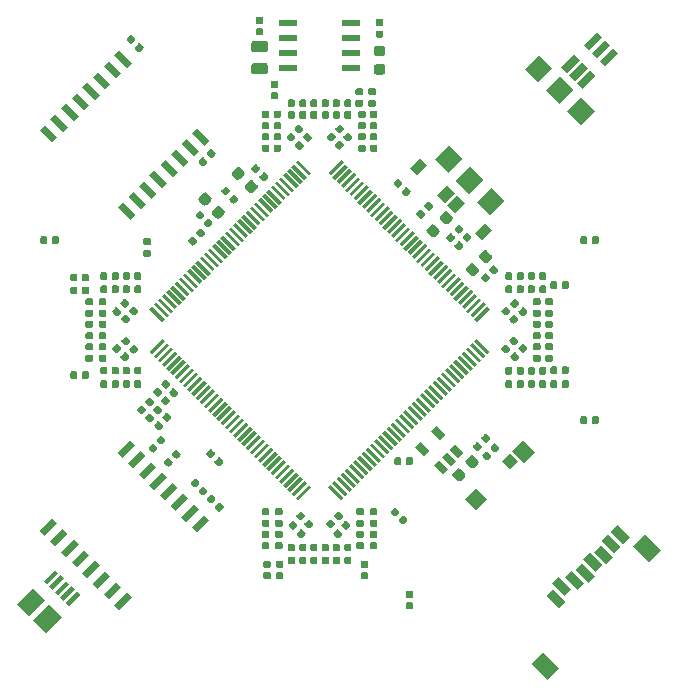
<source format=gbr>
G04 #@! TF.GenerationSoftware,KiCad,Pcbnew,5.1.5-52549c5~86~ubuntu16.04.1*
G04 #@! TF.CreationDate,2020-04-28T14:27:50+03:00*
G04 #@! TF.ProjectId,FreeEEG32-beta,46726565-4545-4473-9332-2d626574612e,rev?*
G04 #@! TF.SameCoordinates,Original*
G04 #@! TF.FileFunction,Paste,Bot*
G04 #@! TF.FilePolarity,Positive*
%FSLAX46Y46*%
G04 Gerber Fmt 4.6, Leading zero omitted, Abs format (unit mm)*
G04 Created by KiCad (PCBNEW 5.1.5-52549c5~86~ubuntu16.04.1) date 2020-04-28 14:27:50*
%MOMM*%
%LPD*%
G04 APERTURE LIST*
%ADD10C,0.100000*%
%ADD11R,1.550000X0.600000*%
G04 APERTURE END LIST*
D10*
G36*
X162726978Y-86141651D02*
G01*
X163858349Y-87273022D01*
X162656268Y-88475103D01*
X161524897Y-87343732D01*
X162726978Y-86141651D01*
G37*
G36*
X160930927Y-84345599D02*
G01*
X162062298Y-85476970D01*
X160860217Y-86679051D01*
X159728846Y-85547680D01*
X160930927Y-84345599D01*
G37*
G36*
X164523030Y-87937702D02*
G01*
X165654401Y-89069073D01*
X164452320Y-90271154D01*
X163320949Y-89139783D01*
X164523030Y-87937702D01*
G37*
G36*
X172159783Y-80300949D02*
G01*
X173291154Y-81432320D01*
X172089073Y-82634401D01*
X170957702Y-81503030D01*
X172159783Y-80300949D01*
G37*
G36*
X168567680Y-76708846D02*
G01*
X169699051Y-77840217D01*
X168496970Y-79042298D01*
X167365599Y-77910927D01*
X168567680Y-76708846D01*
G37*
G36*
X170363732Y-78504897D02*
G01*
X171495103Y-79636268D01*
X170293022Y-80838349D01*
X169161651Y-79706978D01*
X170363732Y-78504897D01*
G37*
G36*
X163124264Y-91766536D02*
G01*
X163972792Y-90918008D01*
X164609188Y-91554404D01*
X163760660Y-92402932D01*
X163124264Y-91766536D01*
G37*
G36*
X160790812Y-89433084D02*
G01*
X161639340Y-88584556D01*
X162275736Y-89220952D01*
X161427208Y-90069480D01*
X160790812Y-89433084D01*
G37*
G36*
X159100736Y-86045952D02*
G01*
X158252208Y-86894480D01*
X157615812Y-86258084D01*
X158464340Y-85409556D01*
X159100736Y-86045952D01*
G37*
G36*
X161434188Y-88379404D02*
G01*
X160585660Y-89227932D01*
X159949264Y-88591536D01*
X160797792Y-87743008D01*
X161434188Y-88379404D01*
G37*
G36*
X150724784Y-113311285D02*
G01*
X150936916Y-113099153D01*
X152032932Y-114195169D01*
X151820800Y-114407301D01*
X150724784Y-113311285D01*
G37*
G36*
X151078338Y-112957732D02*
G01*
X151290470Y-112745600D01*
X152386486Y-113841616D01*
X152174354Y-114053748D01*
X151078338Y-112957732D01*
G37*
G36*
X151431891Y-112604178D02*
G01*
X151644023Y-112392046D01*
X152740039Y-113488062D01*
X152527907Y-113700194D01*
X151431891Y-112604178D01*
G37*
G36*
X151785444Y-112250625D02*
G01*
X151997576Y-112038493D01*
X153093592Y-113134509D01*
X152881460Y-113346641D01*
X151785444Y-112250625D01*
G37*
G36*
X152138998Y-111897071D02*
G01*
X152351130Y-111684939D01*
X153447146Y-112780955D01*
X153235014Y-112993087D01*
X152138998Y-111897071D01*
G37*
G36*
X152492551Y-111543518D02*
G01*
X152704683Y-111331386D01*
X153800699Y-112427402D01*
X153588567Y-112639534D01*
X152492551Y-111543518D01*
G37*
G36*
X152846105Y-111189965D02*
G01*
X153058237Y-110977833D01*
X154154253Y-112073849D01*
X153942121Y-112285981D01*
X152846105Y-111189965D01*
G37*
G36*
X153199658Y-110836411D02*
G01*
X153411790Y-110624279D01*
X154507806Y-111720295D01*
X154295674Y-111932427D01*
X153199658Y-110836411D01*
G37*
G36*
X153553211Y-110482858D02*
G01*
X153765343Y-110270726D01*
X154861359Y-111366742D01*
X154649227Y-111578874D01*
X153553211Y-110482858D01*
G37*
G36*
X153906765Y-110129304D02*
G01*
X154118897Y-109917172D01*
X155214913Y-111013188D01*
X155002781Y-111225320D01*
X153906765Y-110129304D01*
G37*
G36*
X154260318Y-109775751D02*
G01*
X154472450Y-109563619D01*
X155568466Y-110659635D01*
X155356334Y-110871767D01*
X154260318Y-109775751D01*
G37*
G36*
X154613872Y-109422198D02*
G01*
X154826004Y-109210066D01*
X155922020Y-110306082D01*
X155709888Y-110518214D01*
X154613872Y-109422198D01*
G37*
G36*
X154967425Y-109068644D02*
G01*
X155179557Y-108856512D01*
X156275573Y-109952528D01*
X156063441Y-110164660D01*
X154967425Y-109068644D01*
G37*
G36*
X155320978Y-108715091D02*
G01*
X155533110Y-108502959D01*
X156629126Y-109598975D01*
X156416994Y-109811107D01*
X155320978Y-108715091D01*
G37*
G36*
X155674532Y-108361537D02*
G01*
X155886664Y-108149405D01*
X156982680Y-109245421D01*
X156770548Y-109457553D01*
X155674532Y-108361537D01*
G37*
G36*
X156028085Y-108007984D02*
G01*
X156240217Y-107795852D01*
X157336233Y-108891868D01*
X157124101Y-109104000D01*
X156028085Y-108007984D01*
G37*
G36*
X156381638Y-107654431D02*
G01*
X156593770Y-107442299D01*
X157689786Y-108538315D01*
X157477654Y-108750447D01*
X156381638Y-107654431D01*
G37*
G36*
X156735192Y-107300877D02*
G01*
X156947324Y-107088745D01*
X158043340Y-108184761D01*
X157831208Y-108396893D01*
X156735192Y-107300877D01*
G37*
G36*
X157088745Y-106947324D02*
G01*
X157300877Y-106735192D01*
X158396893Y-107831208D01*
X158184761Y-108043340D01*
X157088745Y-106947324D01*
G37*
G36*
X157442299Y-106593770D02*
G01*
X157654431Y-106381638D01*
X158750447Y-107477654D01*
X158538315Y-107689786D01*
X157442299Y-106593770D01*
G37*
G36*
X157795852Y-106240217D02*
G01*
X158007984Y-106028085D01*
X159104000Y-107124101D01*
X158891868Y-107336233D01*
X157795852Y-106240217D01*
G37*
G36*
X158149405Y-105886664D02*
G01*
X158361537Y-105674532D01*
X159457553Y-106770548D01*
X159245421Y-106982680D01*
X158149405Y-105886664D01*
G37*
G36*
X158502959Y-105533110D02*
G01*
X158715091Y-105320978D01*
X159811107Y-106416994D01*
X159598975Y-106629126D01*
X158502959Y-105533110D01*
G37*
G36*
X158856512Y-105179557D02*
G01*
X159068644Y-104967425D01*
X160164660Y-106063441D01*
X159952528Y-106275573D01*
X158856512Y-105179557D01*
G37*
G36*
X159210066Y-104826004D02*
G01*
X159422198Y-104613872D01*
X160518214Y-105709888D01*
X160306082Y-105922020D01*
X159210066Y-104826004D01*
G37*
G36*
X159563619Y-104472450D02*
G01*
X159775751Y-104260318D01*
X160871767Y-105356334D01*
X160659635Y-105568466D01*
X159563619Y-104472450D01*
G37*
G36*
X159917172Y-104118897D02*
G01*
X160129304Y-103906765D01*
X161225320Y-105002781D01*
X161013188Y-105214913D01*
X159917172Y-104118897D01*
G37*
G36*
X160270726Y-103765343D02*
G01*
X160482858Y-103553211D01*
X161578874Y-104649227D01*
X161366742Y-104861359D01*
X160270726Y-103765343D01*
G37*
G36*
X160624279Y-103411790D02*
G01*
X160836411Y-103199658D01*
X161932427Y-104295674D01*
X161720295Y-104507806D01*
X160624279Y-103411790D01*
G37*
G36*
X160977833Y-103058237D02*
G01*
X161189965Y-102846105D01*
X162285981Y-103942121D01*
X162073849Y-104154253D01*
X160977833Y-103058237D01*
G37*
G36*
X161331386Y-102704683D02*
G01*
X161543518Y-102492551D01*
X162639534Y-103588567D01*
X162427402Y-103800699D01*
X161331386Y-102704683D01*
G37*
G36*
X161684939Y-102351130D02*
G01*
X161897071Y-102138998D01*
X162993087Y-103235014D01*
X162780955Y-103447146D01*
X161684939Y-102351130D01*
G37*
G36*
X162038493Y-101997576D02*
G01*
X162250625Y-101785444D01*
X163346641Y-102881460D01*
X163134509Y-103093592D01*
X162038493Y-101997576D01*
G37*
G36*
X162392046Y-101644023D02*
G01*
X162604178Y-101431891D01*
X163700194Y-102527907D01*
X163488062Y-102740039D01*
X162392046Y-101644023D01*
G37*
G36*
X162745600Y-101290470D02*
G01*
X162957732Y-101078338D01*
X164053748Y-102174354D01*
X163841616Y-102386486D01*
X162745600Y-101290470D01*
G37*
G36*
X163099153Y-100936916D02*
G01*
X163311285Y-100724784D01*
X164407301Y-101820800D01*
X164195169Y-102032932D01*
X163099153Y-100936916D01*
G37*
G36*
X163311285Y-99275216D02*
G01*
X163099153Y-99063084D01*
X164195169Y-97967068D01*
X164407301Y-98179200D01*
X163311285Y-99275216D01*
G37*
G36*
X162957732Y-98921662D02*
G01*
X162745600Y-98709530D01*
X163841616Y-97613514D01*
X164053748Y-97825646D01*
X162957732Y-98921662D01*
G37*
G36*
X162604178Y-98568109D02*
G01*
X162392046Y-98355977D01*
X163488062Y-97259961D01*
X163700194Y-97472093D01*
X162604178Y-98568109D01*
G37*
G36*
X162250625Y-98214556D02*
G01*
X162038493Y-98002424D01*
X163134509Y-96906408D01*
X163346641Y-97118540D01*
X162250625Y-98214556D01*
G37*
G36*
X161897071Y-97861002D02*
G01*
X161684939Y-97648870D01*
X162780955Y-96552854D01*
X162993087Y-96764986D01*
X161897071Y-97861002D01*
G37*
G36*
X161543518Y-97507449D02*
G01*
X161331386Y-97295317D01*
X162427402Y-96199301D01*
X162639534Y-96411433D01*
X161543518Y-97507449D01*
G37*
G36*
X161189965Y-97153895D02*
G01*
X160977833Y-96941763D01*
X162073849Y-95845747D01*
X162285981Y-96057879D01*
X161189965Y-97153895D01*
G37*
G36*
X160836411Y-96800342D02*
G01*
X160624279Y-96588210D01*
X161720295Y-95492194D01*
X161932427Y-95704326D01*
X160836411Y-96800342D01*
G37*
G36*
X160482858Y-96446789D02*
G01*
X160270726Y-96234657D01*
X161366742Y-95138641D01*
X161578874Y-95350773D01*
X160482858Y-96446789D01*
G37*
G36*
X160129304Y-96093235D02*
G01*
X159917172Y-95881103D01*
X161013188Y-94785087D01*
X161225320Y-94997219D01*
X160129304Y-96093235D01*
G37*
G36*
X159775751Y-95739682D02*
G01*
X159563619Y-95527550D01*
X160659635Y-94431534D01*
X160871767Y-94643666D01*
X159775751Y-95739682D01*
G37*
G36*
X159422198Y-95386128D02*
G01*
X159210066Y-95173996D01*
X160306082Y-94077980D01*
X160518214Y-94290112D01*
X159422198Y-95386128D01*
G37*
G36*
X159068644Y-95032575D02*
G01*
X158856512Y-94820443D01*
X159952528Y-93724427D01*
X160164660Y-93936559D01*
X159068644Y-95032575D01*
G37*
G36*
X158715091Y-94679022D02*
G01*
X158502959Y-94466890D01*
X159598975Y-93370874D01*
X159811107Y-93583006D01*
X158715091Y-94679022D01*
G37*
G36*
X158361537Y-94325468D02*
G01*
X158149405Y-94113336D01*
X159245421Y-93017320D01*
X159457553Y-93229452D01*
X158361537Y-94325468D01*
G37*
G36*
X158007984Y-93971915D02*
G01*
X157795852Y-93759783D01*
X158891868Y-92663767D01*
X159104000Y-92875899D01*
X158007984Y-93971915D01*
G37*
G36*
X157654431Y-93618362D02*
G01*
X157442299Y-93406230D01*
X158538315Y-92310214D01*
X158750447Y-92522346D01*
X157654431Y-93618362D01*
G37*
G36*
X157300877Y-93264808D02*
G01*
X157088745Y-93052676D01*
X158184761Y-91956660D01*
X158396893Y-92168792D01*
X157300877Y-93264808D01*
G37*
G36*
X156947324Y-92911255D02*
G01*
X156735192Y-92699123D01*
X157831208Y-91603107D01*
X158043340Y-91815239D01*
X156947324Y-92911255D01*
G37*
G36*
X156593770Y-92557701D02*
G01*
X156381638Y-92345569D01*
X157477654Y-91249553D01*
X157689786Y-91461685D01*
X156593770Y-92557701D01*
G37*
G36*
X156240217Y-92204148D02*
G01*
X156028085Y-91992016D01*
X157124101Y-90896000D01*
X157336233Y-91108132D01*
X156240217Y-92204148D01*
G37*
G36*
X155886664Y-91850595D02*
G01*
X155674532Y-91638463D01*
X156770548Y-90542447D01*
X156982680Y-90754579D01*
X155886664Y-91850595D01*
G37*
G36*
X155533110Y-91497041D02*
G01*
X155320978Y-91284909D01*
X156416994Y-90188893D01*
X156629126Y-90401025D01*
X155533110Y-91497041D01*
G37*
G36*
X155179557Y-91143488D02*
G01*
X154967425Y-90931356D01*
X156063441Y-89835340D01*
X156275573Y-90047472D01*
X155179557Y-91143488D01*
G37*
G36*
X154826004Y-90789934D02*
G01*
X154613872Y-90577802D01*
X155709888Y-89481786D01*
X155922020Y-89693918D01*
X154826004Y-90789934D01*
G37*
G36*
X154472450Y-90436381D02*
G01*
X154260318Y-90224249D01*
X155356334Y-89128233D01*
X155568466Y-89340365D01*
X154472450Y-90436381D01*
G37*
G36*
X154118897Y-90082828D02*
G01*
X153906765Y-89870696D01*
X155002781Y-88774680D01*
X155214913Y-88986812D01*
X154118897Y-90082828D01*
G37*
G36*
X153765343Y-89729274D02*
G01*
X153553211Y-89517142D01*
X154649227Y-88421126D01*
X154861359Y-88633258D01*
X153765343Y-89729274D01*
G37*
G36*
X153411790Y-89375721D02*
G01*
X153199658Y-89163589D01*
X154295674Y-88067573D01*
X154507806Y-88279705D01*
X153411790Y-89375721D01*
G37*
G36*
X153058237Y-89022167D02*
G01*
X152846105Y-88810035D01*
X153942121Y-87714019D01*
X154154253Y-87926151D01*
X153058237Y-89022167D01*
G37*
G36*
X152704683Y-88668614D02*
G01*
X152492551Y-88456482D01*
X153588567Y-87360466D01*
X153800699Y-87572598D01*
X152704683Y-88668614D01*
G37*
G36*
X152351130Y-88315061D02*
G01*
X152138998Y-88102929D01*
X153235014Y-87006913D01*
X153447146Y-87219045D01*
X152351130Y-88315061D01*
G37*
G36*
X151997576Y-87961507D02*
G01*
X151785444Y-87749375D01*
X152881460Y-86653359D01*
X153093592Y-86865491D01*
X151997576Y-87961507D01*
G37*
G36*
X151644023Y-87607954D02*
G01*
X151431891Y-87395822D01*
X152527907Y-86299806D01*
X152740039Y-86511938D01*
X151644023Y-87607954D01*
G37*
G36*
X151290470Y-87254400D02*
G01*
X151078338Y-87042268D01*
X152174354Y-85946252D01*
X152386486Y-86158384D01*
X151290470Y-87254400D01*
G37*
G36*
X150936916Y-86900847D02*
G01*
X150724784Y-86688715D01*
X151820800Y-85592699D01*
X152032932Y-85804831D01*
X150936916Y-86900847D01*
G37*
G36*
X147967068Y-85804831D02*
G01*
X148179200Y-85592699D01*
X149275216Y-86688715D01*
X149063084Y-86900847D01*
X147967068Y-85804831D01*
G37*
G36*
X147613514Y-86158384D02*
G01*
X147825646Y-85946252D01*
X148921662Y-87042268D01*
X148709530Y-87254400D01*
X147613514Y-86158384D01*
G37*
G36*
X147259961Y-86511938D02*
G01*
X147472093Y-86299806D01*
X148568109Y-87395822D01*
X148355977Y-87607954D01*
X147259961Y-86511938D01*
G37*
G36*
X146906408Y-86865491D02*
G01*
X147118540Y-86653359D01*
X148214556Y-87749375D01*
X148002424Y-87961507D01*
X146906408Y-86865491D01*
G37*
G36*
X146552854Y-87219045D02*
G01*
X146764986Y-87006913D01*
X147861002Y-88102929D01*
X147648870Y-88315061D01*
X146552854Y-87219045D01*
G37*
G36*
X146199301Y-87572598D02*
G01*
X146411433Y-87360466D01*
X147507449Y-88456482D01*
X147295317Y-88668614D01*
X146199301Y-87572598D01*
G37*
G36*
X145845747Y-87926151D02*
G01*
X146057879Y-87714019D01*
X147153895Y-88810035D01*
X146941763Y-89022167D01*
X145845747Y-87926151D01*
G37*
G36*
X145492194Y-88279705D02*
G01*
X145704326Y-88067573D01*
X146800342Y-89163589D01*
X146588210Y-89375721D01*
X145492194Y-88279705D01*
G37*
G36*
X145138641Y-88633258D02*
G01*
X145350773Y-88421126D01*
X146446789Y-89517142D01*
X146234657Y-89729274D01*
X145138641Y-88633258D01*
G37*
G36*
X144785087Y-88986812D02*
G01*
X144997219Y-88774680D01*
X146093235Y-89870696D01*
X145881103Y-90082828D01*
X144785087Y-88986812D01*
G37*
G36*
X144431534Y-89340365D02*
G01*
X144643666Y-89128233D01*
X145739682Y-90224249D01*
X145527550Y-90436381D01*
X144431534Y-89340365D01*
G37*
G36*
X144077980Y-89693918D02*
G01*
X144290112Y-89481786D01*
X145386128Y-90577802D01*
X145173996Y-90789934D01*
X144077980Y-89693918D01*
G37*
G36*
X143724427Y-90047472D02*
G01*
X143936559Y-89835340D01*
X145032575Y-90931356D01*
X144820443Y-91143488D01*
X143724427Y-90047472D01*
G37*
G36*
X143370874Y-90401025D02*
G01*
X143583006Y-90188893D01*
X144679022Y-91284909D01*
X144466890Y-91497041D01*
X143370874Y-90401025D01*
G37*
G36*
X143017320Y-90754579D02*
G01*
X143229452Y-90542447D01*
X144325468Y-91638463D01*
X144113336Y-91850595D01*
X143017320Y-90754579D01*
G37*
G36*
X142663767Y-91108132D02*
G01*
X142875899Y-90896000D01*
X143971915Y-91992016D01*
X143759783Y-92204148D01*
X142663767Y-91108132D01*
G37*
G36*
X142310214Y-91461685D02*
G01*
X142522346Y-91249553D01*
X143618362Y-92345569D01*
X143406230Y-92557701D01*
X142310214Y-91461685D01*
G37*
G36*
X141956660Y-91815239D02*
G01*
X142168792Y-91603107D01*
X143264808Y-92699123D01*
X143052676Y-92911255D01*
X141956660Y-91815239D01*
G37*
G36*
X141603107Y-92168792D02*
G01*
X141815239Y-91956660D01*
X142911255Y-93052676D01*
X142699123Y-93264808D01*
X141603107Y-92168792D01*
G37*
G36*
X141249553Y-92522346D02*
G01*
X141461685Y-92310214D01*
X142557701Y-93406230D01*
X142345569Y-93618362D01*
X141249553Y-92522346D01*
G37*
G36*
X140896000Y-92875899D02*
G01*
X141108132Y-92663767D01*
X142204148Y-93759783D01*
X141992016Y-93971915D01*
X140896000Y-92875899D01*
G37*
G36*
X140542447Y-93229452D02*
G01*
X140754579Y-93017320D01*
X141850595Y-94113336D01*
X141638463Y-94325468D01*
X140542447Y-93229452D01*
G37*
G36*
X140188893Y-93583006D02*
G01*
X140401025Y-93370874D01*
X141497041Y-94466890D01*
X141284909Y-94679022D01*
X140188893Y-93583006D01*
G37*
G36*
X139835340Y-93936559D02*
G01*
X140047472Y-93724427D01*
X141143488Y-94820443D01*
X140931356Y-95032575D01*
X139835340Y-93936559D01*
G37*
G36*
X139481786Y-94290112D02*
G01*
X139693918Y-94077980D01*
X140789934Y-95173996D01*
X140577802Y-95386128D01*
X139481786Y-94290112D01*
G37*
G36*
X139128233Y-94643666D02*
G01*
X139340365Y-94431534D01*
X140436381Y-95527550D01*
X140224249Y-95739682D01*
X139128233Y-94643666D01*
G37*
G36*
X138774680Y-94997219D02*
G01*
X138986812Y-94785087D01*
X140082828Y-95881103D01*
X139870696Y-96093235D01*
X138774680Y-94997219D01*
G37*
G36*
X138421126Y-95350773D02*
G01*
X138633258Y-95138641D01*
X139729274Y-96234657D01*
X139517142Y-96446789D01*
X138421126Y-95350773D01*
G37*
G36*
X138067573Y-95704326D02*
G01*
X138279705Y-95492194D01*
X139375721Y-96588210D01*
X139163589Y-96800342D01*
X138067573Y-95704326D01*
G37*
G36*
X137714019Y-96057879D02*
G01*
X137926151Y-95845747D01*
X139022167Y-96941763D01*
X138810035Y-97153895D01*
X137714019Y-96057879D01*
G37*
G36*
X137360466Y-96411433D02*
G01*
X137572598Y-96199301D01*
X138668614Y-97295317D01*
X138456482Y-97507449D01*
X137360466Y-96411433D01*
G37*
G36*
X137006913Y-96764986D02*
G01*
X137219045Y-96552854D01*
X138315061Y-97648870D01*
X138102929Y-97861002D01*
X137006913Y-96764986D01*
G37*
G36*
X136653359Y-97118540D02*
G01*
X136865491Y-96906408D01*
X137961507Y-98002424D01*
X137749375Y-98214556D01*
X136653359Y-97118540D01*
G37*
G36*
X136299806Y-97472093D02*
G01*
X136511938Y-97259961D01*
X137607954Y-98355977D01*
X137395822Y-98568109D01*
X136299806Y-97472093D01*
G37*
G36*
X135946252Y-97825646D02*
G01*
X136158384Y-97613514D01*
X137254400Y-98709530D01*
X137042268Y-98921662D01*
X135946252Y-97825646D01*
G37*
G36*
X135592699Y-98179200D02*
G01*
X135804831Y-97967068D01*
X136900847Y-99063084D01*
X136688715Y-99275216D01*
X135592699Y-98179200D01*
G37*
G36*
X135804831Y-102032932D02*
G01*
X135592699Y-101820800D01*
X136688715Y-100724784D01*
X136900847Y-100936916D01*
X135804831Y-102032932D01*
G37*
G36*
X136158384Y-102386486D02*
G01*
X135946252Y-102174354D01*
X137042268Y-101078338D01*
X137254400Y-101290470D01*
X136158384Y-102386486D01*
G37*
G36*
X136511938Y-102740039D02*
G01*
X136299806Y-102527907D01*
X137395822Y-101431891D01*
X137607954Y-101644023D01*
X136511938Y-102740039D01*
G37*
G36*
X136865491Y-103093592D02*
G01*
X136653359Y-102881460D01*
X137749375Y-101785444D01*
X137961507Y-101997576D01*
X136865491Y-103093592D01*
G37*
G36*
X137219045Y-103447146D02*
G01*
X137006913Y-103235014D01*
X138102929Y-102138998D01*
X138315061Y-102351130D01*
X137219045Y-103447146D01*
G37*
G36*
X137572598Y-103800699D02*
G01*
X137360466Y-103588567D01*
X138456482Y-102492551D01*
X138668614Y-102704683D01*
X137572598Y-103800699D01*
G37*
G36*
X137926151Y-104154253D02*
G01*
X137714019Y-103942121D01*
X138810035Y-102846105D01*
X139022167Y-103058237D01*
X137926151Y-104154253D01*
G37*
G36*
X138279705Y-104507806D02*
G01*
X138067573Y-104295674D01*
X139163589Y-103199658D01*
X139375721Y-103411790D01*
X138279705Y-104507806D01*
G37*
G36*
X138633258Y-104861359D02*
G01*
X138421126Y-104649227D01*
X139517142Y-103553211D01*
X139729274Y-103765343D01*
X138633258Y-104861359D01*
G37*
G36*
X138986812Y-105214913D02*
G01*
X138774680Y-105002781D01*
X139870696Y-103906765D01*
X140082828Y-104118897D01*
X138986812Y-105214913D01*
G37*
G36*
X139340365Y-105568466D02*
G01*
X139128233Y-105356334D01*
X140224249Y-104260318D01*
X140436381Y-104472450D01*
X139340365Y-105568466D01*
G37*
G36*
X139693918Y-105922020D02*
G01*
X139481786Y-105709888D01*
X140577802Y-104613872D01*
X140789934Y-104826004D01*
X139693918Y-105922020D01*
G37*
G36*
X140047472Y-106275573D02*
G01*
X139835340Y-106063441D01*
X140931356Y-104967425D01*
X141143488Y-105179557D01*
X140047472Y-106275573D01*
G37*
G36*
X140401025Y-106629126D02*
G01*
X140188893Y-106416994D01*
X141284909Y-105320978D01*
X141497041Y-105533110D01*
X140401025Y-106629126D01*
G37*
G36*
X140754579Y-106982680D02*
G01*
X140542447Y-106770548D01*
X141638463Y-105674532D01*
X141850595Y-105886664D01*
X140754579Y-106982680D01*
G37*
G36*
X141108132Y-107336233D02*
G01*
X140896000Y-107124101D01*
X141992016Y-106028085D01*
X142204148Y-106240217D01*
X141108132Y-107336233D01*
G37*
G36*
X141461685Y-107689786D02*
G01*
X141249553Y-107477654D01*
X142345569Y-106381638D01*
X142557701Y-106593770D01*
X141461685Y-107689786D01*
G37*
G36*
X141815239Y-108043340D02*
G01*
X141603107Y-107831208D01*
X142699123Y-106735192D01*
X142911255Y-106947324D01*
X141815239Y-108043340D01*
G37*
G36*
X142168792Y-108396893D02*
G01*
X141956660Y-108184761D01*
X143052676Y-107088745D01*
X143264808Y-107300877D01*
X142168792Y-108396893D01*
G37*
G36*
X142522346Y-108750447D02*
G01*
X142310214Y-108538315D01*
X143406230Y-107442299D01*
X143618362Y-107654431D01*
X142522346Y-108750447D01*
G37*
G36*
X142875899Y-109104000D02*
G01*
X142663767Y-108891868D01*
X143759783Y-107795852D01*
X143971915Y-108007984D01*
X142875899Y-109104000D01*
G37*
G36*
X143229452Y-109457553D02*
G01*
X143017320Y-109245421D01*
X144113336Y-108149405D01*
X144325468Y-108361537D01*
X143229452Y-109457553D01*
G37*
G36*
X143583006Y-109811107D02*
G01*
X143370874Y-109598975D01*
X144466890Y-108502959D01*
X144679022Y-108715091D01*
X143583006Y-109811107D01*
G37*
G36*
X143936559Y-110164660D02*
G01*
X143724427Y-109952528D01*
X144820443Y-108856512D01*
X145032575Y-109068644D01*
X143936559Y-110164660D01*
G37*
G36*
X144290112Y-110518214D02*
G01*
X144077980Y-110306082D01*
X145173996Y-109210066D01*
X145386128Y-109422198D01*
X144290112Y-110518214D01*
G37*
G36*
X144643666Y-110871767D02*
G01*
X144431534Y-110659635D01*
X145527550Y-109563619D01*
X145739682Y-109775751D01*
X144643666Y-110871767D01*
G37*
G36*
X144997219Y-111225320D02*
G01*
X144785087Y-111013188D01*
X145881103Y-109917172D01*
X146093235Y-110129304D01*
X144997219Y-111225320D01*
G37*
G36*
X145350773Y-111578874D02*
G01*
X145138641Y-111366742D01*
X146234657Y-110270726D01*
X146446789Y-110482858D01*
X145350773Y-111578874D01*
G37*
G36*
X145704326Y-111932427D02*
G01*
X145492194Y-111720295D01*
X146588210Y-110624279D01*
X146800342Y-110836411D01*
X145704326Y-111932427D01*
G37*
G36*
X146057879Y-112285981D02*
G01*
X145845747Y-112073849D01*
X146941763Y-110977833D01*
X147153895Y-111189965D01*
X146057879Y-112285981D01*
G37*
G36*
X146411433Y-112639534D02*
G01*
X146199301Y-112427402D01*
X147295317Y-111331386D01*
X147507449Y-111543518D01*
X146411433Y-112639534D01*
G37*
G36*
X146764986Y-112993087D02*
G01*
X146552854Y-112780955D01*
X147648870Y-111684939D01*
X147861002Y-111897071D01*
X146764986Y-112993087D01*
G37*
G36*
X147118540Y-113346641D02*
G01*
X146906408Y-113134509D01*
X148002424Y-112038493D01*
X148214556Y-112250625D01*
X147118540Y-113346641D01*
G37*
G36*
X147472093Y-113700194D02*
G01*
X147259961Y-113488062D01*
X148355977Y-112392046D01*
X148568109Y-112604178D01*
X147472093Y-113700194D01*
G37*
G36*
X147825646Y-114053748D02*
G01*
X147613514Y-113841616D01*
X148709530Y-112745600D01*
X148921662Y-112957732D01*
X147825646Y-114053748D01*
G37*
G36*
X148179200Y-114407301D02*
G01*
X147967068Y-114195169D01*
X149063084Y-113099153D01*
X149275216Y-113311285D01*
X148179200Y-114407301D01*
G37*
D11*
X147300000Y-73965000D03*
X147300000Y-75235000D03*
X147300000Y-76505000D03*
X147300000Y-77775000D03*
X152700000Y-77775000D03*
X152700000Y-76505000D03*
X152700000Y-75235000D03*
X152700000Y-73965000D03*
D10*
G36*
X166148469Y-110409451D02*
G01*
X166820220Y-111081202D01*
X166113113Y-111788309D01*
X165441362Y-111116558D01*
X166148469Y-110409451D01*
G37*
G36*
X175202971Y-116494105D02*
G01*
X176263631Y-117554765D01*
X175697945Y-118120451D01*
X174637285Y-117059791D01*
X175202971Y-116494105D01*
G37*
G36*
X174425153Y-117271922D02*
G01*
X175485813Y-118332582D01*
X174920127Y-118898268D01*
X173859467Y-117837608D01*
X174425153Y-117271922D01*
G37*
G36*
X173788757Y-118191161D02*
G01*
X174849417Y-119251821D01*
X174283731Y-119817507D01*
X173223071Y-118756847D01*
X173788757Y-118191161D01*
G37*
G36*
X172869519Y-118827557D02*
G01*
X173930179Y-119888217D01*
X173364493Y-120453903D01*
X172303833Y-119393243D01*
X172869519Y-118827557D01*
G37*
G36*
X172233122Y-119746796D02*
G01*
X173293782Y-120807456D01*
X172728096Y-121373142D01*
X171667436Y-120312482D01*
X172233122Y-119746796D01*
G37*
G36*
X171313884Y-120383192D02*
G01*
X172374544Y-121443852D01*
X171808858Y-122009538D01*
X170748198Y-120948878D01*
X171313884Y-120383192D01*
G37*
G36*
X170253223Y-120878167D02*
G01*
X171313883Y-121938827D01*
X170748197Y-122504513D01*
X169687537Y-121443853D01*
X170253223Y-120878167D01*
G37*
G36*
X169758249Y-121938827D02*
G01*
X170818909Y-122999487D01*
X170253223Y-123565173D01*
X169192563Y-122504513D01*
X169758249Y-121938827D01*
G37*
G36*
X167233877Y-109316971D02*
G01*
X168223826Y-110306920D01*
X167304587Y-111226159D01*
X166314638Y-110236210D01*
X167233877Y-109316971D01*
G37*
G36*
X163203369Y-113347480D02*
G01*
X164193318Y-114337429D01*
X163274079Y-115256668D01*
X162284130Y-114266719D01*
X163203369Y-113347480D01*
G37*
G36*
X177522281Y-117271923D02*
G01*
X178865784Y-118615426D01*
X177875835Y-119605375D01*
X176532332Y-118261872D01*
X177522281Y-117271923D01*
G37*
G36*
X168930933Y-127277484D02*
G01*
X170274436Y-128620987D01*
X169284487Y-129610936D01*
X167940984Y-128267433D01*
X168930933Y-127277484D01*
G37*
G36*
X128174144Y-124300730D02*
G01*
X126830641Y-125644233D01*
X125769980Y-124583572D01*
X127113483Y-123240069D01*
X128174144Y-124300730D01*
G37*
G36*
X128792862Y-121489980D02*
G01*
X127838268Y-122444574D01*
X127555426Y-122161732D01*
X128510020Y-121207138D01*
X128792862Y-121489980D01*
G37*
G36*
X128333242Y-121030361D02*
G01*
X127378648Y-121984955D01*
X127095806Y-121702113D01*
X128050400Y-120747519D01*
X128333242Y-121030361D01*
G37*
G36*
X127873623Y-120570742D02*
G01*
X126919029Y-121525336D01*
X126636187Y-121242494D01*
X127590781Y-120287900D01*
X127873623Y-120570742D01*
G37*
G36*
X129712100Y-122409219D02*
G01*
X128757506Y-123363813D01*
X128474664Y-123080971D01*
X129429258Y-122126377D01*
X129712100Y-122409219D01*
G37*
G36*
X129252481Y-121949600D02*
G01*
X128297887Y-122904194D01*
X128015045Y-122621352D01*
X128969639Y-121666758D01*
X129252481Y-121949600D01*
G37*
G36*
X126759931Y-122886517D02*
G01*
X125416428Y-124230020D01*
X124355767Y-123169359D01*
X125699270Y-121825856D01*
X126759931Y-122886517D01*
G37*
G36*
X164050723Y-93238461D02*
G01*
X164071958Y-93241611D01*
X164092782Y-93246827D01*
X164112994Y-93254059D01*
X164132400Y-93263238D01*
X164150813Y-93274274D01*
X164168056Y-93287062D01*
X164183962Y-93301478D01*
X164546355Y-93663871D01*
X164560771Y-93679777D01*
X164573559Y-93697020D01*
X164584595Y-93715433D01*
X164593774Y-93734839D01*
X164601006Y-93755051D01*
X164606222Y-93775875D01*
X164609372Y-93797110D01*
X164610425Y-93818551D01*
X164609372Y-93839992D01*
X164606222Y-93861227D01*
X164601006Y-93882051D01*
X164593774Y-93902263D01*
X164584595Y-93921669D01*
X164573559Y-93940082D01*
X164560771Y-93957325D01*
X164546355Y-93973231D01*
X164236996Y-94282590D01*
X164221090Y-94297006D01*
X164203847Y-94309794D01*
X164185434Y-94320830D01*
X164166028Y-94330009D01*
X164145816Y-94337241D01*
X164124992Y-94342457D01*
X164103757Y-94345607D01*
X164082316Y-94346660D01*
X164060875Y-94345607D01*
X164039640Y-94342457D01*
X164018816Y-94337241D01*
X163998604Y-94330009D01*
X163979198Y-94320830D01*
X163960785Y-94309794D01*
X163943542Y-94297006D01*
X163927636Y-94282590D01*
X163565243Y-93920197D01*
X163550827Y-93904291D01*
X163538039Y-93887048D01*
X163527003Y-93868635D01*
X163517824Y-93849229D01*
X163510592Y-93829017D01*
X163505376Y-93808193D01*
X163502226Y-93786958D01*
X163501173Y-93765517D01*
X163502226Y-93744076D01*
X163505376Y-93722841D01*
X163510592Y-93702017D01*
X163517824Y-93681805D01*
X163527003Y-93662399D01*
X163538039Y-93643986D01*
X163550827Y-93626743D01*
X163565243Y-93610837D01*
X163874602Y-93301478D01*
X163890508Y-93287062D01*
X163907751Y-93274274D01*
X163926164Y-93263238D01*
X163945570Y-93254059D01*
X163965782Y-93246827D01*
X163986606Y-93241611D01*
X164007841Y-93238461D01*
X164029282Y-93237408D01*
X164050723Y-93238461D01*
G37*
G36*
X162937029Y-94352155D02*
G01*
X162958264Y-94355305D01*
X162979088Y-94360521D01*
X162999300Y-94367753D01*
X163018706Y-94376932D01*
X163037119Y-94387968D01*
X163054362Y-94400756D01*
X163070268Y-94415172D01*
X163432661Y-94777565D01*
X163447077Y-94793471D01*
X163459865Y-94810714D01*
X163470901Y-94829127D01*
X163480080Y-94848533D01*
X163487312Y-94868745D01*
X163492528Y-94889569D01*
X163495678Y-94910804D01*
X163496731Y-94932245D01*
X163495678Y-94953686D01*
X163492528Y-94974921D01*
X163487312Y-94995745D01*
X163480080Y-95015957D01*
X163470901Y-95035363D01*
X163459865Y-95053776D01*
X163447077Y-95071019D01*
X163432661Y-95086925D01*
X163123302Y-95396284D01*
X163107396Y-95410700D01*
X163090153Y-95423488D01*
X163071740Y-95434524D01*
X163052334Y-95443703D01*
X163032122Y-95450935D01*
X163011298Y-95456151D01*
X162990063Y-95459301D01*
X162968622Y-95460354D01*
X162947181Y-95459301D01*
X162925946Y-95456151D01*
X162905122Y-95450935D01*
X162884910Y-95443703D01*
X162865504Y-95434524D01*
X162847091Y-95423488D01*
X162829848Y-95410700D01*
X162813942Y-95396284D01*
X162451549Y-95033891D01*
X162437133Y-95017985D01*
X162424345Y-95000742D01*
X162413309Y-94982329D01*
X162404130Y-94962923D01*
X162396898Y-94942711D01*
X162391682Y-94921887D01*
X162388532Y-94900652D01*
X162387479Y-94879211D01*
X162388532Y-94857770D01*
X162391682Y-94836535D01*
X162396898Y-94815711D01*
X162404130Y-94795499D01*
X162413309Y-94776093D01*
X162424345Y-94757680D01*
X162437133Y-94740437D01*
X162451549Y-94724531D01*
X162760908Y-94415172D01*
X162776814Y-94400756D01*
X162794057Y-94387968D01*
X162812470Y-94376932D01*
X162831876Y-94367753D01*
X162852088Y-94360521D01*
X162872912Y-94355305D01*
X162894147Y-94352155D01*
X162915588Y-94351102D01*
X162937029Y-94352155D01*
G37*
G36*
X133026845Y-123683598D02*
G01*
X132602581Y-123259334D01*
X133663241Y-122198674D01*
X134087505Y-122622938D01*
X133026845Y-123683598D01*
G37*
G36*
X132128819Y-122785573D02*
G01*
X131704555Y-122361309D01*
X132765215Y-121300649D01*
X133189479Y-121724913D01*
X132128819Y-122785573D01*
G37*
G36*
X131230794Y-121887547D02*
G01*
X130806530Y-121463283D01*
X131867190Y-120402623D01*
X132291454Y-120826887D01*
X131230794Y-121887547D01*
G37*
G36*
X130332768Y-120989521D02*
G01*
X129908504Y-120565257D01*
X130969164Y-119504597D01*
X131393428Y-119928861D01*
X130332768Y-120989521D01*
G37*
G36*
X129434743Y-120091496D02*
G01*
X129010479Y-119667232D01*
X130071139Y-118606572D01*
X130495403Y-119030836D01*
X129434743Y-120091496D01*
G37*
G36*
X128536717Y-119193470D02*
G01*
X128112453Y-118769206D01*
X129173113Y-117708546D01*
X129597377Y-118132810D01*
X128536717Y-119193470D01*
G37*
G36*
X127638691Y-118295445D02*
G01*
X127214427Y-117871181D01*
X128275087Y-116810521D01*
X128699351Y-117234785D01*
X127638691Y-118295445D01*
G37*
G36*
X126740666Y-117397419D02*
G01*
X126316402Y-116973155D01*
X127377062Y-115912495D01*
X127801326Y-116336759D01*
X126740666Y-117397419D01*
G37*
G36*
X133316759Y-110821326D02*
G01*
X132892495Y-110397062D01*
X133953155Y-109336402D01*
X134377419Y-109760666D01*
X133316759Y-110821326D01*
G37*
G36*
X134214785Y-111719351D02*
G01*
X133790521Y-111295087D01*
X134851181Y-110234427D01*
X135275445Y-110658691D01*
X134214785Y-111719351D01*
G37*
G36*
X135112810Y-112617377D02*
G01*
X134688546Y-112193113D01*
X135749206Y-111132453D01*
X136173470Y-111556717D01*
X135112810Y-112617377D01*
G37*
G36*
X136010836Y-113515403D02*
G01*
X135586572Y-113091139D01*
X136647232Y-112030479D01*
X137071496Y-112454743D01*
X136010836Y-113515403D01*
G37*
G36*
X136908861Y-114413428D02*
G01*
X136484597Y-113989164D01*
X137545257Y-112928504D01*
X137969521Y-113352768D01*
X136908861Y-114413428D01*
G37*
G36*
X137806887Y-115311454D02*
G01*
X137382623Y-114887190D01*
X138443283Y-113826530D01*
X138867547Y-114250794D01*
X137806887Y-115311454D01*
G37*
G36*
X138704913Y-116209479D02*
G01*
X138280649Y-115785215D01*
X139341309Y-114724555D01*
X139765573Y-115148819D01*
X138704913Y-116209479D01*
G37*
G36*
X139602938Y-117107505D02*
G01*
X139178674Y-116683241D01*
X140239334Y-115622581D01*
X140663598Y-116046845D01*
X139602938Y-117107505D01*
G37*
G36*
X140663598Y-83953155D02*
G01*
X140239334Y-84377419D01*
X139178674Y-83316759D01*
X139602938Y-82892495D01*
X140663598Y-83953155D01*
G37*
G36*
X139765573Y-84851181D02*
G01*
X139341309Y-85275445D01*
X138280649Y-84214785D01*
X138704913Y-83790521D01*
X139765573Y-84851181D01*
G37*
G36*
X138867547Y-85749206D02*
G01*
X138443283Y-86173470D01*
X137382623Y-85112810D01*
X137806887Y-84688546D01*
X138867547Y-85749206D01*
G37*
G36*
X137969521Y-86647232D02*
G01*
X137545257Y-87071496D01*
X136484597Y-86010836D01*
X136908861Y-85586572D01*
X137969521Y-86647232D01*
G37*
G36*
X137071496Y-87545257D02*
G01*
X136647232Y-87969521D01*
X135586572Y-86908861D01*
X136010836Y-86484597D01*
X137071496Y-87545257D01*
G37*
G36*
X136173470Y-88443283D02*
G01*
X135749206Y-88867547D01*
X134688546Y-87806887D01*
X135112810Y-87382623D01*
X136173470Y-88443283D01*
G37*
G36*
X135275445Y-89341309D02*
G01*
X134851181Y-89765573D01*
X133790521Y-88704913D01*
X134214785Y-88280649D01*
X135275445Y-89341309D01*
G37*
G36*
X134377419Y-90239334D02*
G01*
X133953155Y-90663598D01*
X132892495Y-89602938D01*
X133316759Y-89178674D01*
X134377419Y-90239334D01*
G37*
G36*
X127801326Y-83663241D02*
G01*
X127377062Y-84087505D01*
X126316402Y-83026845D01*
X126740666Y-82602581D01*
X127801326Y-83663241D01*
G37*
G36*
X128699351Y-82765215D02*
G01*
X128275087Y-83189479D01*
X127214427Y-82128819D01*
X127638691Y-81704555D01*
X128699351Y-82765215D01*
G37*
G36*
X129597377Y-81867190D02*
G01*
X129173113Y-82291454D01*
X128112453Y-81230794D01*
X128536717Y-80806530D01*
X129597377Y-81867190D01*
G37*
G36*
X130495403Y-80969164D02*
G01*
X130071139Y-81393428D01*
X129010479Y-80332768D01*
X129434743Y-79908504D01*
X130495403Y-80969164D01*
G37*
G36*
X131393428Y-80071139D02*
G01*
X130969164Y-80495403D01*
X129908504Y-79434743D01*
X130332768Y-79010479D01*
X131393428Y-80071139D01*
G37*
G36*
X132291454Y-79173113D02*
G01*
X131867190Y-79597377D01*
X130806530Y-78536717D01*
X131230794Y-78112453D01*
X132291454Y-79173113D01*
G37*
G36*
X133189479Y-78275087D02*
G01*
X132765215Y-78699351D01*
X131704555Y-77638691D01*
X132128819Y-77214427D01*
X133189479Y-78275087D01*
G37*
G36*
X134087505Y-77377062D02*
G01*
X133663241Y-77801326D01*
X132602581Y-76740666D01*
X133026845Y-76316402D01*
X134087505Y-77377062D01*
G37*
G36*
X146732558Y-117970710D02*
G01*
X146746876Y-117972834D01*
X146760917Y-117976351D01*
X146774546Y-117981228D01*
X146787631Y-117987417D01*
X146800047Y-117994858D01*
X146811673Y-118003481D01*
X146822398Y-118013202D01*
X146832119Y-118023927D01*
X146840742Y-118035553D01*
X146848183Y-118047969D01*
X146854372Y-118061054D01*
X146859249Y-118074683D01*
X146862766Y-118088724D01*
X146864890Y-118103042D01*
X146865600Y-118117500D01*
X146865600Y-118412500D01*
X146864890Y-118426958D01*
X146862766Y-118441276D01*
X146859249Y-118455317D01*
X146854372Y-118468946D01*
X146848183Y-118482031D01*
X146840742Y-118494447D01*
X146832119Y-118506073D01*
X146822398Y-118516798D01*
X146811673Y-118526519D01*
X146800047Y-118535142D01*
X146787631Y-118542583D01*
X146774546Y-118548772D01*
X146760917Y-118553649D01*
X146746876Y-118557166D01*
X146732558Y-118559290D01*
X146718100Y-118560000D01*
X146373100Y-118560000D01*
X146358642Y-118559290D01*
X146344324Y-118557166D01*
X146330283Y-118553649D01*
X146316654Y-118548772D01*
X146303569Y-118542583D01*
X146291153Y-118535142D01*
X146279527Y-118526519D01*
X146268802Y-118516798D01*
X146259081Y-118506073D01*
X146250458Y-118494447D01*
X146243017Y-118482031D01*
X146236828Y-118468946D01*
X146231951Y-118455317D01*
X146228434Y-118441276D01*
X146226310Y-118426958D01*
X146225600Y-118412500D01*
X146225600Y-118117500D01*
X146226310Y-118103042D01*
X146228434Y-118088724D01*
X146231951Y-118074683D01*
X146236828Y-118061054D01*
X146243017Y-118047969D01*
X146250458Y-118035553D01*
X146259081Y-118023927D01*
X146268802Y-118013202D01*
X146279527Y-118003481D01*
X146291153Y-117994858D01*
X146303569Y-117987417D01*
X146316654Y-117981228D01*
X146330283Y-117976351D01*
X146344324Y-117972834D01*
X146358642Y-117970710D01*
X146373100Y-117970000D01*
X146718100Y-117970000D01*
X146732558Y-117970710D01*
G37*
G36*
X146732558Y-117000710D02*
G01*
X146746876Y-117002834D01*
X146760917Y-117006351D01*
X146774546Y-117011228D01*
X146787631Y-117017417D01*
X146800047Y-117024858D01*
X146811673Y-117033481D01*
X146822398Y-117043202D01*
X146832119Y-117053927D01*
X146840742Y-117065553D01*
X146848183Y-117077969D01*
X146854372Y-117091054D01*
X146859249Y-117104683D01*
X146862766Y-117118724D01*
X146864890Y-117133042D01*
X146865600Y-117147500D01*
X146865600Y-117442500D01*
X146864890Y-117456958D01*
X146862766Y-117471276D01*
X146859249Y-117485317D01*
X146854372Y-117498946D01*
X146848183Y-117512031D01*
X146840742Y-117524447D01*
X146832119Y-117536073D01*
X146822398Y-117546798D01*
X146811673Y-117556519D01*
X146800047Y-117565142D01*
X146787631Y-117572583D01*
X146774546Y-117578772D01*
X146760917Y-117583649D01*
X146746876Y-117587166D01*
X146732558Y-117589290D01*
X146718100Y-117590000D01*
X146373100Y-117590000D01*
X146358642Y-117589290D01*
X146344324Y-117587166D01*
X146330283Y-117583649D01*
X146316654Y-117578772D01*
X146303569Y-117572583D01*
X146291153Y-117565142D01*
X146279527Y-117556519D01*
X146268802Y-117546798D01*
X146259081Y-117536073D01*
X146250458Y-117524447D01*
X146243017Y-117512031D01*
X146236828Y-117498946D01*
X146231951Y-117485317D01*
X146228434Y-117471276D01*
X146226310Y-117456958D01*
X146225600Y-117442500D01*
X146225600Y-117147500D01*
X146226310Y-117133042D01*
X146228434Y-117118724D01*
X146231951Y-117104683D01*
X146236828Y-117091054D01*
X146243017Y-117077969D01*
X146250458Y-117065553D01*
X146259081Y-117053927D01*
X146268802Y-117043202D01*
X146279527Y-117033481D01*
X146291153Y-117024858D01*
X146303569Y-117017417D01*
X146316654Y-117011228D01*
X146330283Y-117006351D01*
X146344324Y-117002834D01*
X146358642Y-117000710D01*
X146373100Y-117000000D01*
X146718100Y-117000000D01*
X146732558Y-117000710D01*
G37*
G36*
X146732558Y-115095710D02*
G01*
X146746876Y-115097834D01*
X146760917Y-115101351D01*
X146774546Y-115106228D01*
X146787631Y-115112417D01*
X146800047Y-115119858D01*
X146811673Y-115128481D01*
X146822398Y-115138202D01*
X146832119Y-115148927D01*
X146840742Y-115160553D01*
X146848183Y-115172969D01*
X146854372Y-115186054D01*
X146859249Y-115199683D01*
X146862766Y-115213724D01*
X146864890Y-115228042D01*
X146865600Y-115242500D01*
X146865600Y-115537500D01*
X146864890Y-115551958D01*
X146862766Y-115566276D01*
X146859249Y-115580317D01*
X146854372Y-115593946D01*
X146848183Y-115607031D01*
X146840742Y-115619447D01*
X146832119Y-115631073D01*
X146822398Y-115641798D01*
X146811673Y-115651519D01*
X146800047Y-115660142D01*
X146787631Y-115667583D01*
X146774546Y-115673772D01*
X146760917Y-115678649D01*
X146746876Y-115682166D01*
X146732558Y-115684290D01*
X146718100Y-115685000D01*
X146373100Y-115685000D01*
X146358642Y-115684290D01*
X146344324Y-115682166D01*
X146330283Y-115678649D01*
X146316654Y-115673772D01*
X146303569Y-115667583D01*
X146291153Y-115660142D01*
X146279527Y-115651519D01*
X146268802Y-115641798D01*
X146259081Y-115631073D01*
X146250458Y-115619447D01*
X146243017Y-115607031D01*
X146236828Y-115593946D01*
X146231951Y-115580317D01*
X146228434Y-115566276D01*
X146226310Y-115551958D01*
X146225600Y-115537500D01*
X146225600Y-115242500D01*
X146226310Y-115228042D01*
X146228434Y-115213724D01*
X146231951Y-115199683D01*
X146236828Y-115186054D01*
X146243017Y-115172969D01*
X146250458Y-115160553D01*
X146259081Y-115148927D01*
X146268802Y-115138202D01*
X146279527Y-115128481D01*
X146291153Y-115119858D01*
X146303569Y-115112417D01*
X146316654Y-115106228D01*
X146330283Y-115101351D01*
X146344324Y-115097834D01*
X146358642Y-115095710D01*
X146373100Y-115095000D01*
X146718100Y-115095000D01*
X146732558Y-115095710D01*
G37*
G36*
X146732558Y-116065710D02*
G01*
X146746876Y-116067834D01*
X146760917Y-116071351D01*
X146774546Y-116076228D01*
X146787631Y-116082417D01*
X146800047Y-116089858D01*
X146811673Y-116098481D01*
X146822398Y-116108202D01*
X146832119Y-116118927D01*
X146840742Y-116130553D01*
X146848183Y-116142969D01*
X146854372Y-116156054D01*
X146859249Y-116169683D01*
X146862766Y-116183724D01*
X146864890Y-116198042D01*
X146865600Y-116212500D01*
X146865600Y-116507500D01*
X146864890Y-116521958D01*
X146862766Y-116536276D01*
X146859249Y-116550317D01*
X146854372Y-116563946D01*
X146848183Y-116577031D01*
X146840742Y-116589447D01*
X146832119Y-116601073D01*
X146822398Y-116611798D01*
X146811673Y-116621519D01*
X146800047Y-116630142D01*
X146787631Y-116637583D01*
X146774546Y-116643772D01*
X146760917Y-116648649D01*
X146746876Y-116652166D01*
X146732558Y-116654290D01*
X146718100Y-116655000D01*
X146373100Y-116655000D01*
X146358642Y-116654290D01*
X146344324Y-116652166D01*
X146330283Y-116648649D01*
X146316654Y-116643772D01*
X146303569Y-116637583D01*
X146291153Y-116630142D01*
X146279527Y-116621519D01*
X146268802Y-116611798D01*
X146259081Y-116601073D01*
X146250458Y-116589447D01*
X146243017Y-116577031D01*
X146236828Y-116563946D01*
X146231951Y-116550317D01*
X146228434Y-116536276D01*
X146226310Y-116521958D01*
X146225600Y-116507500D01*
X146225600Y-116212500D01*
X146226310Y-116198042D01*
X146228434Y-116183724D01*
X146231951Y-116169683D01*
X146236828Y-116156054D01*
X146243017Y-116142969D01*
X146250458Y-116130553D01*
X146259081Y-116118927D01*
X146268802Y-116108202D01*
X146279527Y-116098481D01*
X146291153Y-116089858D01*
X146303569Y-116082417D01*
X146316654Y-116076228D01*
X146330283Y-116071351D01*
X146344324Y-116067834D01*
X146358642Y-116065710D01*
X146373100Y-116065000D01*
X146718100Y-116065000D01*
X146732558Y-116065710D01*
G37*
G36*
X151581958Y-118095710D02*
G01*
X151596276Y-118097834D01*
X151610317Y-118101351D01*
X151623946Y-118106228D01*
X151637031Y-118112417D01*
X151649447Y-118119858D01*
X151661073Y-118128481D01*
X151671798Y-118138202D01*
X151681519Y-118148927D01*
X151690142Y-118160553D01*
X151697583Y-118172969D01*
X151703772Y-118186054D01*
X151708649Y-118199683D01*
X151712166Y-118213724D01*
X151714290Y-118228042D01*
X151715000Y-118242500D01*
X151715000Y-118587500D01*
X151714290Y-118601958D01*
X151712166Y-118616276D01*
X151708649Y-118630317D01*
X151703772Y-118643946D01*
X151697583Y-118657031D01*
X151690142Y-118669447D01*
X151681519Y-118681073D01*
X151671798Y-118691798D01*
X151661073Y-118701519D01*
X151649447Y-118710142D01*
X151637031Y-118717583D01*
X151623946Y-118723772D01*
X151610317Y-118728649D01*
X151596276Y-118732166D01*
X151581958Y-118734290D01*
X151567500Y-118735000D01*
X151272500Y-118735000D01*
X151258042Y-118734290D01*
X151243724Y-118732166D01*
X151229683Y-118728649D01*
X151216054Y-118723772D01*
X151202969Y-118717583D01*
X151190553Y-118710142D01*
X151178927Y-118701519D01*
X151168202Y-118691798D01*
X151158481Y-118681073D01*
X151149858Y-118669447D01*
X151142417Y-118657031D01*
X151136228Y-118643946D01*
X151131351Y-118630317D01*
X151127834Y-118616276D01*
X151125710Y-118601958D01*
X151125000Y-118587500D01*
X151125000Y-118242500D01*
X151125710Y-118228042D01*
X151127834Y-118213724D01*
X151131351Y-118199683D01*
X151136228Y-118186054D01*
X151142417Y-118172969D01*
X151149858Y-118160553D01*
X151158481Y-118148927D01*
X151168202Y-118138202D01*
X151178927Y-118128481D01*
X151190553Y-118119858D01*
X151202969Y-118112417D01*
X151216054Y-118106228D01*
X151229683Y-118101351D01*
X151243724Y-118097834D01*
X151258042Y-118095710D01*
X151272500Y-118095000D01*
X151567500Y-118095000D01*
X151581958Y-118095710D01*
G37*
G36*
X152551958Y-118095710D02*
G01*
X152566276Y-118097834D01*
X152580317Y-118101351D01*
X152593946Y-118106228D01*
X152607031Y-118112417D01*
X152619447Y-118119858D01*
X152631073Y-118128481D01*
X152641798Y-118138202D01*
X152651519Y-118148927D01*
X152660142Y-118160553D01*
X152667583Y-118172969D01*
X152673772Y-118186054D01*
X152678649Y-118199683D01*
X152682166Y-118213724D01*
X152684290Y-118228042D01*
X152685000Y-118242500D01*
X152685000Y-118587500D01*
X152684290Y-118601958D01*
X152682166Y-118616276D01*
X152678649Y-118630317D01*
X152673772Y-118643946D01*
X152667583Y-118657031D01*
X152660142Y-118669447D01*
X152651519Y-118681073D01*
X152641798Y-118691798D01*
X152631073Y-118701519D01*
X152619447Y-118710142D01*
X152607031Y-118717583D01*
X152593946Y-118723772D01*
X152580317Y-118728649D01*
X152566276Y-118732166D01*
X152551958Y-118734290D01*
X152537500Y-118735000D01*
X152242500Y-118735000D01*
X152228042Y-118734290D01*
X152213724Y-118732166D01*
X152199683Y-118728649D01*
X152186054Y-118723772D01*
X152172969Y-118717583D01*
X152160553Y-118710142D01*
X152148927Y-118701519D01*
X152138202Y-118691798D01*
X152128481Y-118681073D01*
X152119858Y-118669447D01*
X152112417Y-118657031D01*
X152106228Y-118643946D01*
X152101351Y-118630317D01*
X152097834Y-118616276D01*
X152095710Y-118601958D01*
X152095000Y-118587500D01*
X152095000Y-118242500D01*
X152095710Y-118228042D01*
X152097834Y-118213724D01*
X152101351Y-118199683D01*
X152106228Y-118186054D01*
X152112417Y-118172969D01*
X152119858Y-118160553D01*
X152128481Y-118148927D01*
X152138202Y-118138202D01*
X152148927Y-118128481D01*
X152160553Y-118119858D01*
X152172969Y-118112417D01*
X152186054Y-118106228D01*
X152199683Y-118101351D01*
X152213724Y-118097834D01*
X152228042Y-118095710D01*
X152242500Y-118095000D01*
X152537500Y-118095000D01*
X152551958Y-118095710D01*
G37*
G36*
X152212817Y-116174989D02*
G01*
X152227135Y-116177113D01*
X152241176Y-116180630D01*
X152254805Y-116185507D01*
X152267890Y-116191696D01*
X152280306Y-116199137D01*
X152291932Y-116207760D01*
X152302657Y-116217481D01*
X152546609Y-116461433D01*
X152556330Y-116472158D01*
X152564953Y-116483784D01*
X152572394Y-116496200D01*
X152578583Y-116509285D01*
X152583460Y-116522914D01*
X152586977Y-116536955D01*
X152589101Y-116551273D01*
X152589811Y-116565731D01*
X152589101Y-116580189D01*
X152586977Y-116594507D01*
X152583460Y-116608548D01*
X152578583Y-116622177D01*
X152572394Y-116635262D01*
X152564953Y-116647678D01*
X152556330Y-116659304D01*
X152546609Y-116670029D01*
X152338013Y-116878625D01*
X152327288Y-116888346D01*
X152315662Y-116896969D01*
X152303246Y-116904410D01*
X152290161Y-116910599D01*
X152276532Y-116915476D01*
X152262491Y-116918993D01*
X152248173Y-116921117D01*
X152233715Y-116921827D01*
X152219257Y-116921117D01*
X152204939Y-116918993D01*
X152190898Y-116915476D01*
X152177269Y-116910599D01*
X152164184Y-116904410D01*
X152151768Y-116896969D01*
X152140142Y-116888346D01*
X152129417Y-116878625D01*
X151885465Y-116634673D01*
X151875744Y-116623948D01*
X151867121Y-116612322D01*
X151859680Y-116599906D01*
X151853491Y-116586821D01*
X151848614Y-116573192D01*
X151845097Y-116559151D01*
X151842973Y-116544833D01*
X151842263Y-116530375D01*
X151842973Y-116515917D01*
X151845097Y-116501599D01*
X151848614Y-116487558D01*
X151853491Y-116473929D01*
X151859680Y-116460844D01*
X151867121Y-116448428D01*
X151875744Y-116436802D01*
X151885465Y-116426077D01*
X152094061Y-116217481D01*
X152104786Y-116207760D01*
X152116412Y-116199137D01*
X152128828Y-116191696D01*
X152141913Y-116185507D01*
X152155542Y-116180630D01*
X152169583Y-116177113D01*
X152183901Y-116174989D01*
X152198359Y-116174279D01*
X152212817Y-116174989D01*
G37*
G36*
X151526923Y-116860883D02*
G01*
X151541241Y-116863007D01*
X151555282Y-116866524D01*
X151568911Y-116871401D01*
X151581996Y-116877590D01*
X151594412Y-116885031D01*
X151606038Y-116893654D01*
X151616763Y-116903375D01*
X151860715Y-117147327D01*
X151870436Y-117158052D01*
X151879059Y-117169678D01*
X151886500Y-117182094D01*
X151892689Y-117195179D01*
X151897566Y-117208808D01*
X151901083Y-117222849D01*
X151903207Y-117237167D01*
X151903917Y-117251625D01*
X151903207Y-117266083D01*
X151901083Y-117280401D01*
X151897566Y-117294442D01*
X151892689Y-117308071D01*
X151886500Y-117321156D01*
X151879059Y-117333572D01*
X151870436Y-117345198D01*
X151860715Y-117355923D01*
X151652119Y-117564519D01*
X151641394Y-117574240D01*
X151629768Y-117582863D01*
X151617352Y-117590304D01*
X151604267Y-117596493D01*
X151590638Y-117601370D01*
X151576597Y-117604887D01*
X151562279Y-117607011D01*
X151547821Y-117607721D01*
X151533363Y-117607011D01*
X151519045Y-117604887D01*
X151505004Y-117601370D01*
X151491375Y-117596493D01*
X151478290Y-117590304D01*
X151465874Y-117582863D01*
X151454248Y-117574240D01*
X151443523Y-117564519D01*
X151199571Y-117320567D01*
X151189850Y-117309842D01*
X151181227Y-117298216D01*
X151173786Y-117285800D01*
X151167597Y-117272715D01*
X151162720Y-117259086D01*
X151159203Y-117245045D01*
X151157079Y-117230727D01*
X151156369Y-117216269D01*
X151157079Y-117201811D01*
X151159203Y-117187493D01*
X151162720Y-117173452D01*
X151167597Y-117159823D01*
X151173786Y-117146738D01*
X151181227Y-117134322D01*
X151189850Y-117122696D01*
X151199571Y-117111971D01*
X151408167Y-116903375D01*
X151418892Y-116893654D01*
X151430518Y-116885031D01*
X151442934Y-116877590D01*
X151456019Y-116871401D01*
X151469648Y-116866524D01*
X151483689Y-116863007D01*
X151498007Y-116860883D01*
X151512465Y-116860173D01*
X151526923Y-116860883D01*
G37*
G36*
X153615958Y-117970710D02*
G01*
X153630276Y-117972834D01*
X153644317Y-117976351D01*
X153657946Y-117981228D01*
X153671031Y-117987417D01*
X153683447Y-117994858D01*
X153695073Y-118003481D01*
X153705798Y-118013202D01*
X153715519Y-118023927D01*
X153724142Y-118035553D01*
X153731583Y-118047969D01*
X153737772Y-118061054D01*
X153742649Y-118074683D01*
X153746166Y-118088724D01*
X153748290Y-118103042D01*
X153749000Y-118117500D01*
X153749000Y-118412500D01*
X153748290Y-118426958D01*
X153746166Y-118441276D01*
X153742649Y-118455317D01*
X153737772Y-118468946D01*
X153731583Y-118482031D01*
X153724142Y-118494447D01*
X153715519Y-118506073D01*
X153705798Y-118516798D01*
X153695073Y-118526519D01*
X153683447Y-118535142D01*
X153671031Y-118542583D01*
X153657946Y-118548772D01*
X153644317Y-118553649D01*
X153630276Y-118557166D01*
X153615958Y-118559290D01*
X153601500Y-118560000D01*
X153256500Y-118560000D01*
X153242042Y-118559290D01*
X153227724Y-118557166D01*
X153213683Y-118553649D01*
X153200054Y-118548772D01*
X153186969Y-118542583D01*
X153174553Y-118535142D01*
X153162927Y-118526519D01*
X153152202Y-118516798D01*
X153142481Y-118506073D01*
X153133858Y-118494447D01*
X153126417Y-118482031D01*
X153120228Y-118468946D01*
X153115351Y-118455317D01*
X153111834Y-118441276D01*
X153109710Y-118426958D01*
X153109000Y-118412500D01*
X153109000Y-118117500D01*
X153109710Y-118103042D01*
X153111834Y-118088724D01*
X153115351Y-118074683D01*
X153120228Y-118061054D01*
X153126417Y-118047969D01*
X153133858Y-118035553D01*
X153142481Y-118023927D01*
X153152202Y-118013202D01*
X153162927Y-118003481D01*
X153174553Y-117994858D01*
X153186969Y-117987417D01*
X153200054Y-117981228D01*
X153213683Y-117976351D01*
X153227724Y-117972834D01*
X153242042Y-117970710D01*
X153256500Y-117970000D01*
X153601500Y-117970000D01*
X153615958Y-117970710D01*
G37*
G36*
X153615958Y-117000710D02*
G01*
X153630276Y-117002834D01*
X153644317Y-117006351D01*
X153657946Y-117011228D01*
X153671031Y-117017417D01*
X153683447Y-117024858D01*
X153695073Y-117033481D01*
X153705798Y-117043202D01*
X153715519Y-117053927D01*
X153724142Y-117065553D01*
X153731583Y-117077969D01*
X153737772Y-117091054D01*
X153742649Y-117104683D01*
X153746166Y-117118724D01*
X153748290Y-117133042D01*
X153749000Y-117147500D01*
X153749000Y-117442500D01*
X153748290Y-117456958D01*
X153746166Y-117471276D01*
X153742649Y-117485317D01*
X153737772Y-117498946D01*
X153731583Y-117512031D01*
X153724142Y-117524447D01*
X153715519Y-117536073D01*
X153705798Y-117546798D01*
X153695073Y-117556519D01*
X153683447Y-117565142D01*
X153671031Y-117572583D01*
X153657946Y-117578772D01*
X153644317Y-117583649D01*
X153630276Y-117587166D01*
X153615958Y-117589290D01*
X153601500Y-117590000D01*
X153256500Y-117590000D01*
X153242042Y-117589290D01*
X153227724Y-117587166D01*
X153213683Y-117583649D01*
X153200054Y-117578772D01*
X153186969Y-117572583D01*
X153174553Y-117565142D01*
X153162927Y-117556519D01*
X153152202Y-117546798D01*
X153142481Y-117536073D01*
X153133858Y-117524447D01*
X153126417Y-117512031D01*
X153120228Y-117498946D01*
X153115351Y-117485317D01*
X153111834Y-117471276D01*
X153109710Y-117456958D01*
X153109000Y-117442500D01*
X153109000Y-117147500D01*
X153109710Y-117133042D01*
X153111834Y-117118724D01*
X153115351Y-117104683D01*
X153120228Y-117091054D01*
X153126417Y-117077969D01*
X153133858Y-117065553D01*
X153142481Y-117053927D01*
X153152202Y-117043202D01*
X153162927Y-117033481D01*
X153174553Y-117024858D01*
X153186969Y-117017417D01*
X153200054Y-117011228D01*
X153213683Y-117006351D01*
X153227724Y-117002834D01*
X153242042Y-117000710D01*
X153256500Y-117000000D01*
X153601500Y-117000000D01*
X153615958Y-117000710D01*
G37*
G36*
X153615958Y-115095710D02*
G01*
X153630276Y-115097834D01*
X153644317Y-115101351D01*
X153657946Y-115106228D01*
X153671031Y-115112417D01*
X153683447Y-115119858D01*
X153695073Y-115128481D01*
X153705798Y-115138202D01*
X153715519Y-115148927D01*
X153724142Y-115160553D01*
X153731583Y-115172969D01*
X153737772Y-115186054D01*
X153742649Y-115199683D01*
X153746166Y-115213724D01*
X153748290Y-115228042D01*
X153749000Y-115242500D01*
X153749000Y-115537500D01*
X153748290Y-115551958D01*
X153746166Y-115566276D01*
X153742649Y-115580317D01*
X153737772Y-115593946D01*
X153731583Y-115607031D01*
X153724142Y-115619447D01*
X153715519Y-115631073D01*
X153705798Y-115641798D01*
X153695073Y-115651519D01*
X153683447Y-115660142D01*
X153671031Y-115667583D01*
X153657946Y-115673772D01*
X153644317Y-115678649D01*
X153630276Y-115682166D01*
X153615958Y-115684290D01*
X153601500Y-115685000D01*
X153256500Y-115685000D01*
X153242042Y-115684290D01*
X153227724Y-115682166D01*
X153213683Y-115678649D01*
X153200054Y-115673772D01*
X153186969Y-115667583D01*
X153174553Y-115660142D01*
X153162927Y-115651519D01*
X153152202Y-115641798D01*
X153142481Y-115631073D01*
X153133858Y-115619447D01*
X153126417Y-115607031D01*
X153120228Y-115593946D01*
X153115351Y-115580317D01*
X153111834Y-115566276D01*
X153109710Y-115551958D01*
X153109000Y-115537500D01*
X153109000Y-115242500D01*
X153109710Y-115228042D01*
X153111834Y-115213724D01*
X153115351Y-115199683D01*
X153120228Y-115186054D01*
X153126417Y-115172969D01*
X153133858Y-115160553D01*
X153142481Y-115148927D01*
X153152202Y-115138202D01*
X153162927Y-115128481D01*
X153174553Y-115119858D01*
X153186969Y-115112417D01*
X153200054Y-115106228D01*
X153213683Y-115101351D01*
X153227724Y-115097834D01*
X153242042Y-115095710D01*
X153256500Y-115095000D01*
X153601500Y-115095000D01*
X153615958Y-115095710D01*
G37*
G36*
X153615958Y-116065710D02*
G01*
X153630276Y-116067834D01*
X153644317Y-116071351D01*
X153657946Y-116076228D01*
X153671031Y-116082417D01*
X153683447Y-116089858D01*
X153695073Y-116098481D01*
X153705798Y-116108202D01*
X153715519Y-116118927D01*
X153724142Y-116130553D01*
X153731583Y-116142969D01*
X153737772Y-116156054D01*
X153742649Y-116169683D01*
X153746166Y-116183724D01*
X153748290Y-116198042D01*
X153749000Y-116212500D01*
X153749000Y-116507500D01*
X153748290Y-116521958D01*
X153746166Y-116536276D01*
X153742649Y-116550317D01*
X153737772Y-116563946D01*
X153731583Y-116577031D01*
X153724142Y-116589447D01*
X153715519Y-116601073D01*
X153705798Y-116611798D01*
X153695073Y-116621519D01*
X153683447Y-116630142D01*
X153671031Y-116637583D01*
X153657946Y-116643772D01*
X153644317Y-116648649D01*
X153630276Y-116652166D01*
X153615958Y-116654290D01*
X153601500Y-116655000D01*
X153256500Y-116655000D01*
X153242042Y-116654290D01*
X153227724Y-116652166D01*
X153213683Y-116648649D01*
X153200054Y-116643772D01*
X153186969Y-116637583D01*
X153174553Y-116630142D01*
X153162927Y-116621519D01*
X153152202Y-116611798D01*
X153142481Y-116601073D01*
X153133858Y-116589447D01*
X153126417Y-116577031D01*
X153120228Y-116563946D01*
X153115351Y-116550317D01*
X153111834Y-116536276D01*
X153109710Y-116521958D01*
X153109000Y-116507500D01*
X153109000Y-116212500D01*
X153109710Y-116198042D01*
X153111834Y-116183724D01*
X153115351Y-116169683D01*
X153120228Y-116156054D01*
X153126417Y-116142969D01*
X153133858Y-116130553D01*
X153142481Y-116118927D01*
X153152202Y-116108202D01*
X153162927Y-116098481D01*
X153174553Y-116089858D01*
X153186969Y-116082417D01*
X153200054Y-116076228D01*
X153213683Y-116071351D01*
X153227724Y-116067834D01*
X153242042Y-116065710D01*
X153256500Y-116065000D01*
X153601500Y-116065000D01*
X153615958Y-116065710D01*
G37*
G36*
X153768358Y-84315710D02*
G01*
X153782676Y-84317834D01*
X153796717Y-84321351D01*
X153810346Y-84326228D01*
X153823431Y-84332417D01*
X153835847Y-84339858D01*
X153847473Y-84348481D01*
X153858198Y-84358202D01*
X153867919Y-84368927D01*
X153876542Y-84380553D01*
X153883983Y-84392969D01*
X153890172Y-84406054D01*
X153895049Y-84419683D01*
X153898566Y-84433724D01*
X153900690Y-84448042D01*
X153901400Y-84462500D01*
X153901400Y-84757500D01*
X153900690Y-84771958D01*
X153898566Y-84786276D01*
X153895049Y-84800317D01*
X153890172Y-84813946D01*
X153883983Y-84827031D01*
X153876542Y-84839447D01*
X153867919Y-84851073D01*
X153858198Y-84861798D01*
X153847473Y-84871519D01*
X153835847Y-84880142D01*
X153823431Y-84887583D01*
X153810346Y-84893772D01*
X153796717Y-84898649D01*
X153782676Y-84902166D01*
X153768358Y-84904290D01*
X153753900Y-84905000D01*
X153408900Y-84905000D01*
X153394442Y-84904290D01*
X153380124Y-84902166D01*
X153366083Y-84898649D01*
X153352454Y-84893772D01*
X153339369Y-84887583D01*
X153326953Y-84880142D01*
X153315327Y-84871519D01*
X153304602Y-84861798D01*
X153294881Y-84851073D01*
X153286258Y-84839447D01*
X153278817Y-84827031D01*
X153272628Y-84813946D01*
X153267751Y-84800317D01*
X153264234Y-84786276D01*
X153262110Y-84771958D01*
X153261400Y-84757500D01*
X153261400Y-84462500D01*
X153262110Y-84448042D01*
X153264234Y-84433724D01*
X153267751Y-84419683D01*
X153272628Y-84406054D01*
X153278817Y-84392969D01*
X153286258Y-84380553D01*
X153294881Y-84368927D01*
X153304602Y-84358202D01*
X153315327Y-84348481D01*
X153326953Y-84339858D01*
X153339369Y-84332417D01*
X153352454Y-84326228D01*
X153366083Y-84321351D01*
X153380124Y-84317834D01*
X153394442Y-84315710D01*
X153408900Y-84315000D01*
X153753900Y-84315000D01*
X153768358Y-84315710D01*
G37*
G36*
X153768358Y-83345710D02*
G01*
X153782676Y-83347834D01*
X153796717Y-83351351D01*
X153810346Y-83356228D01*
X153823431Y-83362417D01*
X153835847Y-83369858D01*
X153847473Y-83378481D01*
X153858198Y-83388202D01*
X153867919Y-83398927D01*
X153876542Y-83410553D01*
X153883983Y-83422969D01*
X153890172Y-83436054D01*
X153895049Y-83449683D01*
X153898566Y-83463724D01*
X153900690Y-83478042D01*
X153901400Y-83492500D01*
X153901400Y-83787500D01*
X153900690Y-83801958D01*
X153898566Y-83816276D01*
X153895049Y-83830317D01*
X153890172Y-83843946D01*
X153883983Y-83857031D01*
X153876542Y-83869447D01*
X153867919Y-83881073D01*
X153858198Y-83891798D01*
X153847473Y-83901519D01*
X153835847Y-83910142D01*
X153823431Y-83917583D01*
X153810346Y-83923772D01*
X153796717Y-83928649D01*
X153782676Y-83932166D01*
X153768358Y-83934290D01*
X153753900Y-83935000D01*
X153408900Y-83935000D01*
X153394442Y-83934290D01*
X153380124Y-83932166D01*
X153366083Y-83928649D01*
X153352454Y-83923772D01*
X153339369Y-83917583D01*
X153326953Y-83910142D01*
X153315327Y-83901519D01*
X153304602Y-83891798D01*
X153294881Y-83881073D01*
X153286258Y-83869447D01*
X153278817Y-83857031D01*
X153272628Y-83843946D01*
X153267751Y-83830317D01*
X153264234Y-83816276D01*
X153262110Y-83801958D01*
X153261400Y-83787500D01*
X153261400Y-83492500D01*
X153262110Y-83478042D01*
X153264234Y-83463724D01*
X153267751Y-83449683D01*
X153272628Y-83436054D01*
X153278817Y-83422969D01*
X153286258Y-83410553D01*
X153294881Y-83398927D01*
X153304602Y-83388202D01*
X153315327Y-83378481D01*
X153326953Y-83369858D01*
X153339369Y-83362417D01*
X153352454Y-83356228D01*
X153366083Y-83351351D01*
X153380124Y-83347834D01*
X153394442Y-83345710D01*
X153408900Y-83345000D01*
X153753900Y-83345000D01*
X153768358Y-83345710D01*
G37*
G36*
X146605558Y-84315710D02*
G01*
X146619876Y-84317834D01*
X146633917Y-84321351D01*
X146647546Y-84326228D01*
X146660631Y-84332417D01*
X146673047Y-84339858D01*
X146684673Y-84348481D01*
X146695398Y-84358202D01*
X146705119Y-84368927D01*
X146713742Y-84380553D01*
X146721183Y-84392969D01*
X146727372Y-84406054D01*
X146732249Y-84419683D01*
X146735766Y-84433724D01*
X146737890Y-84448042D01*
X146738600Y-84462500D01*
X146738600Y-84757500D01*
X146737890Y-84771958D01*
X146735766Y-84786276D01*
X146732249Y-84800317D01*
X146727372Y-84813946D01*
X146721183Y-84827031D01*
X146713742Y-84839447D01*
X146705119Y-84851073D01*
X146695398Y-84861798D01*
X146684673Y-84871519D01*
X146673047Y-84880142D01*
X146660631Y-84887583D01*
X146647546Y-84893772D01*
X146633917Y-84898649D01*
X146619876Y-84902166D01*
X146605558Y-84904290D01*
X146591100Y-84905000D01*
X146246100Y-84905000D01*
X146231642Y-84904290D01*
X146217324Y-84902166D01*
X146203283Y-84898649D01*
X146189654Y-84893772D01*
X146176569Y-84887583D01*
X146164153Y-84880142D01*
X146152527Y-84871519D01*
X146141802Y-84861798D01*
X146132081Y-84851073D01*
X146123458Y-84839447D01*
X146116017Y-84827031D01*
X146109828Y-84813946D01*
X146104951Y-84800317D01*
X146101434Y-84786276D01*
X146099310Y-84771958D01*
X146098600Y-84757500D01*
X146098600Y-84462500D01*
X146099310Y-84448042D01*
X146101434Y-84433724D01*
X146104951Y-84419683D01*
X146109828Y-84406054D01*
X146116017Y-84392969D01*
X146123458Y-84380553D01*
X146132081Y-84368927D01*
X146141802Y-84358202D01*
X146152527Y-84348481D01*
X146164153Y-84339858D01*
X146176569Y-84332417D01*
X146189654Y-84326228D01*
X146203283Y-84321351D01*
X146217324Y-84317834D01*
X146231642Y-84315710D01*
X146246100Y-84315000D01*
X146591100Y-84315000D01*
X146605558Y-84315710D01*
G37*
G36*
X146605558Y-83345710D02*
G01*
X146619876Y-83347834D01*
X146633917Y-83351351D01*
X146647546Y-83356228D01*
X146660631Y-83362417D01*
X146673047Y-83369858D01*
X146684673Y-83378481D01*
X146695398Y-83388202D01*
X146705119Y-83398927D01*
X146713742Y-83410553D01*
X146721183Y-83422969D01*
X146727372Y-83436054D01*
X146732249Y-83449683D01*
X146735766Y-83463724D01*
X146737890Y-83478042D01*
X146738600Y-83492500D01*
X146738600Y-83787500D01*
X146737890Y-83801958D01*
X146735766Y-83816276D01*
X146732249Y-83830317D01*
X146727372Y-83843946D01*
X146721183Y-83857031D01*
X146713742Y-83869447D01*
X146705119Y-83881073D01*
X146695398Y-83891798D01*
X146684673Y-83901519D01*
X146673047Y-83910142D01*
X146660631Y-83917583D01*
X146647546Y-83923772D01*
X146633917Y-83928649D01*
X146619876Y-83932166D01*
X146605558Y-83934290D01*
X146591100Y-83935000D01*
X146246100Y-83935000D01*
X146231642Y-83934290D01*
X146217324Y-83932166D01*
X146203283Y-83928649D01*
X146189654Y-83923772D01*
X146176569Y-83917583D01*
X146164153Y-83910142D01*
X146152527Y-83901519D01*
X146141802Y-83891798D01*
X146132081Y-83881073D01*
X146123458Y-83869447D01*
X146116017Y-83857031D01*
X146109828Y-83843946D01*
X146104951Y-83830317D01*
X146101434Y-83816276D01*
X146099310Y-83801958D01*
X146098600Y-83787500D01*
X146098600Y-83492500D01*
X146099310Y-83478042D01*
X146101434Y-83463724D01*
X146104951Y-83449683D01*
X146109828Y-83436054D01*
X146116017Y-83422969D01*
X146123458Y-83410553D01*
X146132081Y-83398927D01*
X146141802Y-83388202D01*
X146152527Y-83378481D01*
X146164153Y-83369858D01*
X146176569Y-83362417D01*
X146189654Y-83356228D01*
X146203283Y-83351351D01*
X146217324Y-83347834D01*
X146231642Y-83345710D01*
X146246100Y-83345000D01*
X146591100Y-83345000D01*
X146605558Y-83345710D01*
G37*
G36*
X147571033Y-83282083D02*
G01*
X147585351Y-83284207D01*
X147599392Y-83287724D01*
X147613021Y-83292601D01*
X147626106Y-83298790D01*
X147638522Y-83306231D01*
X147650148Y-83314854D01*
X147660873Y-83324575D01*
X147904825Y-83568527D01*
X147914546Y-83579252D01*
X147923169Y-83590878D01*
X147930610Y-83603294D01*
X147936799Y-83616379D01*
X147941676Y-83630008D01*
X147945193Y-83644049D01*
X147947317Y-83658367D01*
X147948027Y-83672825D01*
X147947317Y-83687283D01*
X147945193Y-83701601D01*
X147941676Y-83715642D01*
X147936799Y-83729271D01*
X147930610Y-83742356D01*
X147923169Y-83754772D01*
X147914546Y-83766398D01*
X147904825Y-83777123D01*
X147696229Y-83985719D01*
X147685504Y-83995440D01*
X147673878Y-84004063D01*
X147661462Y-84011504D01*
X147648377Y-84017693D01*
X147634748Y-84022570D01*
X147620707Y-84026087D01*
X147606389Y-84028211D01*
X147591931Y-84028921D01*
X147577473Y-84028211D01*
X147563155Y-84026087D01*
X147549114Y-84022570D01*
X147535485Y-84017693D01*
X147522400Y-84011504D01*
X147509984Y-84004063D01*
X147498358Y-83995440D01*
X147487633Y-83985719D01*
X147243681Y-83741767D01*
X147233960Y-83731042D01*
X147225337Y-83719416D01*
X147217896Y-83707000D01*
X147211707Y-83693915D01*
X147206830Y-83680286D01*
X147203313Y-83666245D01*
X147201189Y-83651927D01*
X147200479Y-83637469D01*
X147201189Y-83623011D01*
X147203313Y-83608693D01*
X147206830Y-83594652D01*
X147211707Y-83581023D01*
X147217896Y-83567938D01*
X147225337Y-83555522D01*
X147233960Y-83543896D01*
X147243681Y-83533171D01*
X147452277Y-83324575D01*
X147463002Y-83314854D01*
X147474628Y-83306231D01*
X147487044Y-83298790D01*
X147500129Y-83292601D01*
X147513758Y-83287724D01*
X147527799Y-83284207D01*
X147542117Y-83282083D01*
X147556575Y-83281373D01*
X147571033Y-83282083D01*
G37*
G36*
X148256927Y-82596189D02*
G01*
X148271245Y-82598313D01*
X148285286Y-82601830D01*
X148298915Y-82606707D01*
X148312000Y-82612896D01*
X148324416Y-82620337D01*
X148336042Y-82628960D01*
X148346767Y-82638681D01*
X148590719Y-82882633D01*
X148600440Y-82893358D01*
X148609063Y-82904984D01*
X148616504Y-82917400D01*
X148622693Y-82930485D01*
X148627570Y-82944114D01*
X148631087Y-82958155D01*
X148633211Y-82972473D01*
X148633921Y-82986931D01*
X148633211Y-83001389D01*
X148631087Y-83015707D01*
X148627570Y-83029748D01*
X148622693Y-83043377D01*
X148616504Y-83056462D01*
X148609063Y-83068878D01*
X148600440Y-83080504D01*
X148590719Y-83091229D01*
X148382123Y-83299825D01*
X148371398Y-83309546D01*
X148359772Y-83318169D01*
X148347356Y-83325610D01*
X148334271Y-83331799D01*
X148320642Y-83336676D01*
X148306601Y-83340193D01*
X148292283Y-83342317D01*
X148277825Y-83343027D01*
X148263367Y-83342317D01*
X148249049Y-83340193D01*
X148235008Y-83336676D01*
X148221379Y-83331799D01*
X148208294Y-83325610D01*
X148195878Y-83318169D01*
X148184252Y-83309546D01*
X148173527Y-83299825D01*
X147929575Y-83055873D01*
X147919854Y-83045148D01*
X147911231Y-83033522D01*
X147903790Y-83021106D01*
X147897601Y-83008021D01*
X147892724Y-82994392D01*
X147889207Y-82980351D01*
X147887083Y-82966033D01*
X147886373Y-82951575D01*
X147887083Y-82937117D01*
X147889207Y-82922799D01*
X147892724Y-82908758D01*
X147897601Y-82895129D01*
X147903790Y-82882044D01*
X147911231Y-82869628D01*
X147919854Y-82858002D01*
X147929575Y-82847277D01*
X148138171Y-82638681D01*
X148148896Y-82628960D01*
X148160522Y-82620337D01*
X148172938Y-82612896D01*
X148186023Y-82606707D01*
X148199652Y-82601830D01*
X148213693Y-82598313D01*
X148228011Y-82596189D01*
X148242469Y-82595479D01*
X148256927Y-82596189D01*
G37*
G36*
X146605558Y-81440710D02*
G01*
X146619876Y-81442834D01*
X146633917Y-81446351D01*
X146647546Y-81451228D01*
X146660631Y-81457417D01*
X146673047Y-81464858D01*
X146684673Y-81473481D01*
X146695398Y-81483202D01*
X146705119Y-81493927D01*
X146713742Y-81505553D01*
X146721183Y-81517969D01*
X146727372Y-81531054D01*
X146732249Y-81544683D01*
X146735766Y-81558724D01*
X146737890Y-81573042D01*
X146738600Y-81587500D01*
X146738600Y-81882500D01*
X146737890Y-81896958D01*
X146735766Y-81911276D01*
X146732249Y-81925317D01*
X146727372Y-81938946D01*
X146721183Y-81952031D01*
X146713742Y-81964447D01*
X146705119Y-81976073D01*
X146695398Y-81986798D01*
X146684673Y-81996519D01*
X146673047Y-82005142D01*
X146660631Y-82012583D01*
X146647546Y-82018772D01*
X146633917Y-82023649D01*
X146619876Y-82027166D01*
X146605558Y-82029290D01*
X146591100Y-82030000D01*
X146246100Y-82030000D01*
X146231642Y-82029290D01*
X146217324Y-82027166D01*
X146203283Y-82023649D01*
X146189654Y-82018772D01*
X146176569Y-82012583D01*
X146164153Y-82005142D01*
X146152527Y-81996519D01*
X146141802Y-81986798D01*
X146132081Y-81976073D01*
X146123458Y-81964447D01*
X146116017Y-81952031D01*
X146109828Y-81938946D01*
X146104951Y-81925317D01*
X146101434Y-81911276D01*
X146099310Y-81896958D01*
X146098600Y-81882500D01*
X146098600Y-81587500D01*
X146099310Y-81573042D01*
X146101434Y-81558724D01*
X146104951Y-81544683D01*
X146109828Y-81531054D01*
X146116017Y-81517969D01*
X146123458Y-81505553D01*
X146132081Y-81493927D01*
X146141802Y-81483202D01*
X146152527Y-81473481D01*
X146164153Y-81464858D01*
X146176569Y-81457417D01*
X146189654Y-81451228D01*
X146203283Y-81446351D01*
X146217324Y-81442834D01*
X146231642Y-81440710D01*
X146246100Y-81440000D01*
X146591100Y-81440000D01*
X146605558Y-81440710D01*
G37*
G36*
X146605558Y-82410710D02*
G01*
X146619876Y-82412834D01*
X146633917Y-82416351D01*
X146647546Y-82421228D01*
X146660631Y-82427417D01*
X146673047Y-82434858D01*
X146684673Y-82443481D01*
X146695398Y-82453202D01*
X146705119Y-82463927D01*
X146713742Y-82475553D01*
X146721183Y-82487969D01*
X146727372Y-82501054D01*
X146732249Y-82514683D01*
X146735766Y-82528724D01*
X146737890Y-82543042D01*
X146738600Y-82557500D01*
X146738600Y-82852500D01*
X146737890Y-82866958D01*
X146735766Y-82881276D01*
X146732249Y-82895317D01*
X146727372Y-82908946D01*
X146721183Y-82922031D01*
X146713742Y-82934447D01*
X146705119Y-82946073D01*
X146695398Y-82956798D01*
X146684673Y-82966519D01*
X146673047Y-82975142D01*
X146660631Y-82982583D01*
X146647546Y-82988772D01*
X146633917Y-82993649D01*
X146619876Y-82997166D01*
X146605558Y-82999290D01*
X146591100Y-83000000D01*
X146246100Y-83000000D01*
X146231642Y-82999290D01*
X146217324Y-82997166D01*
X146203283Y-82993649D01*
X146189654Y-82988772D01*
X146176569Y-82982583D01*
X146164153Y-82975142D01*
X146152527Y-82966519D01*
X146141802Y-82956798D01*
X146132081Y-82946073D01*
X146123458Y-82934447D01*
X146116017Y-82922031D01*
X146109828Y-82908946D01*
X146104951Y-82895317D01*
X146101434Y-82881276D01*
X146099310Y-82866958D01*
X146098600Y-82852500D01*
X146098600Y-82557500D01*
X146099310Y-82543042D01*
X146101434Y-82528724D01*
X146104951Y-82514683D01*
X146109828Y-82501054D01*
X146116017Y-82487969D01*
X146123458Y-82475553D01*
X146132081Y-82463927D01*
X146141802Y-82453202D01*
X146152527Y-82443481D01*
X146164153Y-82434858D01*
X146176569Y-82427417D01*
X146189654Y-82421228D01*
X146203283Y-82416351D01*
X146217324Y-82412834D01*
X146231642Y-82410710D01*
X146246100Y-82410000D01*
X146591100Y-82410000D01*
X146605558Y-82410710D01*
G37*
G36*
X148741958Y-81468910D02*
G01*
X148756276Y-81471034D01*
X148770317Y-81474551D01*
X148783946Y-81479428D01*
X148797031Y-81485617D01*
X148809447Y-81493058D01*
X148821073Y-81501681D01*
X148831798Y-81511402D01*
X148841519Y-81522127D01*
X148850142Y-81533753D01*
X148857583Y-81546169D01*
X148863772Y-81559254D01*
X148868649Y-81572883D01*
X148872166Y-81586924D01*
X148874290Y-81601242D01*
X148875000Y-81615700D01*
X148875000Y-81960700D01*
X148874290Y-81975158D01*
X148872166Y-81989476D01*
X148868649Y-82003517D01*
X148863772Y-82017146D01*
X148857583Y-82030231D01*
X148850142Y-82042647D01*
X148841519Y-82054273D01*
X148831798Y-82064998D01*
X148821073Y-82074719D01*
X148809447Y-82083342D01*
X148797031Y-82090783D01*
X148783946Y-82096972D01*
X148770317Y-82101849D01*
X148756276Y-82105366D01*
X148741958Y-82107490D01*
X148727500Y-82108200D01*
X148432500Y-82108200D01*
X148418042Y-82107490D01*
X148403724Y-82105366D01*
X148389683Y-82101849D01*
X148376054Y-82096972D01*
X148362969Y-82090783D01*
X148350553Y-82083342D01*
X148338927Y-82074719D01*
X148328202Y-82064998D01*
X148318481Y-82054273D01*
X148309858Y-82042647D01*
X148302417Y-82030231D01*
X148296228Y-82017146D01*
X148291351Y-82003517D01*
X148287834Y-81989476D01*
X148285710Y-81975158D01*
X148285000Y-81960700D01*
X148285000Y-81615700D01*
X148285710Y-81601242D01*
X148287834Y-81586924D01*
X148291351Y-81572883D01*
X148296228Y-81559254D01*
X148302417Y-81546169D01*
X148309858Y-81533753D01*
X148318481Y-81522127D01*
X148328202Y-81511402D01*
X148338927Y-81501681D01*
X148350553Y-81493058D01*
X148362969Y-81485617D01*
X148376054Y-81479428D01*
X148389683Y-81474551D01*
X148403724Y-81471034D01*
X148418042Y-81468910D01*
X148432500Y-81468200D01*
X148727500Y-81468200D01*
X148741958Y-81468910D01*
G37*
G36*
X147771958Y-81468910D02*
G01*
X147786276Y-81471034D01*
X147800317Y-81474551D01*
X147813946Y-81479428D01*
X147827031Y-81485617D01*
X147839447Y-81493058D01*
X147851073Y-81501681D01*
X147861798Y-81511402D01*
X147871519Y-81522127D01*
X147880142Y-81533753D01*
X147887583Y-81546169D01*
X147893772Y-81559254D01*
X147898649Y-81572883D01*
X147902166Y-81586924D01*
X147904290Y-81601242D01*
X147905000Y-81615700D01*
X147905000Y-81960700D01*
X147904290Y-81975158D01*
X147902166Y-81989476D01*
X147898649Y-82003517D01*
X147893772Y-82017146D01*
X147887583Y-82030231D01*
X147880142Y-82042647D01*
X147871519Y-82054273D01*
X147861798Y-82064998D01*
X147851073Y-82074719D01*
X147839447Y-82083342D01*
X147827031Y-82090783D01*
X147813946Y-82096972D01*
X147800317Y-82101849D01*
X147786276Y-82105366D01*
X147771958Y-82107490D01*
X147757500Y-82108200D01*
X147462500Y-82108200D01*
X147448042Y-82107490D01*
X147433724Y-82105366D01*
X147419683Y-82101849D01*
X147406054Y-82096972D01*
X147392969Y-82090783D01*
X147380553Y-82083342D01*
X147368927Y-82074719D01*
X147358202Y-82064998D01*
X147348481Y-82054273D01*
X147339858Y-82042647D01*
X147332417Y-82030231D01*
X147326228Y-82017146D01*
X147321351Y-82003517D01*
X147317834Y-81989476D01*
X147315710Y-81975158D01*
X147315000Y-81960700D01*
X147315000Y-81615700D01*
X147315710Y-81601242D01*
X147317834Y-81586924D01*
X147321351Y-81572883D01*
X147326228Y-81559254D01*
X147332417Y-81546169D01*
X147339858Y-81533753D01*
X147348481Y-81522127D01*
X147358202Y-81511402D01*
X147368927Y-81501681D01*
X147380553Y-81493058D01*
X147392969Y-81485617D01*
X147406054Y-81479428D01*
X147419683Y-81474551D01*
X147433724Y-81471034D01*
X147448042Y-81468910D01*
X147462500Y-81468200D01*
X147757500Y-81468200D01*
X147771958Y-81468910D01*
G37*
G36*
X153768358Y-81440710D02*
G01*
X153782676Y-81442834D01*
X153796717Y-81446351D01*
X153810346Y-81451228D01*
X153823431Y-81457417D01*
X153835847Y-81464858D01*
X153847473Y-81473481D01*
X153858198Y-81483202D01*
X153867919Y-81493927D01*
X153876542Y-81505553D01*
X153883983Y-81517969D01*
X153890172Y-81531054D01*
X153895049Y-81544683D01*
X153898566Y-81558724D01*
X153900690Y-81573042D01*
X153901400Y-81587500D01*
X153901400Y-81882500D01*
X153900690Y-81896958D01*
X153898566Y-81911276D01*
X153895049Y-81925317D01*
X153890172Y-81938946D01*
X153883983Y-81952031D01*
X153876542Y-81964447D01*
X153867919Y-81976073D01*
X153858198Y-81986798D01*
X153847473Y-81996519D01*
X153835847Y-82005142D01*
X153823431Y-82012583D01*
X153810346Y-82018772D01*
X153796717Y-82023649D01*
X153782676Y-82027166D01*
X153768358Y-82029290D01*
X153753900Y-82030000D01*
X153408900Y-82030000D01*
X153394442Y-82029290D01*
X153380124Y-82027166D01*
X153366083Y-82023649D01*
X153352454Y-82018772D01*
X153339369Y-82012583D01*
X153326953Y-82005142D01*
X153315327Y-81996519D01*
X153304602Y-81986798D01*
X153294881Y-81976073D01*
X153286258Y-81964447D01*
X153278817Y-81952031D01*
X153272628Y-81938946D01*
X153267751Y-81925317D01*
X153264234Y-81911276D01*
X153262110Y-81896958D01*
X153261400Y-81882500D01*
X153261400Y-81587500D01*
X153262110Y-81573042D01*
X153264234Y-81558724D01*
X153267751Y-81544683D01*
X153272628Y-81531054D01*
X153278817Y-81517969D01*
X153286258Y-81505553D01*
X153294881Y-81493927D01*
X153304602Y-81483202D01*
X153315327Y-81473481D01*
X153326953Y-81464858D01*
X153339369Y-81457417D01*
X153352454Y-81451228D01*
X153366083Y-81446351D01*
X153380124Y-81442834D01*
X153394442Y-81440710D01*
X153408900Y-81440000D01*
X153753900Y-81440000D01*
X153768358Y-81440710D01*
G37*
G36*
X153768358Y-82410710D02*
G01*
X153782676Y-82412834D01*
X153796717Y-82416351D01*
X153810346Y-82421228D01*
X153823431Y-82427417D01*
X153835847Y-82434858D01*
X153847473Y-82443481D01*
X153858198Y-82453202D01*
X153867919Y-82463927D01*
X153876542Y-82475553D01*
X153883983Y-82487969D01*
X153890172Y-82501054D01*
X153895049Y-82514683D01*
X153898566Y-82528724D01*
X153900690Y-82543042D01*
X153901400Y-82557500D01*
X153901400Y-82852500D01*
X153900690Y-82866958D01*
X153898566Y-82881276D01*
X153895049Y-82895317D01*
X153890172Y-82908946D01*
X153883983Y-82922031D01*
X153876542Y-82934447D01*
X153867919Y-82946073D01*
X153858198Y-82956798D01*
X153847473Y-82966519D01*
X153835847Y-82975142D01*
X153823431Y-82982583D01*
X153810346Y-82988772D01*
X153796717Y-82993649D01*
X153782676Y-82997166D01*
X153768358Y-82999290D01*
X153753900Y-83000000D01*
X153408900Y-83000000D01*
X153394442Y-82999290D01*
X153380124Y-82997166D01*
X153366083Y-82993649D01*
X153352454Y-82988772D01*
X153339369Y-82982583D01*
X153326953Y-82975142D01*
X153315327Y-82966519D01*
X153304602Y-82956798D01*
X153294881Y-82946073D01*
X153286258Y-82934447D01*
X153278817Y-82922031D01*
X153272628Y-82908946D01*
X153267751Y-82895317D01*
X153264234Y-82881276D01*
X153262110Y-82866958D01*
X153261400Y-82852500D01*
X153261400Y-82557500D01*
X153262110Y-82543042D01*
X153264234Y-82528724D01*
X153267751Y-82514683D01*
X153272628Y-82501054D01*
X153278817Y-82487969D01*
X153286258Y-82475553D01*
X153294881Y-82463927D01*
X153304602Y-82453202D01*
X153315327Y-82443481D01*
X153326953Y-82434858D01*
X153339369Y-82427417D01*
X153352454Y-82421228D01*
X153366083Y-82416351D01*
X153380124Y-82412834D01*
X153394442Y-82410710D01*
X153408900Y-82410000D01*
X153753900Y-82410000D01*
X153768358Y-82410710D01*
G37*
G36*
X134771958Y-96226310D02*
G01*
X134786276Y-96228434D01*
X134800317Y-96231951D01*
X134813946Y-96236828D01*
X134827031Y-96243017D01*
X134839447Y-96250458D01*
X134851073Y-96259081D01*
X134861798Y-96268802D01*
X134871519Y-96279527D01*
X134880142Y-96291153D01*
X134887583Y-96303569D01*
X134893772Y-96316654D01*
X134898649Y-96330283D01*
X134902166Y-96344324D01*
X134904290Y-96358642D01*
X134905000Y-96373100D01*
X134905000Y-96718100D01*
X134904290Y-96732558D01*
X134902166Y-96746876D01*
X134898649Y-96760917D01*
X134893772Y-96774546D01*
X134887583Y-96787631D01*
X134880142Y-96800047D01*
X134871519Y-96811673D01*
X134861798Y-96822398D01*
X134851073Y-96832119D01*
X134839447Y-96840742D01*
X134827031Y-96848183D01*
X134813946Y-96854372D01*
X134800317Y-96859249D01*
X134786276Y-96862766D01*
X134771958Y-96864890D01*
X134757500Y-96865600D01*
X134462500Y-96865600D01*
X134448042Y-96864890D01*
X134433724Y-96862766D01*
X134419683Y-96859249D01*
X134406054Y-96854372D01*
X134392969Y-96848183D01*
X134380553Y-96840742D01*
X134368927Y-96832119D01*
X134358202Y-96822398D01*
X134348481Y-96811673D01*
X134339858Y-96800047D01*
X134332417Y-96787631D01*
X134326228Y-96774546D01*
X134321351Y-96760917D01*
X134317834Y-96746876D01*
X134315710Y-96732558D01*
X134315000Y-96718100D01*
X134315000Y-96373100D01*
X134315710Y-96358642D01*
X134317834Y-96344324D01*
X134321351Y-96330283D01*
X134326228Y-96316654D01*
X134332417Y-96303569D01*
X134339858Y-96291153D01*
X134348481Y-96279527D01*
X134358202Y-96268802D01*
X134368927Y-96259081D01*
X134380553Y-96250458D01*
X134392969Y-96243017D01*
X134406054Y-96236828D01*
X134419683Y-96231951D01*
X134433724Y-96228434D01*
X134448042Y-96226310D01*
X134462500Y-96225600D01*
X134757500Y-96225600D01*
X134771958Y-96226310D01*
G37*
G36*
X133801958Y-96226310D02*
G01*
X133816276Y-96228434D01*
X133830317Y-96231951D01*
X133843946Y-96236828D01*
X133857031Y-96243017D01*
X133869447Y-96250458D01*
X133881073Y-96259081D01*
X133891798Y-96268802D01*
X133901519Y-96279527D01*
X133910142Y-96291153D01*
X133917583Y-96303569D01*
X133923772Y-96316654D01*
X133928649Y-96330283D01*
X133932166Y-96344324D01*
X133934290Y-96358642D01*
X133935000Y-96373100D01*
X133935000Y-96718100D01*
X133934290Y-96732558D01*
X133932166Y-96746876D01*
X133928649Y-96760917D01*
X133923772Y-96774546D01*
X133917583Y-96787631D01*
X133910142Y-96800047D01*
X133901519Y-96811673D01*
X133891798Y-96822398D01*
X133881073Y-96832119D01*
X133869447Y-96840742D01*
X133857031Y-96848183D01*
X133843946Y-96854372D01*
X133830317Y-96859249D01*
X133816276Y-96862766D01*
X133801958Y-96864890D01*
X133787500Y-96865600D01*
X133492500Y-96865600D01*
X133478042Y-96864890D01*
X133463724Y-96862766D01*
X133449683Y-96859249D01*
X133436054Y-96854372D01*
X133422969Y-96848183D01*
X133410553Y-96840742D01*
X133398927Y-96832119D01*
X133388202Y-96822398D01*
X133378481Y-96811673D01*
X133369858Y-96800047D01*
X133362417Y-96787631D01*
X133356228Y-96774546D01*
X133351351Y-96760917D01*
X133347834Y-96746876D01*
X133345710Y-96732558D01*
X133345000Y-96718100D01*
X133345000Y-96373100D01*
X133345710Y-96358642D01*
X133347834Y-96344324D01*
X133351351Y-96330283D01*
X133356228Y-96316654D01*
X133362417Y-96303569D01*
X133369858Y-96291153D01*
X133378481Y-96279527D01*
X133388202Y-96268802D01*
X133398927Y-96259081D01*
X133410553Y-96250458D01*
X133422969Y-96243017D01*
X133436054Y-96236828D01*
X133449683Y-96231951D01*
X133463724Y-96228434D01*
X133478042Y-96226310D01*
X133492500Y-96225600D01*
X133787500Y-96225600D01*
X133801958Y-96226310D01*
G37*
G36*
X131896958Y-103109710D02*
G01*
X131911276Y-103111834D01*
X131925317Y-103115351D01*
X131938946Y-103120228D01*
X131952031Y-103126417D01*
X131964447Y-103133858D01*
X131976073Y-103142481D01*
X131986798Y-103152202D01*
X131996519Y-103162927D01*
X132005142Y-103174553D01*
X132012583Y-103186969D01*
X132018772Y-103200054D01*
X132023649Y-103213683D01*
X132027166Y-103227724D01*
X132029290Y-103242042D01*
X132030000Y-103256500D01*
X132030000Y-103601500D01*
X132029290Y-103615958D01*
X132027166Y-103630276D01*
X132023649Y-103644317D01*
X132018772Y-103657946D01*
X132012583Y-103671031D01*
X132005142Y-103683447D01*
X131996519Y-103695073D01*
X131986798Y-103705798D01*
X131976073Y-103715519D01*
X131964447Y-103724142D01*
X131952031Y-103731583D01*
X131938946Y-103737772D01*
X131925317Y-103742649D01*
X131911276Y-103746166D01*
X131896958Y-103748290D01*
X131882500Y-103749000D01*
X131587500Y-103749000D01*
X131573042Y-103748290D01*
X131558724Y-103746166D01*
X131544683Y-103742649D01*
X131531054Y-103737772D01*
X131517969Y-103731583D01*
X131505553Y-103724142D01*
X131493927Y-103715519D01*
X131483202Y-103705798D01*
X131473481Y-103695073D01*
X131464858Y-103683447D01*
X131457417Y-103671031D01*
X131451228Y-103657946D01*
X131446351Y-103644317D01*
X131442834Y-103630276D01*
X131440710Y-103615958D01*
X131440000Y-103601500D01*
X131440000Y-103256500D01*
X131440710Y-103242042D01*
X131442834Y-103227724D01*
X131446351Y-103213683D01*
X131451228Y-103200054D01*
X131457417Y-103186969D01*
X131464858Y-103174553D01*
X131473481Y-103162927D01*
X131483202Y-103152202D01*
X131493927Y-103142481D01*
X131505553Y-103133858D01*
X131517969Y-103126417D01*
X131531054Y-103120228D01*
X131544683Y-103115351D01*
X131558724Y-103111834D01*
X131573042Y-103109710D01*
X131587500Y-103109000D01*
X131882500Y-103109000D01*
X131896958Y-103109710D01*
G37*
G36*
X132866958Y-103109710D02*
G01*
X132881276Y-103111834D01*
X132895317Y-103115351D01*
X132908946Y-103120228D01*
X132922031Y-103126417D01*
X132934447Y-103133858D01*
X132946073Y-103142481D01*
X132956798Y-103152202D01*
X132966519Y-103162927D01*
X132975142Y-103174553D01*
X132982583Y-103186969D01*
X132988772Y-103200054D01*
X132993649Y-103213683D01*
X132997166Y-103227724D01*
X132999290Y-103242042D01*
X133000000Y-103256500D01*
X133000000Y-103601500D01*
X132999290Y-103615958D01*
X132997166Y-103630276D01*
X132993649Y-103644317D01*
X132988772Y-103657946D01*
X132982583Y-103671031D01*
X132975142Y-103683447D01*
X132966519Y-103695073D01*
X132956798Y-103705798D01*
X132946073Y-103715519D01*
X132934447Y-103724142D01*
X132922031Y-103731583D01*
X132908946Y-103737772D01*
X132895317Y-103742649D01*
X132881276Y-103746166D01*
X132866958Y-103748290D01*
X132852500Y-103749000D01*
X132557500Y-103749000D01*
X132543042Y-103748290D01*
X132528724Y-103746166D01*
X132514683Y-103742649D01*
X132501054Y-103737772D01*
X132487969Y-103731583D01*
X132475553Y-103724142D01*
X132463927Y-103715519D01*
X132453202Y-103705798D01*
X132443481Y-103695073D01*
X132434858Y-103683447D01*
X132427417Y-103671031D01*
X132421228Y-103657946D01*
X132416351Y-103644317D01*
X132412834Y-103630276D01*
X132410710Y-103615958D01*
X132410000Y-103601500D01*
X132410000Y-103256500D01*
X132410710Y-103242042D01*
X132412834Y-103227724D01*
X132416351Y-103213683D01*
X132421228Y-103200054D01*
X132427417Y-103186969D01*
X132434858Y-103174553D01*
X132443481Y-103162927D01*
X132453202Y-103152202D01*
X132463927Y-103142481D01*
X132475553Y-103133858D01*
X132487969Y-103126417D01*
X132501054Y-103120228D01*
X132514683Y-103115351D01*
X132528724Y-103111834D01*
X132543042Y-103109710D01*
X132557500Y-103109000D01*
X132852500Y-103109000D01*
X132866958Y-103109710D01*
G37*
G36*
X134771958Y-103109710D02*
G01*
X134786276Y-103111834D01*
X134800317Y-103115351D01*
X134813946Y-103120228D01*
X134827031Y-103126417D01*
X134839447Y-103133858D01*
X134851073Y-103142481D01*
X134861798Y-103152202D01*
X134871519Y-103162927D01*
X134880142Y-103174553D01*
X134887583Y-103186969D01*
X134893772Y-103200054D01*
X134898649Y-103213683D01*
X134902166Y-103227724D01*
X134904290Y-103242042D01*
X134905000Y-103256500D01*
X134905000Y-103601500D01*
X134904290Y-103615958D01*
X134902166Y-103630276D01*
X134898649Y-103644317D01*
X134893772Y-103657946D01*
X134887583Y-103671031D01*
X134880142Y-103683447D01*
X134871519Y-103695073D01*
X134861798Y-103705798D01*
X134851073Y-103715519D01*
X134839447Y-103724142D01*
X134827031Y-103731583D01*
X134813946Y-103737772D01*
X134800317Y-103742649D01*
X134786276Y-103746166D01*
X134771958Y-103748290D01*
X134757500Y-103749000D01*
X134462500Y-103749000D01*
X134448042Y-103748290D01*
X134433724Y-103746166D01*
X134419683Y-103742649D01*
X134406054Y-103737772D01*
X134392969Y-103731583D01*
X134380553Y-103724142D01*
X134368927Y-103715519D01*
X134358202Y-103705798D01*
X134348481Y-103695073D01*
X134339858Y-103683447D01*
X134332417Y-103671031D01*
X134326228Y-103657946D01*
X134321351Y-103644317D01*
X134317834Y-103630276D01*
X134315710Y-103615958D01*
X134315000Y-103601500D01*
X134315000Y-103256500D01*
X134315710Y-103242042D01*
X134317834Y-103227724D01*
X134321351Y-103213683D01*
X134326228Y-103200054D01*
X134332417Y-103186969D01*
X134339858Y-103174553D01*
X134348481Y-103162927D01*
X134358202Y-103152202D01*
X134368927Y-103142481D01*
X134380553Y-103133858D01*
X134392969Y-103126417D01*
X134406054Y-103120228D01*
X134419683Y-103115351D01*
X134433724Y-103111834D01*
X134448042Y-103109710D01*
X134462500Y-103109000D01*
X134757500Y-103109000D01*
X134771958Y-103109710D01*
G37*
G36*
X133801958Y-103109710D02*
G01*
X133816276Y-103111834D01*
X133830317Y-103115351D01*
X133843946Y-103120228D01*
X133857031Y-103126417D01*
X133869447Y-103133858D01*
X133881073Y-103142481D01*
X133891798Y-103152202D01*
X133901519Y-103162927D01*
X133910142Y-103174553D01*
X133917583Y-103186969D01*
X133923772Y-103200054D01*
X133928649Y-103213683D01*
X133932166Y-103227724D01*
X133934290Y-103242042D01*
X133935000Y-103256500D01*
X133935000Y-103601500D01*
X133934290Y-103615958D01*
X133932166Y-103630276D01*
X133928649Y-103644317D01*
X133923772Y-103657946D01*
X133917583Y-103671031D01*
X133910142Y-103683447D01*
X133901519Y-103695073D01*
X133891798Y-103705798D01*
X133881073Y-103715519D01*
X133869447Y-103724142D01*
X133857031Y-103731583D01*
X133843946Y-103737772D01*
X133830317Y-103742649D01*
X133816276Y-103746166D01*
X133801958Y-103748290D01*
X133787500Y-103749000D01*
X133492500Y-103749000D01*
X133478042Y-103748290D01*
X133463724Y-103746166D01*
X133449683Y-103742649D01*
X133436054Y-103737772D01*
X133422969Y-103731583D01*
X133410553Y-103724142D01*
X133398927Y-103715519D01*
X133388202Y-103705798D01*
X133378481Y-103695073D01*
X133369858Y-103683447D01*
X133362417Y-103671031D01*
X133356228Y-103657946D01*
X133351351Y-103644317D01*
X133347834Y-103630276D01*
X133345710Y-103615958D01*
X133345000Y-103601500D01*
X133345000Y-103256500D01*
X133345710Y-103242042D01*
X133347834Y-103227724D01*
X133351351Y-103213683D01*
X133356228Y-103200054D01*
X133362417Y-103186969D01*
X133369858Y-103174553D01*
X133378481Y-103162927D01*
X133388202Y-103152202D01*
X133398927Y-103142481D01*
X133410553Y-103133858D01*
X133422969Y-103126417D01*
X133436054Y-103120228D01*
X133449683Y-103115351D01*
X133463724Y-103111834D01*
X133478042Y-103109710D01*
X133492500Y-103109000D01*
X133787500Y-103109000D01*
X133801958Y-103109710D01*
G37*
G36*
X131822758Y-101125710D02*
G01*
X131837076Y-101127834D01*
X131851117Y-101131351D01*
X131864746Y-101136228D01*
X131877831Y-101142417D01*
X131890247Y-101149858D01*
X131901873Y-101158481D01*
X131912598Y-101168202D01*
X131922319Y-101178927D01*
X131930942Y-101190553D01*
X131938383Y-101202969D01*
X131944572Y-101216054D01*
X131949449Y-101229683D01*
X131952966Y-101243724D01*
X131955090Y-101258042D01*
X131955800Y-101272500D01*
X131955800Y-101567500D01*
X131955090Y-101581958D01*
X131952966Y-101596276D01*
X131949449Y-101610317D01*
X131944572Y-101623946D01*
X131938383Y-101637031D01*
X131930942Y-101649447D01*
X131922319Y-101661073D01*
X131912598Y-101671798D01*
X131901873Y-101681519D01*
X131890247Y-101690142D01*
X131877831Y-101697583D01*
X131864746Y-101703772D01*
X131851117Y-101708649D01*
X131837076Y-101712166D01*
X131822758Y-101714290D01*
X131808300Y-101715000D01*
X131463300Y-101715000D01*
X131448842Y-101714290D01*
X131434524Y-101712166D01*
X131420483Y-101708649D01*
X131406854Y-101703772D01*
X131393769Y-101697583D01*
X131381353Y-101690142D01*
X131369727Y-101681519D01*
X131359002Y-101671798D01*
X131349281Y-101661073D01*
X131340658Y-101649447D01*
X131333217Y-101637031D01*
X131327028Y-101623946D01*
X131322151Y-101610317D01*
X131318634Y-101596276D01*
X131316510Y-101581958D01*
X131315800Y-101567500D01*
X131315800Y-101272500D01*
X131316510Y-101258042D01*
X131318634Y-101243724D01*
X131322151Y-101229683D01*
X131327028Y-101216054D01*
X131333217Y-101202969D01*
X131340658Y-101190553D01*
X131349281Y-101178927D01*
X131359002Y-101168202D01*
X131369727Y-101158481D01*
X131381353Y-101149858D01*
X131393769Y-101142417D01*
X131406854Y-101136228D01*
X131420483Y-101131351D01*
X131434524Y-101127834D01*
X131448842Y-101125710D01*
X131463300Y-101125000D01*
X131808300Y-101125000D01*
X131822758Y-101125710D01*
G37*
G36*
X131822758Y-102095710D02*
G01*
X131837076Y-102097834D01*
X131851117Y-102101351D01*
X131864746Y-102106228D01*
X131877831Y-102112417D01*
X131890247Y-102119858D01*
X131901873Y-102128481D01*
X131912598Y-102138202D01*
X131922319Y-102148927D01*
X131930942Y-102160553D01*
X131938383Y-102172969D01*
X131944572Y-102186054D01*
X131949449Y-102199683D01*
X131952966Y-102213724D01*
X131955090Y-102228042D01*
X131955800Y-102242500D01*
X131955800Y-102537500D01*
X131955090Y-102551958D01*
X131952966Y-102566276D01*
X131949449Y-102580317D01*
X131944572Y-102593946D01*
X131938383Y-102607031D01*
X131930942Y-102619447D01*
X131922319Y-102631073D01*
X131912598Y-102641798D01*
X131901873Y-102651519D01*
X131890247Y-102660142D01*
X131877831Y-102667583D01*
X131864746Y-102673772D01*
X131851117Y-102678649D01*
X131837076Y-102682166D01*
X131822758Y-102684290D01*
X131808300Y-102685000D01*
X131463300Y-102685000D01*
X131448842Y-102684290D01*
X131434524Y-102682166D01*
X131420483Y-102678649D01*
X131406854Y-102673772D01*
X131393769Y-102667583D01*
X131381353Y-102660142D01*
X131369727Y-102651519D01*
X131359002Y-102641798D01*
X131349281Y-102631073D01*
X131340658Y-102619447D01*
X131333217Y-102607031D01*
X131327028Y-102593946D01*
X131322151Y-102580317D01*
X131318634Y-102566276D01*
X131316510Y-102551958D01*
X131315800Y-102537500D01*
X131315800Y-102242500D01*
X131316510Y-102228042D01*
X131318634Y-102213724D01*
X131322151Y-102199683D01*
X131327028Y-102186054D01*
X131333217Y-102172969D01*
X131340658Y-102160553D01*
X131349281Y-102148927D01*
X131359002Y-102138202D01*
X131369727Y-102128481D01*
X131381353Y-102119858D01*
X131393769Y-102112417D01*
X131406854Y-102106228D01*
X131420483Y-102101351D01*
X131434524Y-102097834D01*
X131448842Y-102095710D01*
X131463300Y-102095000D01*
X131808300Y-102095000D01*
X131822758Y-102095710D01*
G37*
G36*
X133534883Y-101874883D02*
G01*
X133549201Y-101877007D01*
X133563242Y-101880524D01*
X133576871Y-101885401D01*
X133589956Y-101891590D01*
X133602372Y-101899031D01*
X133613998Y-101907654D01*
X133624723Y-101917375D01*
X133833319Y-102125971D01*
X133843040Y-102136696D01*
X133851663Y-102148322D01*
X133859104Y-102160738D01*
X133865293Y-102173823D01*
X133870170Y-102187452D01*
X133873687Y-102201493D01*
X133875811Y-102215811D01*
X133876521Y-102230269D01*
X133875811Y-102244727D01*
X133873687Y-102259045D01*
X133870170Y-102273086D01*
X133865293Y-102286715D01*
X133859104Y-102299800D01*
X133851663Y-102312216D01*
X133843040Y-102323842D01*
X133833319Y-102334567D01*
X133589367Y-102578519D01*
X133578642Y-102588240D01*
X133567016Y-102596863D01*
X133554600Y-102604304D01*
X133541515Y-102610493D01*
X133527886Y-102615370D01*
X133513845Y-102618887D01*
X133499527Y-102621011D01*
X133485069Y-102621721D01*
X133470611Y-102621011D01*
X133456293Y-102618887D01*
X133442252Y-102615370D01*
X133428623Y-102610493D01*
X133415538Y-102604304D01*
X133403122Y-102596863D01*
X133391496Y-102588240D01*
X133380771Y-102578519D01*
X133172175Y-102369923D01*
X133162454Y-102359198D01*
X133153831Y-102347572D01*
X133146390Y-102335156D01*
X133140201Y-102322071D01*
X133135324Y-102308442D01*
X133131807Y-102294401D01*
X133129683Y-102280083D01*
X133128973Y-102265625D01*
X133129683Y-102251167D01*
X133131807Y-102236849D01*
X133135324Y-102222808D01*
X133140201Y-102209179D01*
X133146390Y-102196094D01*
X133153831Y-102183678D01*
X133162454Y-102172052D01*
X133172175Y-102161327D01*
X133416127Y-101917375D01*
X133426852Y-101907654D01*
X133438478Y-101899031D01*
X133450894Y-101891590D01*
X133463979Y-101885401D01*
X133477608Y-101880524D01*
X133491649Y-101877007D01*
X133505967Y-101874883D01*
X133520425Y-101874173D01*
X133534883Y-101874883D01*
G37*
G36*
X132848989Y-101188989D02*
G01*
X132863307Y-101191113D01*
X132877348Y-101194630D01*
X132890977Y-101199507D01*
X132904062Y-101205696D01*
X132916478Y-101213137D01*
X132928104Y-101221760D01*
X132938829Y-101231481D01*
X133147425Y-101440077D01*
X133157146Y-101450802D01*
X133165769Y-101462428D01*
X133173210Y-101474844D01*
X133179399Y-101487929D01*
X133184276Y-101501558D01*
X133187793Y-101515599D01*
X133189917Y-101529917D01*
X133190627Y-101544375D01*
X133189917Y-101558833D01*
X133187793Y-101573151D01*
X133184276Y-101587192D01*
X133179399Y-101600821D01*
X133173210Y-101613906D01*
X133165769Y-101626322D01*
X133157146Y-101637948D01*
X133147425Y-101648673D01*
X132903473Y-101892625D01*
X132892748Y-101902346D01*
X132881122Y-101910969D01*
X132868706Y-101918410D01*
X132855621Y-101924599D01*
X132841992Y-101929476D01*
X132827951Y-101932993D01*
X132813633Y-101935117D01*
X132799175Y-101935827D01*
X132784717Y-101935117D01*
X132770399Y-101932993D01*
X132756358Y-101929476D01*
X132742729Y-101924599D01*
X132729644Y-101918410D01*
X132717228Y-101910969D01*
X132705602Y-101902346D01*
X132694877Y-101892625D01*
X132486281Y-101684029D01*
X132476560Y-101673304D01*
X132467937Y-101661678D01*
X132460496Y-101649262D01*
X132454307Y-101636177D01*
X132449430Y-101622548D01*
X132445913Y-101608507D01*
X132443789Y-101594189D01*
X132443079Y-101579731D01*
X132443789Y-101565273D01*
X132445913Y-101550955D01*
X132449430Y-101536914D01*
X132454307Y-101523285D01*
X132460496Y-101510200D01*
X132467937Y-101497784D01*
X132476560Y-101486158D01*
X132486281Y-101475433D01*
X132730233Y-101231481D01*
X132740958Y-101221760D01*
X132752584Y-101213137D01*
X132765000Y-101205696D01*
X132778085Y-101199507D01*
X132791714Y-101194630D01*
X132805755Y-101191113D01*
X132820073Y-101188989D01*
X132834531Y-101188279D01*
X132848989Y-101188989D01*
G37*
G36*
X131896958Y-96226310D02*
G01*
X131911276Y-96228434D01*
X131925317Y-96231951D01*
X131938946Y-96236828D01*
X131952031Y-96243017D01*
X131964447Y-96250458D01*
X131976073Y-96259081D01*
X131986798Y-96268802D01*
X131996519Y-96279527D01*
X132005142Y-96291153D01*
X132012583Y-96303569D01*
X132018772Y-96316654D01*
X132023649Y-96330283D01*
X132027166Y-96344324D01*
X132029290Y-96358642D01*
X132030000Y-96373100D01*
X132030000Y-96718100D01*
X132029290Y-96732558D01*
X132027166Y-96746876D01*
X132023649Y-96760917D01*
X132018772Y-96774546D01*
X132012583Y-96787631D01*
X132005142Y-96800047D01*
X131996519Y-96811673D01*
X131986798Y-96822398D01*
X131976073Y-96832119D01*
X131964447Y-96840742D01*
X131952031Y-96848183D01*
X131938946Y-96854372D01*
X131925317Y-96859249D01*
X131911276Y-96862766D01*
X131896958Y-96864890D01*
X131882500Y-96865600D01*
X131587500Y-96865600D01*
X131573042Y-96864890D01*
X131558724Y-96862766D01*
X131544683Y-96859249D01*
X131531054Y-96854372D01*
X131517969Y-96848183D01*
X131505553Y-96840742D01*
X131493927Y-96832119D01*
X131483202Y-96822398D01*
X131473481Y-96811673D01*
X131464858Y-96800047D01*
X131457417Y-96787631D01*
X131451228Y-96774546D01*
X131446351Y-96760917D01*
X131442834Y-96746876D01*
X131440710Y-96732558D01*
X131440000Y-96718100D01*
X131440000Y-96373100D01*
X131440710Y-96358642D01*
X131442834Y-96344324D01*
X131446351Y-96330283D01*
X131451228Y-96316654D01*
X131457417Y-96303569D01*
X131464858Y-96291153D01*
X131473481Y-96279527D01*
X131483202Y-96268802D01*
X131493927Y-96259081D01*
X131505553Y-96250458D01*
X131517969Y-96243017D01*
X131531054Y-96236828D01*
X131544683Y-96231951D01*
X131558724Y-96228434D01*
X131573042Y-96226310D01*
X131587500Y-96225600D01*
X131882500Y-96225600D01*
X131896958Y-96226310D01*
G37*
G36*
X132866958Y-96226310D02*
G01*
X132881276Y-96228434D01*
X132895317Y-96231951D01*
X132908946Y-96236828D01*
X132922031Y-96243017D01*
X132934447Y-96250458D01*
X132946073Y-96259081D01*
X132956798Y-96268802D01*
X132966519Y-96279527D01*
X132975142Y-96291153D01*
X132982583Y-96303569D01*
X132988772Y-96316654D01*
X132993649Y-96330283D01*
X132997166Y-96344324D01*
X132999290Y-96358642D01*
X133000000Y-96373100D01*
X133000000Y-96718100D01*
X132999290Y-96732558D01*
X132997166Y-96746876D01*
X132993649Y-96760917D01*
X132988772Y-96774546D01*
X132982583Y-96787631D01*
X132975142Y-96800047D01*
X132966519Y-96811673D01*
X132956798Y-96822398D01*
X132946073Y-96832119D01*
X132934447Y-96840742D01*
X132922031Y-96848183D01*
X132908946Y-96854372D01*
X132895317Y-96859249D01*
X132881276Y-96862766D01*
X132866958Y-96864890D01*
X132852500Y-96865600D01*
X132557500Y-96865600D01*
X132543042Y-96864890D01*
X132528724Y-96862766D01*
X132514683Y-96859249D01*
X132501054Y-96854372D01*
X132487969Y-96848183D01*
X132475553Y-96840742D01*
X132463927Y-96832119D01*
X132453202Y-96822398D01*
X132443481Y-96811673D01*
X132434858Y-96800047D01*
X132427417Y-96787631D01*
X132421228Y-96774546D01*
X132416351Y-96760917D01*
X132412834Y-96746876D01*
X132410710Y-96732558D01*
X132410000Y-96718100D01*
X132410000Y-96373100D01*
X132410710Y-96358642D01*
X132412834Y-96344324D01*
X132416351Y-96330283D01*
X132421228Y-96316654D01*
X132427417Y-96303569D01*
X132434858Y-96291153D01*
X132443481Y-96279527D01*
X132453202Y-96268802D01*
X132463927Y-96259081D01*
X132475553Y-96250458D01*
X132487969Y-96243017D01*
X132501054Y-96236828D01*
X132514683Y-96231951D01*
X132528724Y-96228434D01*
X132543042Y-96226310D01*
X132557500Y-96225600D01*
X132852500Y-96225600D01*
X132866958Y-96226310D01*
G37*
G36*
X166186958Y-103135110D02*
G01*
X166201276Y-103137234D01*
X166215317Y-103140751D01*
X166228946Y-103145628D01*
X166242031Y-103151817D01*
X166254447Y-103159258D01*
X166266073Y-103167881D01*
X166276798Y-103177602D01*
X166286519Y-103188327D01*
X166295142Y-103199953D01*
X166302583Y-103212369D01*
X166308772Y-103225454D01*
X166313649Y-103239083D01*
X166317166Y-103253124D01*
X166319290Y-103267442D01*
X166320000Y-103281900D01*
X166320000Y-103626900D01*
X166319290Y-103641358D01*
X166317166Y-103655676D01*
X166313649Y-103669717D01*
X166308772Y-103683346D01*
X166302583Y-103696431D01*
X166295142Y-103708847D01*
X166286519Y-103720473D01*
X166276798Y-103731198D01*
X166266073Y-103740919D01*
X166254447Y-103749542D01*
X166242031Y-103756983D01*
X166228946Y-103763172D01*
X166215317Y-103768049D01*
X166201276Y-103771566D01*
X166186958Y-103773690D01*
X166172500Y-103774400D01*
X165877500Y-103774400D01*
X165863042Y-103773690D01*
X165848724Y-103771566D01*
X165834683Y-103768049D01*
X165821054Y-103763172D01*
X165807969Y-103756983D01*
X165795553Y-103749542D01*
X165783927Y-103740919D01*
X165773202Y-103731198D01*
X165763481Y-103720473D01*
X165754858Y-103708847D01*
X165747417Y-103696431D01*
X165741228Y-103683346D01*
X165736351Y-103669717D01*
X165732834Y-103655676D01*
X165730710Y-103641358D01*
X165730000Y-103626900D01*
X165730000Y-103281900D01*
X165730710Y-103267442D01*
X165732834Y-103253124D01*
X165736351Y-103239083D01*
X165741228Y-103225454D01*
X165747417Y-103212369D01*
X165754858Y-103199953D01*
X165763481Y-103188327D01*
X165773202Y-103177602D01*
X165783927Y-103167881D01*
X165795553Y-103159258D01*
X165807969Y-103151817D01*
X165821054Y-103145628D01*
X165834683Y-103140751D01*
X165848724Y-103137234D01*
X165863042Y-103135110D01*
X165877500Y-103134400D01*
X166172500Y-103134400D01*
X166186958Y-103135110D01*
G37*
G36*
X167156958Y-103135110D02*
G01*
X167171276Y-103137234D01*
X167185317Y-103140751D01*
X167198946Y-103145628D01*
X167212031Y-103151817D01*
X167224447Y-103159258D01*
X167236073Y-103167881D01*
X167246798Y-103177602D01*
X167256519Y-103188327D01*
X167265142Y-103199953D01*
X167272583Y-103212369D01*
X167278772Y-103225454D01*
X167283649Y-103239083D01*
X167287166Y-103253124D01*
X167289290Y-103267442D01*
X167290000Y-103281900D01*
X167290000Y-103626900D01*
X167289290Y-103641358D01*
X167287166Y-103655676D01*
X167283649Y-103669717D01*
X167278772Y-103683346D01*
X167272583Y-103696431D01*
X167265142Y-103708847D01*
X167256519Y-103720473D01*
X167246798Y-103731198D01*
X167236073Y-103740919D01*
X167224447Y-103749542D01*
X167212031Y-103756983D01*
X167198946Y-103763172D01*
X167185317Y-103768049D01*
X167171276Y-103771566D01*
X167156958Y-103773690D01*
X167142500Y-103774400D01*
X166847500Y-103774400D01*
X166833042Y-103773690D01*
X166818724Y-103771566D01*
X166804683Y-103768049D01*
X166791054Y-103763172D01*
X166777969Y-103756983D01*
X166765553Y-103749542D01*
X166753927Y-103740919D01*
X166743202Y-103731198D01*
X166733481Y-103720473D01*
X166724858Y-103708847D01*
X166717417Y-103696431D01*
X166711228Y-103683346D01*
X166706351Y-103669717D01*
X166702834Y-103655676D01*
X166700710Y-103641358D01*
X166700000Y-103626900D01*
X166700000Y-103281900D01*
X166700710Y-103267442D01*
X166702834Y-103253124D01*
X166706351Y-103239083D01*
X166711228Y-103225454D01*
X166717417Y-103212369D01*
X166724858Y-103199953D01*
X166733481Y-103188327D01*
X166743202Y-103177602D01*
X166753927Y-103167881D01*
X166765553Y-103159258D01*
X166777969Y-103151817D01*
X166791054Y-103145628D01*
X166804683Y-103140751D01*
X166818724Y-103137234D01*
X166833042Y-103135110D01*
X166847500Y-103134400D01*
X167142500Y-103134400D01*
X167156958Y-103135110D01*
G37*
G36*
X169061958Y-103135110D02*
G01*
X169076276Y-103137234D01*
X169090317Y-103140751D01*
X169103946Y-103145628D01*
X169117031Y-103151817D01*
X169129447Y-103159258D01*
X169141073Y-103167881D01*
X169151798Y-103177602D01*
X169161519Y-103188327D01*
X169170142Y-103199953D01*
X169177583Y-103212369D01*
X169183772Y-103225454D01*
X169188649Y-103239083D01*
X169192166Y-103253124D01*
X169194290Y-103267442D01*
X169195000Y-103281900D01*
X169195000Y-103626900D01*
X169194290Y-103641358D01*
X169192166Y-103655676D01*
X169188649Y-103669717D01*
X169183772Y-103683346D01*
X169177583Y-103696431D01*
X169170142Y-103708847D01*
X169161519Y-103720473D01*
X169151798Y-103731198D01*
X169141073Y-103740919D01*
X169129447Y-103749542D01*
X169117031Y-103756983D01*
X169103946Y-103763172D01*
X169090317Y-103768049D01*
X169076276Y-103771566D01*
X169061958Y-103773690D01*
X169047500Y-103774400D01*
X168752500Y-103774400D01*
X168738042Y-103773690D01*
X168723724Y-103771566D01*
X168709683Y-103768049D01*
X168696054Y-103763172D01*
X168682969Y-103756983D01*
X168670553Y-103749542D01*
X168658927Y-103740919D01*
X168648202Y-103731198D01*
X168638481Y-103720473D01*
X168629858Y-103708847D01*
X168622417Y-103696431D01*
X168616228Y-103683346D01*
X168611351Y-103669717D01*
X168607834Y-103655676D01*
X168605710Y-103641358D01*
X168605000Y-103626900D01*
X168605000Y-103281900D01*
X168605710Y-103267442D01*
X168607834Y-103253124D01*
X168611351Y-103239083D01*
X168616228Y-103225454D01*
X168622417Y-103212369D01*
X168629858Y-103199953D01*
X168638481Y-103188327D01*
X168648202Y-103177602D01*
X168658927Y-103167881D01*
X168670553Y-103159258D01*
X168682969Y-103151817D01*
X168696054Y-103145628D01*
X168709683Y-103140751D01*
X168723724Y-103137234D01*
X168738042Y-103135110D01*
X168752500Y-103134400D01*
X169047500Y-103134400D01*
X169061958Y-103135110D01*
G37*
G36*
X168091958Y-103135110D02*
G01*
X168106276Y-103137234D01*
X168120317Y-103140751D01*
X168133946Y-103145628D01*
X168147031Y-103151817D01*
X168159447Y-103159258D01*
X168171073Y-103167881D01*
X168181798Y-103177602D01*
X168191519Y-103188327D01*
X168200142Y-103199953D01*
X168207583Y-103212369D01*
X168213772Y-103225454D01*
X168218649Y-103239083D01*
X168222166Y-103253124D01*
X168224290Y-103267442D01*
X168225000Y-103281900D01*
X168225000Y-103626900D01*
X168224290Y-103641358D01*
X168222166Y-103655676D01*
X168218649Y-103669717D01*
X168213772Y-103683346D01*
X168207583Y-103696431D01*
X168200142Y-103708847D01*
X168191519Y-103720473D01*
X168181798Y-103731198D01*
X168171073Y-103740919D01*
X168159447Y-103749542D01*
X168147031Y-103756983D01*
X168133946Y-103763172D01*
X168120317Y-103768049D01*
X168106276Y-103771566D01*
X168091958Y-103773690D01*
X168077500Y-103774400D01*
X167782500Y-103774400D01*
X167768042Y-103773690D01*
X167753724Y-103771566D01*
X167739683Y-103768049D01*
X167726054Y-103763172D01*
X167712969Y-103756983D01*
X167700553Y-103749542D01*
X167688927Y-103740919D01*
X167678202Y-103731198D01*
X167668481Y-103720473D01*
X167659858Y-103708847D01*
X167652417Y-103696431D01*
X167646228Y-103683346D01*
X167641351Y-103669717D01*
X167637834Y-103655676D01*
X167635710Y-103641358D01*
X167635000Y-103626900D01*
X167635000Y-103281900D01*
X167635710Y-103267442D01*
X167637834Y-103253124D01*
X167641351Y-103239083D01*
X167646228Y-103225454D01*
X167652417Y-103212369D01*
X167659858Y-103199953D01*
X167668481Y-103188327D01*
X167678202Y-103177602D01*
X167688927Y-103167881D01*
X167700553Y-103159258D01*
X167712969Y-103151817D01*
X167726054Y-103145628D01*
X167739683Y-103140751D01*
X167753724Y-103137234D01*
X167768042Y-103135110D01*
X167782500Y-103134400D01*
X168077500Y-103134400D01*
X168091958Y-103135110D01*
G37*
G36*
X166519433Y-101874883D02*
G01*
X166533751Y-101877007D01*
X166547792Y-101880524D01*
X166561421Y-101885401D01*
X166574506Y-101891590D01*
X166586922Y-101899031D01*
X166598548Y-101907654D01*
X166609273Y-101917375D01*
X166853225Y-102161327D01*
X166862946Y-102172052D01*
X166871569Y-102183678D01*
X166879010Y-102196094D01*
X166885199Y-102209179D01*
X166890076Y-102222808D01*
X166893593Y-102236849D01*
X166895717Y-102251167D01*
X166896427Y-102265625D01*
X166895717Y-102280083D01*
X166893593Y-102294401D01*
X166890076Y-102308442D01*
X166885199Y-102322071D01*
X166879010Y-102335156D01*
X166871569Y-102347572D01*
X166862946Y-102359198D01*
X166853225Y-102369923D01*
X166644629Y-102578519D01*
X166633904Y-102588240D01*
X166622278Y-102596863D01*
X166609862Y-102604304D01*
X166596777Y-102610493D01*
X166583148Y-102615370D01*
X166569107Y-102618887D01*
X166554789Y-102621011D01*
X166540331Y-102621721D01*
X166525873Y-102621011D01*
X166511555Y-102618887D01*
X166497514Y-102615370D01*
X166483885Y-102610493D01*
X166470800Y-102604304D01*
X166458384Y-102596863D01*
X166446758Y-102588240D01*
X166436033Y-102578519D01*
X166192081Y-102334567D01*
X166182360Y-102323842D01*
X166173737Y-102312216D01*
X166166296Y-102299800D01*
X166160107Y-102286715D01*
X166155230Y-102273086D01*
X166151713Y-102259045D01*
X166149589Y-102244727D01*
X166148879Y-102230269D01*
X166149589Y-102215811D01*
X166151713Y-102201493D01*
X166155230Y-102187452D01*
X166160107Y-102173823D01*
X166166296Y-102160738D01*
X166173737Y-102148322D01*
X166182360Y-102136696D01*
X166192081Y-102125971D01*
X166400677Y-101917375D01*
X166411402Y-101907654D01*
X166423028Y-101899031D01*
X166435444Y-101891590D01*
X166448529Y-101885401D01*
X166462158Y-101880524D01*
X166476199Y-101877007D01*
X166490517Y-101874883D01*
X166504975Y-101874173D01*
X166519433Y-101874883D01*
G37*
G36*
X167205327Y-101188989D02*
G01*
X167219645Y-101191113D01*
X167233686Y-101194630D01*
X167247315Y-101199507D01*
X167260400Y-101205696D01*
X167272816Y-101213137D01*
X167284442Y-101221760D01*
X167295167Y-101231481D01*
X167539119Y-101475433D01*
X167548840Y-101486158D01*
X167557463Y-101497784D01*
X167564904Y-101510200D01*
X167571093Y-101523285D01*
X167575970Y-101536914D01*
X167579487Y-101550955D01*
X167581611Y-101565273D01*
X167582321Y-101579731D01*
X167581611Y-101594189D01*
X167579487Y-101608507D01*
X167575970Y-101622548D01*
X167571093Y-101636177D01*
X167564904Y-101649262D01*
X167557463Y-101661678D01*
X167548840Y-101673304D01*
X167539119Y-101684029D01*
X167330523Y-101892625D01*
X167319798Y-101902346D01*
X167308172Y-101910969D01*
X167295756Y-101918410D01*
X167282671Y-101924599D01*
X167269042Y-101929476D01*
X167255001Y-101932993D01*
X167240683Y-101935117D01*
X167226225Y-101935827D01*
X167211767Y-101935117D01*
X167197449Y-101932993D01*
X167183408Y-101929476D01*
X167169779Y-101924599D01*
X167156694Y-101918410D01*
X167144278Y-101910969D01*
X167132652Y-101902346D01*
X167121927Y-101892625D01*
X166877975Y-101648673D01*
X166868254Y-101637948D01*
X166859631Y-101626322D01*
X166852190Y-101613906D01*
X166846001Y-101600821D01*
X166841124Y-101587192D01*
X166837607Y-101573151D01*
X166835483Y-101558833D01*
X166834773Y-101544375D01*
X166835483Y-101529917D01*
X166837607Y-101515599D01*
X166841124Y-101501558D01*
X166846001Y-101487929D01*
X166852190Y-101474844D01*
X166859631Y-101462428D01*
X166868254Y-101450802D01*
X166877975Y-101440077D01*
X167086571Y-101231481D01*
X167097296Y-101221760D01*
X167108922Y-101213137D01*
X167121338Y-101205696D01*
X167134423Y-101199507D01*
X167148052Y-101194630D01*
X167162093Y-101191113D01*
X167176411Y-101188989D01*
X167190869Y-101188279D01*
X167205327Y-101188989D01*
G37*
G36*
X168576558Y-100190710D02*
G01*
X168590876Y-100192834D01*
X168604917Y-100196351D01*
X168618546Y-100201228D01*
X168631631Y-100207417D01*
X168644047Y-100214858D01*
X168655673Y-100223481D01*
X168666398Y-100233202D01*
X168676119Y-100243927D01*
X168684742Y-100255553D01*
X168692183Y-100267969D01*
X168698372Y-100281054D01*
X168703249Y-100294683D01*
X168706766Y-100308724D01*
X168708890Y-100323042D01*
X168709600Y-100337500D01*
X168709600Y-100632500D01*
X168708890Y-100646958D01*
X168706766Y-100661276D01*
X168703249Y-100675317D01*
X168698372Y-100688946D01*
X168692183Y-100702031D01*
X168684742Y-100714447D01*
X168676119Y-100726073D01*
X168666398Y-100736798D01*
X168655673Y-100746519D01*
X168644047Y-100755142D01*
X168631631Y-100762583D01*
X168618546Y-100768772D01*
X168604917Y-100773649D01*
X168590876Y-100777166D01*
X168576558Y-100779290D01*
X168562100Y-100780000D01*
X168217100Y-100780000D01*
X168202642Y-100779290D01*
X168188324Y-100777166D01*
X168174283Y-100773649D01*
X168160654Y-100768772D01*
X168147569Y-100762583D01*
X168135153Y-100755142D01*
X168123527Y-100746519D01*
X168112802Y-100736798D01*
X168103081Y-100726073D01*
X168094458Y-100714447D01*
X168087017Y-100702031D01*
X168080828Y-100688946D01*
X168075951Y-100675317D01*
X168072434Y-100661276D01*
X168070310Y-100646958D01*
X168069600Y-100632500D01*
X168069600Y-100337500D01*
X168070310Y-100323042D01*
X168072434Y-100308724D01*
X168075951Y-100294683D01*
X168080828Y-100281054D01*
X168087017Y-100267969D01*
X168094458Y-100255553D01*
X168103081Y-100243927D01*
X168112802Y-100233202D01*
X168123527Y-100223481D01*
X168135153Y-100214858D01*
X168147569Y-100207417D01*
X168160654Y-100201228D01*
X168174283Y-100196351D01*
X168188324Y-100192834D01*
X168202642Y-100190710D01*
X168217100Y-100190000D01*
X168562100Y-100190000D01*
X168576558Y-100190710D01*
G37*
G36*
X168576558Y-99220710D02*
G01*
X168590876Y-99222834D01*
X168604917Y-99226351D01*
X168618546Y-99231228D01*
X168631631Y-99237417D01*
X168644047Y-99244858D01*
X168655673Y-99253481D01*
X168666398Y-99263202D01*
X168676119Y-99273927D01*
X168684742Y-99285553D01*
X168692183Y-99297969D01*
X168698372Y-99311054D01*
X168703249Y-99324683D01*
X168706766Y-99338724D01*
X168708890Y-99353042D01*
X168709600Y-99367500D01*
X168709600Y-99662500D01*
X168708890Y-99676958D01*
X168706766Y-99691276D01*
X168703249Y-99705317D01*
X168698372Y-99718946D01*
X168692183Y-99732031D01*
X168684742Y-99744447D01*
X168676119Y-99756073D01*
X168666398Y-99766798D01*
X168655673Y-99776519D01*
X168644047Y-99785142D01*
X168631631Y-99792583D01*
X168618546Y-99798772D01*
X168604917Y-99803649D01*
X168590876Y-99807166D01*
X168576558Y-99809290D01*
X168562100Y-99810000D01*
X168217100Y-99810000D01*
X168202642Y-99809290D01*
X168188324Y-99807166D01*
X168174283Y-99803649D01*
X168160654Y-99798772D01*
X168147569Y-99792583D01*
X168135153Y-99785142D01*
X168123527Y-99776519D01*
X168112802Y-99766798D01*
X168103081Y-99756073D01*
X168094458Y-99744447D01*
X168087017Y-99732031D01*
X168080828Y-99718946D01*
X168075951Y-99705317D01*
X168072434Y-99691276D01*
X168070310Y-99676958D01*
X168069600Y-99662500D01*
X168069600Y-99367500D01*
X168070310Y-99353042D01*
X168072434Y-99338724D01*
X168075951Y-99324683D01*
X168080828Y-99311054D01*
X168087017Y-99297969D01*
X168094458Y-99285553D01*
X168103081Y-99273927D01*
X168112802Y-99263202D01*
X168123527Y-99253481D01*
X168135153Y-99244858D01*
X168147569Y-99237417D01*
X168160654Y-99231228D01*
X168174283Y-99226351D01*
X168188324Y-99222834D01*
X168202642Y-99220710D01*
X168217100Y-99220000D01*
X168562100Y-99220000D01*
X168576558Y-99220710D01*
G37*
G36*
X135607633Y-107081883D02*
G01*
X135621951Y-107084007D01*
X135635992Y-107087524D01*
X135649621Y-107092401D01*
X135662706Y-107098590D01*
X135675122Y-107106031D01*
X135686748Y-107114654D01*
X135697473Y-107124375D01*
X135941425Y-107368327D01*
X135951146Y-107379052D01*
X135959769Y-107390678D01*
X135967210Y-107403094D01*
X135973399Y-107416179D01*
X135978276Y-107429808D01*
X135981793Y-107443849D01*
X135983917Y-107458167D01*
X135984627Y-107472625D01*
X135983917Y-107487083D01*
X135981793Y-107501401D01*
X135978276Y-107515442D01*
X135973399Y-107529071D01*
X135967210Y-107542156D01*
X135959769Y-107554572D01*
X135951146Y-107566198D01*
X135941425Y-107576923D01*
X135732829Y-107785519D01*
X135722104Y-107795240D01*
X135710478Y-107803863D01*
X135698062Y-107811304D01*
X135684977Y-107817493D01*
X135671348Y-107822370D01*
X135657307Y-107825887D01*
X135642989Y-107828011D01*
X135628531Y-107828721D01*
X135614073Y-107828011D01*
X135599755Y-107825887D01*
X135585714Y-107822370D01*
X135572085Y-107817493D01*
X135559000Y-107811304D01*
X135546584Y-107803863D01*
X135534958Y-107795240D01*
X135524233Y-107785519D01*
X135280281Y-107541567D01*
X135270560Y-107530842D01*
X135261937Y-107519216D01*
X135254496Y-107506800D01*
X135248307Y-107493715D01*
X135243430Y-107480086D01*
X135239913Y-107466045D01*
X135237789Y-107451727D01*
X135237079Y-107437269D01*
X135237789Y-107422811D01*
X135239913Y-107408493D01*
X135243430Y-107394452D01*
X135248307Y-107380823D01*
X135254496Y-107367738D01*
X135261937Y-107355322D01*
X135270560Y-107343696D01*
X135280281Y-107332971D01*
X135488877Y-107124375D01*
X135499602Y-107114654D01*
X135511228Y-107106031D01*
X135523644Y-107098590D01*
X135536729Y-107092401D01*
X135550358Y-107087524D01*
X135564399Y-107084007D01*
X135578717Y-107081883D01*
X135593175Y-107081173D01*
X135607633Y-107081883D01*
G37*
G36*
X136293527Y-106395989D02*
G01*
X136307845Y-106398113D01*
X136321886Y-106401630D01*
X136335515Y-106406507D01*
X136348600Y-106412696D01*
X136361016Y-106420137D01*
X136372642Y-106428760D01*
X136383367Y-106438481D01*
X136627319Y-106682433D01*
X136637040Y-106693158D01*
X136645663Y-106704784D01*
X136653104Y-106717200D01*
X136659293Y-106730285D01*
X136664170Y-106743914D01*
X136667687Y-106757955D01*
X136669811Y-106772273D01*
X136670521Y-106786731D01*
X136669811Y-106801189D01*
X136667687Y-106815507D01*
X136664170Y-106829548D01*
X136659293Y-106843177D01*
X136653104Y-106856262D01*
X136645663Y-106868678D01*
X136637040Y-106880304D01*
X136627319Y-106891029D01*
X136418723Y-107099625D01*
X136407998Y-107109346D01*
X136396372Y-107117969D01*
X136383956Y-107125410D01*
X136370871Y-107131599D01*
X136357242Y-107136476D01*
X136343201Y-107139993D01*
X136328883Y-107142117D01*
X136314425Y-107142827D01*
X136299967Y-107142117D01*
X136285649Y-107139993D01*
X136271608Y-107136476D01*
X136257979Y-107131599D01*
X136244894Y-107125410D01*
X136232478Y-107117969D01*
X136220852Y-107109346D01*
X136210127Y-107099625D01*
X135966175Y-106855673D01*
X135956454Y-106844948D01*
X135947831Y-106833322D01*
X135940390Y-106820906D01*
X135934201Y-106807821D01*
X135929324Y-106794192D01*
X135925807Y-106780151D01*
X135923683Y-106765833D01*
X135922973Y-106751375D01*
X135923683Y-106736917D01*
X135925807Y-106722599D01*
X135929324Y-106708558D01*
X135934201Y-106694929D01*
X135940390Y-106681844D01*
X135947831Y-106669428D01*
X135956454Y-106657802D01*
X135966175Y-106647077D01*
X136174771Y-106438481D01*
X136185496Y-106428760D01*
X136197122Y-106420137D01*
X136209538Y-106412696D01*
X136222623Y-106406507D01*
X136236252Y-106401630D01*
X136250293Y-106398113D01*
X136264611Y-106395989D01*
X136279069Y-106395279D01*
X136293527Y-106395989D01*
G37*
G36*
X133499527Y-97378989D02*
G01*
X133513845Y-97381113D01*
X133527886Y-97384630D01*
X133541515Y-97389507D01*
X133554600Y-97395696D01*
X133567016Y-97403137D01*
X133578642Y-97411760D01*
X133589367Y-97421481D01*
X133833319Y-97665433D01*
X133843040Y-97676158D01*
X133851663Y-97687784D01*
X133859104Y-97700200D01*
X133865293Y-97713285D01*
X133870170Y-97726914D01*
X133873687Y-97740955D01*
X133875811Y-97755273D01*
X133876521Y-97769731D01*
X133875811Y-97784189D01*
X133873687Y-97798507D01*
X133870170Y-97812548D01*
X133865293Y-97826177D01*
X133859104Y-97839262D01*
X133851663Y-97851678D01*
X133843040Y-97863304D01*
X133833319Y-97874029D01*
X133624723Y-98082625D01*
X133613998Y-98092346D01*
X133602372Y-98100969D01*
X133589956Y-98108410D01*
X133576871Y-98114599D01*
X133563242Y-98119476D01*
X133549201Y-98122993D01*
X133534883Y-98125117D01*
X133520425Y-98125827D01*
X133505967Y-98125117D01*
X133491649Y-98122993D01*
X133477608Y-98119476D01*
X133463979Y-98114599D01*
X133450894Y-98108410D01*
X133438478Y-98100969D01*
X133426852Y-98092346D01*
X133416127Y-98082625D01*
X133172175Y-97838673D01*
X133162454Y-97827948D01*
X133153831Y-97816322D01*
X133146390Y-97803906D01*
X133140201Y-97790821D01*
X133135324Y-97777192D01*
X133131807Y-97763151D01*
X133129683Y-97748833D01*
X133128973Y-97734375D01*
X133129683Y-97719917D01*
X133131807Y-97705599D01*
X133135324Y-97691558D01*
X133140201Y-97677929D01*
X133146390Y-97664844D01*
X133153831Y-97652428D01*
X133162454Y-97640802D01*
X133172175Y-97630077D01*
X133380771Y-97421481D01*
X133391496Y-97411760D01*
X133403122Y-97403137D01*
X133415538Y-97395696D01*
X133428623Y-97389507D01*
X133442252Y-97384630D01*
X133456293Y-97381113D01*
X133470611Y-97378989D01*
X133485069Y-97378279D01*
X133499527Y-97378989D01*
G37*
G36*
X132813633Y-98064883D02*
G01*
X132827951Y-98067007D01*
X132841992Y-98070524D01*
X132855621Y-98075401D01*
X132868706Y-98081590D01*
X132881122Y-98089031D01*
X132892748Y-98097654D01*
X132903473Y-98107375D01*
X133147425Y-98351327D01*
X133157146Y-98362052D01*
X133165769Y-98373678D01*
X133173210Y-98386094D01*
X133179399Y-98399179D01*
X133184276Y-98412808D01*
X133187793Y-98426849D01*
X133189917Y-98441167D01*
X133190627Y-98455625D01*
X133189917Y-98470083D01*
X133187793Y-98484401D01*
X133184276Y-98498442D01*
X133179399Y-98512071D01*
X133173210Y-98525156D01*
X133165769Y-98537572D01*
X133157146Y-98549198D01*
X133147425Y-98559923D01*
X132938829Y-98768519D01*
X132928104Y-98778240D01*
X132916478Y-98786863D01*
X132904062Y-98794304D01*
X132890977Y-98800493D01*
X132877348Y-98805370D01*
X132863307Y-98808887D01*
X132848989Y-98811011D01*
X132834531Y-98811721D01*
X132820073Y-98811011D01*
X132805755Y-98808887D01*
X132791714Y-98805370D01*
X132778085Y-98800493D01*
X132765000Y-98794304D01*
X132752584Y-98786863D01*
X132740958Y-98778240D01*
X132730233Y-98768519D01*
X132486281Y-98524567D01*
X132476560Y-98513842D01*
X132467937Y-98502216D01*
X132460496Y-98489800D01*
X132454307Y-98476715D01*
X132449430Y-98463086D01*
X132445913Y-98449045D01*
X132443789Y-98434727D01*
X132443079Y-98420269D01*
X132443789Y-98405811D01*
X132445913Y-98391493D01*
X132449430Y-98377452D01*
X132454307Y-98363823D01*
X132460496Y-98350738D01*
X132467937Y-98338322D01*
X132476560Y-98326696D01*
X132486281Y-98315971D01*
X132694877Y-98107375D01*
X132705602Y-98097654D01*
X132717228Y-98089031D01*
X132729644Y-98081590D01*
X132742729Y-98075401D01*
X132756358Y-98070524D01*
X132770399Y-98067007D01*
X132784717Y-98064883D01*
X132799175Y-98064173D01*
X132813633Y-98064883D01*
G37*
G36*
X131822758Y-99220710D02*
G01*
X131837076Y-99222834D01*
X131851117Y-99226351D01*
X131864746Y-99231228D01*
X131877831Y-99237417D01*
X131890247Y-99244858D01*
X131901873Y-99253481D01*
X131912598Y-99263202D01*
X131922319Y-99273927D01*
X131930942Y-99285553D01*
X131938383Y-99297969D01*
X131944572Y-99311054D01*
X131949449Y-99324683D01*
X131952966Y-99338724D01*
X131955090Y-99353042D01*
X131955800Y-99367500D01*
X131955800Y-99662500D01*
X131955090Y-99676958D01*
X131952966Y-99691276D01*
X131949449Y-99705317D01*
X131944572Y-99718946D01*
X131938383Y-99732031D01*
X131930942Y-99744447D01*
X131922319Y-99756073D01*
X131912598Y-99766798D01*
X131901873Y-99776519D01*
X131890247Y-99785142D01*
X131877831Y-99792583D01*
X131864746Y-99798772D01*
X131851117Y-99803649D01*
X131837076Y-99807166D01*
X131822758Y-99809290D01*
X131808300Y-99810000D01*
X131463300Y-99810000D01*
X131448842Y-99809290D01*
X131434524Y-99807166D01*
X131420483Y-99803649D01*
X131406854Y-99798772D01*
X131393769Y-99792583D01*
X131381353Y-99785142D01*
X131369727Y-99776519D01*
X131359002Y-99766798D01*
X131349281Y-99756073D01*
X131340658Y-99744447D01*
X131333217Y-99732031D01*
X131327028Y-99718946D01*
X131322151Y-99705317D01*
X131318634Y-99691276D01*
X131316510Y-99676958D01*
X131315800Y-99662500D01*
X131315800Y-99367500D01*
X131316510Y-99353042D01*
X131318634Y-99338724D01*
X131322151Y-99324683D01*
X131327028Y-99311054D01*
X131333217Y-99297969D01*
X131340658Y-99285553D01*
X131349281Y-99273927D01*
X131359002Y-99263202D01*
X131369727Y-99253481D01*
X131381353Y-99244858D01*
X131393769Y-99237417D01*
X131406854Y-99231228D01*
X131420483Y-99226351D01*
X131434524Y-99222834D01*
X131448842Y-99220710D01*
X131463300Y-99220000D01*
X131808300Y-99220000D01*
X131822758Y-99220710D01*
G37*
G36*
X131822758Y-100190710D02*
G01*
X131837076Y-100192834D01*
X131851117Y-100196351D01*
X131864746Y-100201228D01*
X131877831Y-100207417D01*
X131890247Y-100214858D01*
X131901873Y-100223481D01*
X131912598Y-100233202D01*
X131922319Y-100243927D01*
X131930942Y-100255553D01*
X131938383Y-100267969D01*
X131944572Y-100281054D01*
X131949449Y-100294683D01*
X131952966Y-100308724D01*
X131955090Y-100323042D01*
X131955800Y-100337500D01*
X131955800Y-100632500D01*
X131955090Y-100646958D01*
X131952966Y-100661276D01*
X131949449Y-100675317D01*
X131944572Y-100688946D01*
X131938383Y-100702031D01*
X131930942Y-100714447D01*
X131922319Y-100726073D01*
X131912598Y-100736798D01*
X131901873Y-100746519D01*
X131890247Y-100755142D01*
X131877831Y-100762583D01*
X131864746Y-100768772D01*
X131851117Y-100773649D01*
X131837076Y-100777166D01*
X131822758Y-100779290D01*
X131808300Y-100780000D01*
X131463300Y-100780000D01*
X131448842Y-100779290D01*
X131434524Y-100777166D01*
X131420483Y-100773649D01*
X131406854Y-100768772D01*
X131393769Y-100762583D01*
X131381353Y-100755142D01*
X131369727Y-100746519D01*
X131359002Y-100736798D01*
X131349281Y-100726073D01*
X131340658Y-100714447D01*
X131333217Y-100702031D01*
X131327028Y-100688946D01*
X131322151Y-100675317D01*
X131318634Y-100661276D01*
X131316510Y-100646958D01*
X131315800Y-100632500D01*
X131315800Y-100337500D01*
X131316510Y-100323042D01*
X131318634Y-100308724D01*
X131322151Y-100294683D01*
X131327028Y-100281054D01*
X131333217Y-100267969D01*
X131340658Y-100255553D01*
X131349281Y-100243927D01*
X131359002Y-100233202D01*
X131369727Y-100223481D01*
X131381353Y-100214858D01*
X131393769Y-100207417D01*
X131406854Y-100201228D01*
X131420483Y-100196351D01*
X131434524Y-100192834D01*
X131448842Y-100190710D01*
X131463300Y-100190000D01*
X131808300Y-100190000D01*
X131822758Y-100190710D01*
G37*
G36*
X131822758Y-98285710D02*
G01*
X131837076Y-98287834D01*
X131851117Y-98291351D01*
X131864746Y-98296228D01*
X131877831Y-98302417D01*
X131890247Y-98309858D01*
X131901873Y-98318481D01*
X131912598Y-98328202D01*
X131922319Y-98338927D01*
X131930942Y-98350553D01*
X131938383Y-98362969D01*
X131944572Y-98376054D01*
X131949449Y-98389683D01*
X131952966Y-98403724D01*
X131955090Y-98418042D01*
X131955800Y-98432500D01*
X131955800Y-98727500D01*
X131955090Y-98741958D01*
X131952966Y-98756276D01*
X131949449Y-98770317D01*
X131944572Y-98783946D01*
X131938383Y-98797031D01*
X131930942Y-98809447D01*
X131922319Y-98821073D01*
X131912598Y-98831798D01*
X131901873Y-98841519D01*
X131890247Y-98850142D01*
X131877831Y-98857583D01*
X131864746Y-98863772D01*
X131851117Y-98868649D01*
X131837076Y-98872166D01*
X131822758Y-98874290D01*
X131808300Y-98875000D01*
X131463300Y-98875000D01*
X131448842Y-98874290D01*
X131434524Y-98872166D01*
X131420483Y-98868649D01*
X131406854Y-98863772D01*
X131393769Y-98857583D01*
X131381353Y-98850142D01*
X131369727Y-98841519D01*
X131359002Y-98831798D01*
X131349281Y-98821073D01*
X131340658Y-98809447D01*
X131333217Y-98797031D01*
X131327028Y-98783946D01*
X131322151Y-98770317D01*
X131318634Y-98756276D01*
X131316510Y-98741958D01*
X131315800Y-98727500D01*
X131315800Y-98432500D01*
X131316510Y-98418042D01*
X131318634Y-98403724D01*
X131322151Y-98389683D01*
X131327028Y-98376054D01*
X131333217Y-98362969D01*
X131340658Y-98350553D01*
X131349281Y-98338927D01*
X131359002Y-98328202D01*
X131369727Y-98318481D01*
X131381353Y-98309858D01*
X131393769Y-98302417D01*
X131406854Y-98296228D01*
X131420483Y-98291351D01*
X131434524Y-98287834D01*
X131448842Y-98285710D01*
X131463300Y-98285000D01*
X131808300Y-98285000D01*
X131822758Y-98285710D01*
G37*
G36*
X131822758Y-97315710D02*
G01*
X131837076Y-97317834D01*
X131851117Y-97321351D01*
X131864746Y-97326228D01*
X131877831Y-97332417D01*
X131890247Y-97339858D01*
X131901873Y-97348481D01*
X131912598Y-97358202D01*
X131922319Y-97368927D01*
X131930942Y-97380553D01*
X131938383Y-97392969D01*
X131944572Y-97406054D01*
X131949449Y-97419683D01*
X131952966Y-97433724D01*
X131955090Y-97448042D01*
X131955800Y-97462500D01*
X131955800Y-97757500D01*
X131955090Y-97771958D01*
X131952966Y-97786276D01*
X131949449Y-97800317D01*
X131944572Y-97813946D01*
X131938383Y-97827031D01*
X131930942Y-97839447D01*
X131922319Y-97851073D01*
X131912598Y-97861798D01*
X131901873Y-97871519D01*
X131890247Y-97880142D01*
X131877831Y-97887583D01*
X131864746Y-97893772D01*
X131851117Y-97898649D01*
X131837076Y-97902166D01*
X131822758Y-97904290D01*
X131808300Y-97905000D01*
X131463300Y-97905000D01*
X131448842Y-97904290D01*
X131434524Y-97902166D01*
X131420483Y-97898649D01*
X131406854Y-97893772D01*
X131393769Y-97887583D01*
X131381353Y-97880142D01*
X131369727Y-97871519D01*
X131359002Y-97861798D01*
X131349281Y-97851073D01*
X131340658Y-97839447D01*
X131333217Y-97827031D01*
X131327028Y-97813946D01*
X131322151Y-97800317D01*
X131318634Y-97786276D01*
X131316510Y-97771958D01*
X131315800Y-97757500D01*
X131315800Y-97462500D01*
X131316510Y-97448042D01*
X131318634Y-97433724D01*
X131322151Y-97419683D01*
X131327028Y-97406054D01*
X131333217Y-97392969D01*
X131340658Y-97380553D01*
X131349281Y-97368927D01*
X131359002Y-97358202D01*
X131369727Y-97348481D01*
X131381353Y-97339858D01*
X131393769Y-97332417D01*
X131406854Y-97326228D01*
X131420483Y-97321351D01*
X131434524Y-97317834D01*
X131448842Y-97315710D01*
X131463300Y-97315000D01*
X131808300Y-97315000D01*
X131822758Y-97315710D01*
G37*
G36*
X149676958Y-118095710D02*
G01*
X149691276Y-118097834D01*
X149705317Y-118101351D01*
X149718946Y-118106228D01*
X149732031Y-118112417D01*
X149744447Y-118119858D01*
X149756073Y-118128481D01*
X149766798Y-118138202D01*
X149776519Y-118148927D01*
X149785142Y-118160553D01*
X149792583Y-118172969D01*
X149798772Y-118186054D01*
X149803649Y-118199683D01*
X149807166Y-118213724D01*
X149809290Y-118228042D01*
X149810000Y-118242500D01*
X149810000Y-118587500D01*
X149809290Y-118601958D01*
X149807166Y-118616276D01*
X149803649Y-118630317D01*
X149798772Y-118643946D01*
X149792583Y-118657031D01*
X149785142Y-118669447D01*
X149776519Y-118681073D01*
X149766798Y-118691798D01*
X149756073Y-118701519D01*
X149744447Y-118710142D01*
X149732031Y-118717583D01*
X149718946Y-118723772D01*
X149705317Y-118728649D01*
X149691276Y-118732166D01*
X149676958Y-118734290D01*
X149662500Y-118735000D01*
X149367500Y-118735000D01*
X149353042Y-118734290D01*
X149338724Y-118732166D01*
X149324683Y-118728649D01*
X149311054Y-118723772D01*
X149297969Y-118717583D01*
X149285553Y-118710142D01*
X149273927Y-118701519D01*
X149263202Y-118691798D01*
X149253481Y-118681073D01*
X149244858Y-118669447D01*
X149237417Y-118657031D01*
X149231228Y-118643946D01*
X149226351Y-118630317D01*
X149222834Y-118616276D01*
X149220710Y-118601958D01*
X149220000Y-118587500D01*
X149220000Y-118242500D01*
X149220710Y-118228042D01*
X149222834Y-118213724D01*
X149226351Y-118199683D01*
X149231228Y-118186054D01*
X149237417Y-118172969D01*
X149244858Y-118160553D01*
X149253481Y-118148927D01*
X149263202Y-118138202D01*
X149273927Y-118128481D01*
X149285553Y-118119858D01*
X149297969Y-118112417D01*
X149311054Y-118106228D01*
X149324683Y-118101351D01*
X149338724Y-118097834D01*
X149353042Y-118095710D01*
X149367500Y-118095000D01*
X149662500Y-118095000D01*
X149676958Y-118095710D01*
G37*
G36*
X150646958Y-118095710D02*
G01*
X150661276Y-118097834D01*
X150675317Y-118101351D01*
X150688946Y-118106228D01*
X150702031Y-118112417D01*
X150714447Y-118119858D01*
X150726073Y-118128481D01*
X150736798Y-118138202D01*
X150746519Y-118148927D01*
X150755142Y-118160553D01*
X150762583Y-118172969D01*
X150768772Y-118186054D01*
X150773649Y-118199683D01*
X150777166Y-118213724D01*
X150779290Y-118228042D01*
X150780000Y-118242500D01*
X150780000Y-118587500D01*
X150779290Y-118601958D01*
X150777166Y-118616276D01*
X150773649Y-118630317D01*
X150768772Y-118643946D01*
X150762583Y-118657031D01*
X150755142Y-118669447D01*
X150746519Y-118681073D01*
X150736798Y-118691798D01*
X150726073Y-118701519D01*
X150714447Y-118710142D01*
X150702031Y-118717583D01*
X150688946Y-118723772D01*
X150675317Y-118728649D01*
X150661276Y-118732166D01*
X150646958Y-118734290D01*
X150632500Y-118735000D01*
X150337500Y-118735000D01*
X150323042Y-118734290D01*
X150308724Y-118732166D01*
X150294683Y-118728649D01*
X150281054Y-118723772D01*
X150267969Y-118717583D01*
X150255553Y-118710142D01*
X150243927Y-118701519D01*
X150233202Y-118691798D01*
X150223481Y-118681073D01*
X150214858Y-118669447D01*
X150207417Y-118657031D01*
X150201228Y-118643946D01*
X150196351Y-118630317D01*
X150192834Y-118616276D01*
X150190710Y-118601958D01*
X150190000Y-118587500D01*
X150190000Y-118242500D01*
X150190710Y-118228042D01*
X150192834Y-118213724D01*
X150196351Y-118199683D01*
X150201228Y-118186054D01*
X150207417Y-118172969D01*
X150214858Y-118160553D01*
X150223481Y-118148927D01*
X150233202Y-118138202D01*
X150243927Y-118128481D01*
X150255553Y-118119858D01*
X150267969Y-118112417D01*
X150281054Y-118106228D01*
X150294683Y-118101351D01*
X150308724Y-118097834D01*
X150323042Y-118095710D01*
X150337500Y-118095000D01*
X150632500Y-118095000D01*
X150646958Y-118095710D01*
G37*
G36*
X147784189Y-116174989D02*
G01*
X147798507Y-116177113D01*
X147812548Y-116180630D01*
X147826177Y-116185507D01*
X147839262Y-116191696D01*
X147851678Y-116199137D01*
X147863304Y-116207760D01*
X147874029Y-116217481D01*
X148082625Y-116426077D01*
X148092346Y-116436802D01*
X148100969Y-116448428D01*
X148108410Y-116460844D01*
X148114599Y-116473929D01*
X148119476Y-116487558D01*
X148122993Y-116501599D01*
X148125117Y-116515917D01*
X148125827Y-116530375D01*
X148125117Y-116544833D01*
X148122993Y-116559151D01*
X148119476Y-116573192D01*
X148114599Y-116586821D01*
X148108410Y-116599906D01*
X148100969Y-116612322D01*
X148092346Y-116623948D01*
X148082625Y-116634673D01*
X147838673Y-116878625D01*
X147827948Y-116888346D01*
X147816322Y-116896969D01*
X147803906Y-116904410D01*
X147790821Y-116910599D01*
X147777192Y-116915476D01*
X147763151Y-116918993D01*
X147748833Y-116921117D01*
X147734375Y-116921827D01*
X147719917Y-116921117D01*
X147705599Y-116918993D01*
X147691558Y-116915476D01*
X147677929Y-116910599D01*
X147664844Y-116904410D01*
X147652428Y-116896969D01*
X147640802Y-116888346D01*
X147630077Y-116878625D01*
X147421481Y-116670029D01*
X147411760Y-116659304D01*
X147403137Y-116647678D01*
X147395696Y-116635262D01*
X147389507Y-116622177D01*
X147384630Y-116608548D01*
X147381113Y-116594507D01*
X147378989Y-116580189D01*
X147378279Y-116565731D01*
X147378989Y-116551273D01*
X147381113Y-116536955D01*
X147384630Y-116522914D01*
X147389507Y-116509285D01*
X147395696Y-116496200D01*
X147403137Y-116483784D01*
X147411760Y-116472158D01*
X147421481Y-116461433D01*
X147665433Y-116217481D01*
X147676158Y-116207760D01*
X147687784Y-116199137D01*
X147700200Y-116191696D01*
X147713285Y-116185507D01*
X147726914Y-116180630D01*
X147740955Y-116177113D01*
X147755273Y-116174989D01*
X147769731Y-116174279D01*
X147784189Y-116174989D01*
G37*
G36*
X148470083Y-116860883D02*
G01*
X148484401Y-116863007D01*
X148498442Y-116866524D01*
X148512071Y-116871401D01*
X148525156Y-116877590D01*
X148537572Y-116885031D01*
X148549198Y-116893654D01*
X148559923Y-116903375D01*
X148768519Y-117111971D01*
X148778240Y-117122696D01*
X148786863Y-117134322D01*
X148794304Y-117146738D01*
X148800493Y-117159823D01*
X148805370Y-117173452D01*
X148808887Y-117187493D01*
X148811011Y-117201811D01*
X148811721Y-117216269D01*
X148811011Y-117230727D01*
X148808887Y-117245045D01*
X148805370Y-117259086D01*
X148800493Y-117272715D01*
X148794304Y-117285800D01*
X148786863Y-117298216D01*
X148778240Y-117309842D01*
X148768519Y-117320567D01*
X148524567Y-117564519D01*
X148513842Y-117574240D01*
X148502216Y-117582863D01*
X148489800Y-117590304D01*
X148476715Y-117596493D01*
X148463086Y-117601370D01*
X148449045Y-117604887D01*
X148434727Y-117607011D01*
X148420269Y-117607721D01*
X148405811Y-117607011D01*
X148391493Y-117604887D01*
X148377452Y-117601370D01*
X148363823Y-117596493D01*
X148350738Y-117590304D01*
X148338322Y-117582863D01*
X148326696Y-117574240D01*
X148315971Y-117564519D01*
X148107375Y-117355923D01*
X148097654Y-117345198D01*
X148089031Y-117333572D01*
X148081590Y-117321156D01*
X148075401Y-117308071D01*
X148070524Y-117294442D01*
X148067007Y-117280401D01*
X148064883Y-117266083D01*
X148064173Y-117251625D01*
X148064883Y-117237167D01*
X148067007Y-117222849D01*
X148070524Y-117208808D01*
X148075401Y-117195179D01*
X148081590Y-117182094D01*
X148089031Y-117169678D01*
X148097654Y-117158052D01*
X148107375Y-117147327D01*
X148351327Y-116903375D01*
X148362052Y-116893654D01*
X148373678Y-116885031D01*
X148386094Y-116877590D01*
X148399179Y-116871401D01*
X148412808Y-116866524D01*
X148426849Y-116863007D01*
X148441167Y-116860883D01*
X148455625Y-116860173D01*
X148470083Y-116860883D01*
G37*
G36*
X152407083Y-83282083D02*
G01*
X152421401Y-83284207D01*
X152435442Y-83287724D01*
X152449071Y-83292601D01*
X152462156Y-83298790D01*
X152474572Y-83306231D01*
X152486198Y-83314854D01*
X152496923Y-83324575D01*
X152705519Y-83533171D01*
X152715240Y-83543896D01*
X152723863Y-83555522D01*
X152731304Y-83567938D01*
X152737493Y-83581023D01*
X152742370Y-83594652D01*
X152745887Y-83608693D01*
X152748011Y-83623011D01*
X152748721Y-83637469D01*
X152748011Y-83651927D01*
X152745887Y-83666245D01*
X152742370Y-83680286D01*
X152737493Y-83693915D01*
X152731304Y-83707000D01*
X152723863Y-83719416D01*
X152715240Y-83731042D01*
X152705519Y-83741767D01*
X152461567Y-83985719D01*
X152450842Y-83995440D01*
X152439216Y-84004063D01*
X152426800Y-84011504D01*
X152413715Y-84017693D01*
X152400086Y-84022570D01*
X152386045Y-84026087D01*
X152371727Y-84028211D01*
X152357269Y-84028921D01*
X152342811Y-84028211D01*
X152328493Y-84026087D01*
X152314452Y-84022570D01*
X152300823Y-84017693D01*
X152287738Y-84011504D01*
X152275322Y-84004063D01*
X152263696Y-83995440D01*
X152252971Y-83985719D01*
X152044375Y-83777123D01*
X152034654Y-83766398D01*
X152026031Y-83754772D01*
X152018590Y-83742356D01*
X152012401Y-83729271D01*
X152007524Y-83715642D01*
X152004007Y-83701601D01*
X152001883Y-83687283D01*
X152001173Y-83672825D01*
X152001883Y-83658367D01*
X152004007Y-83644049D01*
X152007524Y-83630008D01*
X152012401Y-83616379D01*
X152018590Y-83603294D01*
X152026031Y-83590878D01*
X152034654Y-83579252D01*
X152044375Y-83568527D01*
X152288327Y-83324575D01*
X152299052Y-83314854D01*
X152310678Y-83306231D01*
X152323094Y-83298790D01*
X152336179Y-83292601D01*
X152349808Y-83287724D01*
X152363849Y-83284207D01*
X152378167Y-83282083D01*
X152392625Y-83281373D01*
X152407083Y-83282083D01*
G37*
G36*
X151721189Y-82596189D02*
G01*
X151735507Y-82598313D01*
X151749548Y-82601830D01*
X151763177Y-82606707D01*
X151776262Y-82612896D01*
X151788678Y-82620337D01*
X151800304Y-82628960D01*
X151811029Y-82638681D01*
X152019625Y-82847277D01*
X152029346Y-82858002D01*
X152037969Y-82869628D01*
X152045410Y-82882044D01*
X152051599Y-82895129D01*
X152056476Y-82908758D01*
X152059993Y-82922799D01*
X152062117Y-82937117D01*
X152062827Y-82951575D01*
X152062117Y-82966033D01*
X152059993Y-82980351D01*
X152056476Y-82994392D01*
X152051599Y-83008021D01*
X152045410Y-83021106D01*
X152037969Y-83033522D01*
X152029346Y-83045148D01*
X152019625Y-83055873D01*
X151775673Y-83299825D01*
X151764948Y-83309546D01*
X151753322Y-83318169D01*
X151740906Y-83325610D01*
X151727821Y-83331799D01*
X151714192Y-83336676D01*
X151700151Y-83340193D01*
X151685833Y-83342317D01*
X151671375Y-83343027D01*
X151656917Y-83342317D01*
X151642599Y-83340193D01*
X151628558Y-83336676D01*
X151614929Y-83331799D01*
X151601844Y-83325610D01*
X151589428Y-83318169D01*
X151577802Y-83309546D01*
X151567077Y-83299825D01*
X151358481Y-83091229D01*
X151348760Y-83080504D01*
X151340137Y-83068878D01*
X151332696Y-83056462D01*
X151326507Y-83043377D01*
X151321630Y-83029748D01*
X151318113Y-83015707D01*
X151315989Y-83001389D01*
X151315279Y-82986931D01*
X151315989Y-82972473D01*
X151318113Y-82958155D01*
X151321630Y-82944114D01*
X151326507Y-82930485D01*
X151332696Y-82917400D01*
X151340137Y-82904984D01*
X151348760Y-82893358D01*
X151358481Y-82882633D01*
X151602433Y-82638681D01*
X151613158Y-82628960D01*
X151624784Y-82620337D01*
X151637200Y-82612896D01*
X151650285Y-82606707D01*
X151663914Y-82601830D01*
X151677955Y-82598313D01*
X151692273Y-82596189D01*
X151706731Y-82595479D01*
X151721189Y-82596189D01*
G37*
G36*
X150646958Y-81468910D02*
G01*
X150661276Y-81471034D01*
X150675317Y-81474551D01*
X150688946Y-81479428D01*
X150702031Y-81485617D01*
X150714447Y-81493058D01*
X150726073Y-81501681D01*
X150736798Y-81511402D01*
X150746519Y-81522127D01*
X150755142Y-81533753D01*
X150762583Y-81546169D01*
X150768772Y-81559254D01*
X150773649Y-81572883D01*
X150777166Y-81586924D01*
X150779290Y-81601242D01*
X150780000Y-81615700D01*
X150780000Y-81960700D01*
X150779290Y-81975158D01*
X150777166Y-81989476D01*
X150773649Y-82003517D01*
X150768772Y-82017146D01*
X150762583Y-82030231D01*
X150755142Y-82042647D01*
X150746519Y-82054273D01*
X150736798Y-82064998D01*
X150726073Y-82074719D01*
X150714447Y-82083342D01*
X150702031Y-82090783D01*
X150688946Y-82096972D01*
X150675317Y-82101849D01*
X150661276Y-82105366D01*
X150646958Y-82107490D01*
X150632500Y-82108200D01*
X150337500Y-82108200D01*
X150323042Y-82107490D01*
X150308724Y-82105366D01*
X150294683Y-82101849D01*
X150281054Y-82096972D01*
X150267969Y-82090783D01*
X150255553Y-82083342D01*
X150243927Y-82074719D01*
X150233202Y-82064998D01*
X150223481Y-82054273D01*
X150214858Y-82042647D01*
X150207417Y-82030231D01*
X150201228Y-82017146D01*
X150196351Y-82003517D01*
X150192834Y-81989476D01*
X150190710Y-81975158D01*
X150190000Y-81960700D01*
X150190000Y-81615700D01*
X150190710Y-81601242D01*
X150192834Y-81586924D01*
X150196351Y-81572883D01*
X150201228Y-81559254D01*
X150207417Y-81546169D01*
X150214858Y-81533753D01*
X150223481Y-81522127D01*
X150233202Y-81511402D01*
X150243927Y-81501681D01*
X150255553Y-81493058D01*
X150267969Y-81485617D01*
X150281054Y-81479428D01*
X150294683Y-81474551D01*
X150308724Y-81471034D01*
X150323042Y-81468910D01*
X150337500Y-81468200D01*
X150632500Y-81468200D01*
X150646958Y-81468910D01*
G37*
G36*
X149676958Y-81468910D02*
G01*
X149691276Y-81471034D01*
X149705317Y-81474551D01*
X149718946Y-81479428D01*
X149732031Y-81485617D01*
X149744447Y-81493058D01*
X149756073Y-81501681D01*
X149766798Y-81511402D01*
X149776519Y-81522127D01*
X149785142Y-81533753D01*
X149792583Y-81546169D01*
X149798772Y-81559254D01*
X149803649Y-81572883D01*
X149807166Y-81586924D01*
X149809290Y-81601242D01*
X149810000Y-81615700D01*
X149810000Y-81960700D01*
X149809290Y-81975158D01*
X149807166Y-81989476D01*
X149803649Y-82003517D01*
X149798772Y-82017146D01*
X149792583Y-82030231D01*
X149785142Y-82042647D01*
X149776519Y-82054273D01*
X149766798Y-82064998D01*
X149756073Y-82074719D01*
X149744447Y-82083342D01*
X149732031Y-82090783D01*
X149718946Y-82096972D01*
X149705317Y-82101849D01*
X149691276Y-82105366D01*
X149676958Y-82107490D01*
X149662500Y-82108200D01*
X149367500Y-82108200D01*
X149353042Y-82107490D01*
X149338724Y-82105366D01*
X149324683Y-82101849D01*
X149311054Y-82096972D01*
X149297969Y-82090783D01*
X149285553Y-82083342D01*
X149273927Y-82074719D01*
X149263202Y-82064998D01*
X149253481Y-82054273D01*
X149244858Y-82042647D01*
X149237417Y-82030231D01*
X149231228Y-82017146D01*
X149226351Y-82003517D01*
X149222834Y-81989476D01*
X149220710Y-81975158D01*
X149220000Y-81960700D01*
X149220000Y-81615700D01*
X149220710Y-81601242D01*
X149222834Y-81586924D01*
X149226351Y-81572883D01*
X149231228Y-81559254D01*
X149237417Y-81546169D01*
X149244858Y-81533753D01*
X149253481Y-81522127D01*
X149263202Y-81511402D01*
X149273927Y-81501681D01*
X149285553Y-81493058D01*
X149297969Y-81485617D01*
X149311054Y-81479428D01*
X149324683Y-81474551D01*
X149338724Y-81471034D01*
X149353042Y-81468910D01*
X149367500Y-81468200D01*
X149662500Y-81468200D01*
X149676958Y-81468910D01*
G37*
G36*
X151581958Y-81468910D02*
G01*
X151596276Y-81471034D01*
X151610317Y-81474551D01*
X151623946Y-81479428D01*
X151637031Y-81485617D01*
X151649447Y-81493058D01*
X151661073Y-81501681D01*
X151671798Y-81511402D01*
X151681519Y-81522127D01*
X151690142Y-81533753D01*
X151697583Y-81546169D01*
X151703772Y-81559254D01*
X151708649Y-81572883D01*
X151712166Y-81586924D01*
X151714290Y-81601242D01*
X151715000Y-81615700D01*
X151715000Y-81960700D01*
X151714290Y-81975158D01*
X151712166Y-81989476D01*
X151708649Y-82003517D01*
X151703772Y-82017146D01*
X151697583Y-82030231D01*
X151690142Y-82042647D01*
X151681519Y-82054273D01*
X151671798Y-82064998D01*
X151661073Y-82074719D01*
X151649447Y-82083342D01*
X151637031Y-82090783D01*
X151623946Y-82096972D01*
X151610317Y-82101849D01*
X151596276Y-82105366D01*
X151581958Y-82107490D01*
X151567500Y-82108200D01*
X151272500Y-82108200D01*
X151258042Y-82107490D01*
X151243724Y-82105366D01*
X151229683Y-82101849D01*
X151216054Y-82096972D01*
X151202969Y-82090783D01*
X151190553Y-82083342D01*
X151178927Y-82074719D01*
X151168202Y-82064998D01*
X151158481Y-82054273D01*
X151149858Y-82042647D01*
X151142417Y-82030231D01*
X151136228Y-82017146D01*
X151131351Y-82003517D01*
X151127834Y-81989476D01*
X151125710Y-81975158D01*
X151125000Y-81960700D01*
X151125000Y-81615700D01*
X151125710Y-81601242D01*
X151127834Y-81586924D01*
X151131351Y-81572883D01*
X151136228Y-81559254D01*
X151142417Y-81546169D01*
X151149858Y-81533753D01*
X151158481Y-81522127D01*
X151168202Y-81511402D01*
X151178927Y-81501681D01*
X151190553Y-81493058D01*
X151202969Y-81485617D01*
X151216054Y-81479428D01*
X151229683Y-81474551D01*
X151243724Y-81471034D01*
X151258042Y-81468910D01*
X151272500Y-81468200D01*
X151567500Y-81468200D01*
X151581958Y-81468910D01*
G37*
G36*
X152551958Y-81468910D02*
G01*
X152566276Y-81471034D01*
X152580317Y-81474551D01*
X152593946Y-81479428D01*
X152607031Y-81485617D01*
X152619447Y-81493058D01*
X152631073Y-81501681D01*
X152641798Y-81511402D01*
X152651519Y-81522127D01*
X152660142Y-81533753D01*
X152667583Y-81546169D01*
X152673772Y-81559254D01*
X152678649Y-81572883D01*
X152682166Y-81586924D01*
X152684290Y-81601242D01*
X152685000Y-81615700D01*
X152685000Y-81960700D01*
X152684290Y-81975158D01*
X152682166Y-81989476D01*
X152678649Y-82003517D01*
X152673772Y-82017146D01*
X152667583Y-82030231D01*
X152660142Y-82042647D01*
X152651519Y-82054273D01*
X152641798Y-82064998D01*
X152631073Y-82074719D01*
X152619447Y-82083342D01*
X152607031Y-82090783D01*
X152593946Y-82096972D01*
X152580317Y-82101849D01*
X152566276Y-82105366D01*
X152551958Y-82107490D01*
X152537500Y-82108200D01*
X152242500Y-82108200D01*
X152228042Y-82107490D01*
X152213724Y-82105366D01*
X152199683Y-82101849D01*
X152186054Y-82096972D01*
X152172969Y-82090783D01*
X152160553Y-82083342D01*
X152148927Y-82074719D01*
X152138202Y-82064998D01*
X152128481Y-82054273D01*
X152119858Y-82042647D01*
X152112417Y-82030231D01*
X152106228Y-82017146D01*
X152101351Y-82003517D01*
X152097834Y-81989476D01*
X152095710Y-81975158D01*
X152095000Y-81960700D01*
X152095000Y-81615700D01*
X152095710Y-81601242D01*
X152097834Y-81586924D01*
X152101351Y-81572883D01*
X152106228Y-81559254D01*
X152112417Y-81546169D01*
X152119858Y-81533753D01*
X152128481Y-81522127D01*
X152138202Y-81511402D01*
X152148927Y-81501681D01*
X152160553Y-81493058D01*
X152172969Y-81485617D01*
X152186054Y-81479428D01*
X152199683Y-81474551D01*
X152213724Y-81471034D01*
X152228042Y-81468910D01*
X152242500Y-81468200D01*
X152537500Y-81468200D01*
X152551958Y-81468910D01*
G37*
G36*
X168576558Y-101125710D02*
G01*
X168590876Y-101127834D01*
X168604917Y-101131351D01*
X168618546Y-101136228D01*
X168631631Y-101142417D01*
X168644047Y-101149858D01*
X168655673Y-101158481D01*
X168666398Y-101168202D01*
X168676119Y-101178927D01*
X168684742Y-101190553D01*
X168692183Y-101202969D01*
X168698372Y-101216054D01*
X168703249Y-101229683D01*
X168706766Y-101243724D01*
X168708890Y-101258042D01*
X168709600Y-101272500D01*
X168709600Y-101567500D01*
X168708890Y-101581958D01*
X168706766Y-101596276D01*
X168703249Y-101610317D01*
X168698372Y-101623946D01*
X168692183Y-101637031D01*
X168684742Y-101649447D01*
X168676119Y-101661073D01*
X168666398Y-101671798D01*
X168655673Y-101681519D01*
X168644047Y-101690142D01*
X168631631Y-101697583D01*
X168618546Y-101703772D01*
X168604917Y-101708649D01*
X168590876Y-101712166D01*
X168576558Y-101714290D01*
X168562100Y-101715000D01*
X168217100Y-101715000D01*
X168202642Y-101714290D01*
X168188324Y-101712166D01*
X168174283Y-101708649D01*
X168160654Y-101703772D01*
X168147569Y-101697583D01*
X168135153Y-101690142D01*
X168123527Y-101681519D01*
X168112802Y-101671798D01*
X168103081Y-101661073D01*
X168094458Y-101649447D01*
X168087017Y-101637031D01*
X168080828Y-101623946D01*
X168075951Y-101610317D01*
X168072434Y-101596276D01*
X168070310Y-101581958D01*
X168069600Y-101567500D01*
X168069600Y-101272500D01*
X168070310Y-101258042D01*
X168072434Y-101243724D01*
X168075951Y-101229683D01*
X168080828Y-101216054D01*
X168087017Y-101202969D01*
X168094458Y-101190553D01*
X168103081Y-101178927D01*
X168112802Y-101168202D01*
X168123527Y-101158481D01*
X168135153Y-101149858D01*
X168147569Y-101142417D01*
X168160654Y-101136228D01*
X168174283Y-101131351D01*
X168188324Y-101127834D01*
X168202642Y-101125710D01*
X168217100Y-101125000D01*
X168562100Y-101125000D01*
X168576558Y-101125710D01*
G37*
G36*
X168576558Y-102095710D02*
G01*
X168590876Y-102097834D01*
X168604917Y-102101351D01*
X168618546Y-102106228D01*
X168631631Y-102112417D01*
X168644047Y-102119858D01*
X168655673Y-102128481D01*
X168666398Y-102138202D01*
X168676119Y-102148927D01*
X168684742Y-102160553D01*
X168692183Y-102172969D01*
X168698372Y-102186054D01*
X168703249Y-102199683D01*
X168706766Y-102213724D01*
X168708890Y-102228042D01*
X168709600Y-102242500D01*
X168709600Y-102537500D01*
X168708890Y-102551958D01*
X168706766Y-102566276D01*
X168703249Y-102580317D01*
X168698372Y-102593946D01*
X168692183Y-102607031D01*
X168684742Y-102619447D01*
X168676119Y-102631073D01*
X168666398Y-102641798D01*
X168655673Y-102651519D01*
X168644047Y-102660142D01*
X168631631Y-102667583D01*
X168618546Y-102673772D01*
X168604917Y-102678649D01*
X168590876Y-102682166D01*
X168576558Y-102684290D01*
X168562100Y-102685000D01*
X168217100Y-102685000D01*
X168202642Y-102684290D01*
X168188324Y-102682166D01*
X168174283Y-102678649D01*
X168160654Y-102673772D01*
X168147569Y-102667583D01*
X168135153Y-102660142D01*
X168123527Y-102651519D01*
X168112802Y-102641798D01*
X168103081Y-102631073D01*
X168094458Y-102619447D01*
X168087017Y-102607031D01*
X168080828Y-102593946D01*
X168075951Y-102580317D01*
X168072434Y-102566276D01*
X168070310Y-102551958D01*
X168069600Y-102537500D01*
X168069600Y-102242500D01*
X168070310Y-102228042D01*
X168072434Y-102213724D01*
X168075951Y-102199683D01*
X168080828Y-102186054D01*
X168087017Y-102172969D01*
X168094458Y-102160553D01*
X168103081Y-102148927D01*
X168112802Y-102138202D01*
X168123527Y-102128481D01*
X168135153Y-102119858D01*
X168147569Y-102112417D01*
X168160654Y-102106228D01*
X168174283Y-102101351D01*
X168188324Y-102097834D01*
X168202642Y-102095710D01*
X168217100Y-102095000D01*
X168562100Y-102095000D01*
X168576558Y-102095710D01*
G37*
G36*
X148741958Y-118095710D02*
G01*
X148756276Y-118097834D01*
X148770317Y-118101351D01*
X148783946Y-118106228D01*
X148797031Y-118112417D01*
X148809447Y-118119858D01*
X148821073Y-118128481D01*
X148831798Y-118138202D01*
X148841519Y-118148927D01*
X148850142Y-118160553D01*
X148857583Y-118172969D01*
X148863772Y-118186054D01*
X148868649Y-118199683D01*
X148872166Y-118213724D01*
X148874290Y-118228042D01*
X148875000Y-118242500D01*
X148875000Y-118587500D01*
X148874290Y-118601958D01*
X148872166Y-118616276D01*
X148868649Y-118630317D01*
X148863772Y-118643946D01*
X148857583Y-118657031D01*
X148850142Y-118669447D01*
X148841519Y-118681073D01*
X148831798Y-118691798D01*
X148821073Y-118701519D01*
X148809447Y-118710142D01*
X148797031Y-118717583D01*
X148783946Y-118723772D01*
X148770317Y-118728649D01*
X148756276Y-118732166D01*
X148741958Y-118734290D01*
X148727500Y-118735000D01*
X148432500Y-118735000D01*
X148418042Y-118734290D01*
X148403724Y-118732166D01*
X148389683Y-118728649D01*
X148376054Y-118723772D01*
X148362969Y-118717583D01*
X148350553Y-118710142D01*
X148338927Y-118701519D01*
X148328202Y-118691798D01*
X148318481Y-118681073D01*
X148309858Y-118669447D01*
X148302417Y-118657031D01*
X148296228Y-118643946D01*
X148291351Y-118630317D01*
X148287834Y-118616276D01*
X148285710Y-118601958D01*
X148285000Y-118587500D01*
X148285000Y-118242500D01*
X148285710Y-118228042D01*
X148287834Y-118213724D01*
X148291351Y-118199683D01*
X148296228Y-118186054D01*
X148302417Y-118172969D01*
X148309858Y-118160553D01*
X148318481Y-118148927D01*
X148328202Y-118138202D01*
X148338927Y-118128481D01*
X148350553Y-118119858D01*
X148362969Y-118112417D01*
X148376054Y-118106228D01*
X148389683Y-118101351D01*
X148403724Y-118097834D01*
X148418042Y-118095710D01*
X148432500Y-118095000D01*
X148727500Y-118095000D01*
X148741958Y-118095710D01*
G37*
G36*
X147771958Y-118095710D02*
G01*
X147786276Y-118097834D01*
X147800317Y-118101351D01*
X147813946Y-118106228D01*
X147827031Y-118112417D01*
X147839447Y-118119858D01*
X147851073Y-118128481D01*
X147861798Y-118138202D01*
X147871519Y-118148927D01*
X147880142Y-118160553D01*
X147887583Y-118172969D01*
X147893772Y-118186054D01*
X147898649Y-118199683D01*
X147902166Y-118213724D01*
X147904290Y-118228042D01*
X147905000Y-118242500D01*
X147905000Y-118587500D01*
X147904290Y-118601958D01*
X147902166Y-118616276D01*
X147898649Y-118630317D01*
X147893772Y-118643946D01*
X147887583Y-118657031D01*
X147880142Y-118669447D01*
X147871519Y-118681073D01*
X147861798Y-118691798D01*
X147851073Y-118701519D01*
X147839447Y-118710142D01*
X147827031Y-118717583D01*
X147813946Y-118723772D01*
X147800317Y-118728649D01*
X147786276Y-118732166D01*
X147771958Y-118734290D01*
X147757500Y-118735000D01*
X147462500Y-118735000D01*
X147448042Y-118734290D01*
X147433724Y-118732166D01*
X147419683Y-118728649D01*
X147406054Y-118723772D01*
X147392969Y-118717583D01*
X147380553Y-118710142D01*
X147368927Y-118701519D01*
X147358202Y-118691798D01*
X147348481Y-118681073D01*
X147339858Y-118669447D01*
X147332417Y-118657031D01*
X147326228Y-118643946D01*
X147321351Y-118630317D01*
X147317834Y-118616276D01*
X147315710Y-118601958D01*
X147315000Y-118587500D01*
X147315000Y-118242500D01*
X147315710Y-118228042D01*
X147317834Y-118213724D01*
X147321351Y-118199683D01*
X147326228Y-118186054D01*
X147332417Y-118172969D01*
X147339858Y-118160553D01*
X147348481Y-118148927D01*
X147358202Y-118138202D01*
X147368927Y-118128481D01*
X147380553Y-118119858D01*
X147392969Y-118112417D01*
X147406054Y-118106228D01*
X147419683Y-118101351D01*
X147433724Y-118097834D01*
X147448042Y-118095710D01*
X147462500Y-118095000D01*
X147757500Y-118095000D01*
X147771958Y-118095710D01*
G37*
G36*
X169996958Y-103084310D02*
G01*
X170011276Y-103086434D01*
X170025317Y-103089951D01*
X170038946Y-103094828D01*
X170052031Y-103101017D01*
X170064447Y-103108458D01*
X170076073Y-103117081D01*
X170086798Y-103126802D01*
X170096519Y-103137527D01*
X170105142Y-103149153D01*
X170112583Y-103161569D01*
X170118772Y-103174654D01*
X170123649Y-103188283D01*
X170127166Y-103202324D01*
X170129290Y-103216642D01*
X170130000Y-103231100D01*
X170130000Y-103576100D01*
X170129290Y-103590558D01*
X170127166Y-103604876D01*
X170123649Y-103618917D01*
X170118772Y-103632546D01*
X170112583Y-103645631D01*
X170105142Y-103658047D01*
X170096519Y-103669673D01*
X170086798Y-103680398D01*
X170076073Y-103690119D01*
X170064447Y-103698742D01*
X170052031Y-103706183D01*
X170038946Y-103712372D01*
X170025317Y-103717249D01*
X170011276Y-103720766D01*
X169996958Y-103722890D01*
X169982500Y-103723600D01*
X169687500Y-103723600D01*
X169673042Y-103722890D01*
X169658724Y-103720766D01*
X169644683Y-103717249D01*
X169631054Y-103712372D01*
X169617969Y-103706183D01*
X169605553Y-103698742D01*
X169593927Y-103690119D01*
X169583202Y-103680398D01*
X169573481Y-103669673D01*
X169564858Y-103658047D01*
X169557417Y-103645631D01*
X169551228Y-103632546D01*
X169546351Y-103618917D01*
X169542834Y-103604876D01*
X169540710Y-103590558D01*
X169540000Y-103576100D01*
X169540000Y-103231100D01*
X169540710Y-103216642D01*
X169542834Y-103202324D01*
X169546351Y-103188283D01*
X169551228Y-103174654D01*
X169557417Y-103161569D01*
X169564858Y-103149153D01*
X169573481Y-103137527D01*
X169583202Y-103126802D01*
X169593927Y-103117081D01*
X169605553Y-103108458D01*
X169617969Y-103101017D01*
X169631054Y-103094828D01*
X169644683Y-103089951D01*
X169658724Y-103086434D01*
X169673042Y-103084310D01*
X169687500Y-103083600D01*
X169982500Y-103083600D01*
X169996958Y-103084310D01*
G37*
G36*
X170966958Y-103084310D02*
G01*
X170981276Y-103086434D01*
X170995317Y-103089951D01*
X171008946Y-103094828D01*
X171022031Y-103101017D01*
X171034447Y-103108458D01*
X171046073Y-103117081D01*
X171056798Y-103126802D01*
X171066519Y-103137527D01*
X171075142Y-103149153D01*
X171082583Y-103161569D01*
X171088772Y-103174654D01*
X171093649Y-103188283D01*
X171097166Y-103202324D01*
X171099290Y-103216642D01*
X171100000Y-103231100D01*
X171100000Y-103576100D01*
X171099290Y-103590558D01*
X171097166Y-103604876D01*
X171093649Y-103618917D01*
X171088772Y-103632546D01*
X171082583Y-103645631D01*
X171075142Y-103658047D01*
X171066519Y-103669673D01*
X171056798Y-103680398D01*
X171046073Y-103690119D01*
X171034447Y-103698742D01*
X171022031Y-103706183D01*
X171008946Y-103712372D01*
X170995317Y-103717249D01*
X170981276Y-103720766D01*
X170966958Y-103722890D01*
X170952500Y-103723600D01*
X170657500Y-103723600D01*
X170643042Y-103722890D01*
X170628724Y-103720766D01*
X170614683Y-103717249D01*
X170601054Y-103712372D01*
X170587969Y-103706183D01*
X170575553Y-103698742D01*
X170563927Y-103690119D01*
X170553202Y-103680398D01*
X170543481Y-103669673D01*
X170534858Y-103658047D01*
X170527417Y-103645631D01*
X170521228Y-103632546D01*
X170516351Y-103618917D01*
X170512834Y-103604876D01*
X170510710Y-103590558D01*
X170510000Y-103576100D01*
X170510000Y-103231100D01*
X170510710Y-103216642D01*
X170512834Y-103202324D01*
X170516351Y-103188283D01*
X170521228Y-103174654D01*
X170527417Y-103161569D01*
X170534858Y-103149153D01*
X170543481Y-103137527D01*
X170553202Y-103126802D01*
X170563927Y-103117081D01*
X170575553Y-103108458D01*
X170587969Y-103101017D01*
X170601054Y-103094828D01*
X170614683Y-103089951D01*
X170628724Y-103086434D01*
X170643042Y-103084310D01*
X170657500Y-103083600D01*
X170952500Y-103083600D01*
X170966958Y-103084310D01*
G37*
G36*
X169996958Y-104252710D02*
G01*
X170011276Y-104254834D01*
X170025317Y-104258351D01*
X170038946Y-104263228D01*
X170052031Y-104269417D01*
X170064447Y-104276858D01*
X170076073Y-104285481D01*
X170086798Y-104295202D01*
X170096519Y-104305927D01*
X170105142Y-104317553D01*
X170112583Y-104329969D01*
X170118772Y-104343054D01*
X170123649Y-104356683D01*
X170127166Y-104370724D01*
X170129290Y-104385042D01*
X170130000Y-104399500D01*
X170130000Y-104744500D01*
X170129290Y-104758958D01*
X170127166Y-104773276D01*
X170123649Y-104787317D01*
X170118772Y-104800946D01*
X170112583Y-104814031D01*
X170105142Y-104826447D01*
X170096519Y-104838073D01*
X170086798Y-104848798D01*
X170076073Y-104858519D01*
X170064447Y-104867142D01*
X170052031Y-104874583D01*
X170038946Y-104880772D01*
X170025317Y-104885649D01*
X170011276Y-104889166D01*
X169996958Y-104891290D01*
X169982500Y-104892000D01*
X169687500Y-104892000D01*
X169673042Y-104891290D01*
X169658724Y-104889166D01*
X169644683Y-104885649D01*
X169631054Y-104880772D01*
X169617969Y-104874583D01*
X169605553Y-104867142D01*
X169593927Y-104858519D01*
X169583202Y-104848798D01*
X169573481Y-104838073D01*
X169564858Y-104826447D01*
X169557417Y-104814031D01*
X169551228Y-104800946D01*
X169546351Y-104787317D01*
X169542834Y-104773276D01*
X169540710Y-104758958D01*
X169540000Y-104744500D01*
X169540000Y-104399500D01*
X169540710Y-104385042D01*
X169542834Y-104370724D01*
X169546351Y-104356683D01*
X169551228Y-104343054D01*
X169557417Y-104329969D01*
X169564858Y-104317553D01*
X169573481Y-104305927D01*
X169583202Y-104295202D01*
X169593927Y-104285481D01*
X169605553Y-104276858D01*
X169617969Y-104269417D01*
X169631054Y-104263228D01*
X169644683Y-104258351D01*
X169658724Y-104254834D01*
X169673042Y-104252710D01*
X169687500Y-104252000D01*
X169982500Y-104252000D01*
X169996958Y-104252710D01*
G37*
G36*
X170966958Y-104252710D02*
G01*
X170981276Y-104254834D01*
X170995317Y-104258351D01*
X171008946Y-104263228D01*
X171022031Y-104269417D01*
X171034447Y-104276858D01*
X171046073Y-104285481D01*
X171056798Y-104295202D01*
X171066519Y-104305927D01*
X171075142Y-104317553D01*
X171082583Y-104329969D01*
X171088772Y-104343054D01*
X171093649Y-104356683D01*
X171097166Y-104370724D01*
X171099290Y-104385042D01*
X171100000Y-104399500D01*
X171100000Y-104744500D01*
X171099290Y-104758958D01*
X171097166Y-104773276D01*
X171093649Y-104787317D01*
X171088772Y-104800946D01*
X171082583Y-104814031D01*
X171075142Y-104826447D01*
X171066519Y-104838073D01*
X171056798Y-104848798D01*
X171046073Y-104858519D01*
X171034447Y-104867142D01*
X171022031Y-104874583D01*
X171008946Y-104880772D01*
X170995317Y-104885649D01*
X170981276Y-104889166D01*
X170966958Y-104891290D01*
X170952500Y-104892000D01*
X170657500Y-104892000D01*
X170643042Y-104891290D01*
X170628724Y-104889166D01*
X170614683Y-104885649D01*
X170601054Y-104880772D01*
X170587969Y-104874583D01*
X170575553Y-104867142D01*
X170563927Y-104858519D01*
X170553202Y-104848798D01*
X170543481Y-104838073D01*
X170534858Y-104826447D01*
X170527417Y-104814031D01*
X170521228Y-104800946D01*
X170516351Y-104787317D01*
X170512834Y-104773276D01*
X170510710Y-104758958D01*
X170510000Y-104744500D01*
X170510000Y-104399500D01*
X170510710Y-104385042D01*
X170512834Y-104370724D01*
X170516351Y-104356683D01*
X170521228Y-104343054D01*
X170527417Y-104329969D01*
X170534858Y-104317553D01*
X170543481Y-104305927D01*
X170553202Y-104295202D01*
X170563927Y-104285481D01*
X170575553Y-104276858D01*
X170587969Y-104269417D01*
X170601054Y-104263228D01*
X170614683Y-104258351D01*
X170628724Y-104254834D01*
X170643042Y-104252710D01*
X170657500Y-104252000D01*
X170952500Y-104252000D01*
X170966958Y-104252710D01*
G37*
G36*
X145741958Y-119540710D02*
G01*
X145756276Y-119542834D01*
X145770317Y-119546351D01*
X145783946Y-119551228D01*
X145797031Y-119557417D01*
X145809447Y-119564858D01*
X145821073Y-119573481D01*
X145831798Y-119583202D01*
X145841519Y-119593927D01*
X145850142Y-119605553D01*
X145857583Y-119617969D01*
X145863772Y-119631054D01*
X145868649Y-119644683D01*
X145872166Y-119658724D01*
X145874290Y-119673042D01*
X145875000Y-119687500D01*
X145875000Y-119982500D01*
X145874290Y-119996958D01*
X145872166Y-120011276D01*
X145868649Y-120025317D01*
X145863772Y-120038946D01*
X145857583Y-120052031D01*
X145850142Y-120064447D01*
X145841519Y-120076073D01*
X145831798Y-120086798D01*
X145821073Y-120096519D01*
X145809447Y-120105142D01*
X145797031Y-120112583D01*
X145783946Y-120118772D01*
X145770317Y-120123649D01*
X145756276Y-120127166D01*
X145741958Y-120129290D01*
X145727500Y-120130000D01*
X145382500Y-120130000D01*
X145368042Y-120129290D01*
X145353724Y-120127166D01*
X145339683Y-120123649D01*
X145326054Y-120118772D01*
X145312969Y-120112583D01*
X145300553Y-120105142D01*
X145288927Y-120096519D01*
X145278202Y-120086798D01*
X145268481Y-120076073D01*
X145259858Y-120064447D01*
X145252417Y-120052031D01*
X145246228Y-120038946D01*
X145241351Y-120025317D01*
X145237834Y-120011276D01*
X145235710Y-119996958D01*
X145235000Y-119982500D01*
X145235000Y-119687500D01*
X145235710Y-119673042D01*
X145237834Y-119658724D01*
X145241351Y-119644683D01*
X145246228Y-119631054D01*
X145252417Y-119617969D01*
X145259858Y-119605553D01*
X145268481Y-119593927D01*
X145278202Y-119583202D01*
X145288927Y-119573481D01*
X145300553Y-119564858D01*
X145312969Y-119557417D01*
X145326054Y-119551228D01*
X145339683Y-119546351D01*
X145353724Y-119542834D01*
X145368042Y-119540710D01*
X145382500Y-119540000D01*
X145727500Y-119540000D01*
X145741958Y-119540710D01*
G37*
G36*
X145741958Y-120510710D02*
G01*
X145756276Y-120512834D01*
X145770317Y-120516351D01*
X145783946Y-120521228D01*
X145797031Y-120527417D01*
X145809447Y-120534858D01*
X145821073Y-120543481D01*
X145831798Y-120553202D01*
X145841519Y-120563927D01*
X145850142Y-120575553D01*
X145857583Y-120587969D01*
X145863772Y-120601054D01*
X145868649Y-120614683D01*
X145872166Y-120628724D01*
X145874290Y-120643042D01*
X145875000Y-120657500D01*
X145875000Y-120952500D01*
X145874290Y-120966958D01*
X145872166Y-120981276D01*
X145868649Y-120995317D01*
X145863772Y-121008946D01*
X145857583Y-121022031D01*
X145850142Y-121034447D01*
X145841519Y-121046073D01*
X145831798Y-121056798D01*
X145821073Y-121066519D01*
X145809447Y-121075142D01*
X145797031Y-121082583D01*
X145783946Y-121088772D01*
X145770317Y-121093649D01*
X145756276Y-121097166D01*
X145741958Y-121099290D01*
X145727500Y-121100000D01*
X145382500Y-121100000D01*
X145368042Y-121099290D01*
X145353724Y-121097166D01*
X145339683Y-121093649D01*
X145326054Y-121088772D01*
X145312969Y-121082583D01*
X145300553Y-121075142D01*
X145288927Y-121066519D01*
X145278202Y-121056798D01*
X145268481Y-121046073D01*
X145259858Y-121034447D01*
X145252417Y-121022031D01*
X145246228Y-121008946D01*
X145241351Y-120995317D01*
X145237834Y-120981276D01*
X145235710Y-120966958D01*
X145235000Y-120952500D01*
X145235000Y-120657500D01*
X145235710Y-120643042D01*
X145237834Y-120628724D01*
X145241351Y-120614683D01*
X145246228Y-120601054D01*
X145252417Y-120587969D01*
X145259858Y-120575553D01*
X145268481Y-120563927D01*
X145278202Y-120553202D01*
X145288927Y-120543481D01*
X145300553Y-120534858D01*
X145312969Y-120527417D01*
X145326054Y-120521228D01*
X145339683Y-120516351D01*
X145353724Y-120512834D01*
X145368042Y-120510710D01*
X145382500Y-120510000D01*
X145727500Y-120510000D01*
X145741958Y-120510710D01*
G37*
G36*
X146808758Y-119540710D02*
G01*
X146823076Y-119542834D01*
X146837117Y-119546351D01*
X146850746Y-119551228D01*
X146863831Y-119557417D01*
X146876247Y-119564858D01*
X146887873Y-119573481D01*
X146898598Y-119583202D01*
X146908319Y-119593927D01*
X146916942Y-119605553D01*
X146924383Y-119617969D01*
X146930572Y-119631054D01*
X146935449Y-119644683D01*
X146938966Y-119658724D01*
X146941090Y-119673042D01*
X146941800Y-119687500D01*
X146941800Y-119982500D01*
X146941090Y-119996958D01*
X146938966Y-120011276D01*
X146935449Y-120025317D01*
X146930572Y-120038946D01*
X146924383Y-120052031D01*
X146916942Y-120064447D01*
X146908319Y-120076073D01*
X146898598Y-120086798D01*
X146887873Y-120096519D01*
X146876247Y-120105142D01*
X146863831Y-120112583D01*
X146850746Y-120118772D01*
X146837117Y-120123649D01*
X146823076Y-120127166D01*
X146808758Y-120129290D01*
X146794300Y-120130000D01*
X146449300Y-120130000D01*
X146434842Y-120129290D01*
X146420524Y-120127166D01*
X146406483Y-120123649D01*
X146392854Y-120118772D01*
X146379769Y-120112583D01*
X146367353Y-120105142D01*
X146355727Y-120096519D01*
X146345002Y-120086798D01*
X146335281Y-120076073D01*
X146326658Y-120064447D01*
X146319217Y-120052031D01*
X146313028Y-120038946D01*
X146308151Y-120025317D01*
X146304634Y-120011276D01*
X146302510Y-119996958D01*
X146301800Y-119982500D01*
X146301800Y-119687500D01*
X146302510Y-119673042D01*
X146304634Y-119658724D01*
X146308151Y-119644683D01*
X146313028Y-119631054D01*
X146319217Y-119617969D01*
X146326658Y-119605553D01*
X146335281Y-119593927D01*
X146345002Y-119583202D01*
X146355727Y-119573481D01*
X146367353Y-119564858D01*
X146379769Y-119557417D01*
X146392854Y-119551228D01*
X146406483Y-119546351D01*
X146420524Y-119542834D01*
X146434842Y-119540710D01*
X146449300Y-119540000D01*
X146794300Y-119540000D01*
X146808758Y-119540710D01*
G37*
G36*
X146808758Y-120510710D02*
G01*
X146823076Y-120512834D01*
X146837117Y-120516351D01*
X146850746Y-120521228D01*
X146863831Y-120527417D01*
X146876247Y-120534858D01*
X146887873Y-120543481D01*
X146898598Y-120553202D01*
X146908319Y-120563927D01*
X146916942Y-120575553D01*
X146924383Y-120587969D01*
X146930572Y-120601054D01*
X146935449Y-120614683D01*
X146938966Y-120628724D01*
X146941090Y-120643042D01*
X146941800Y-120657500D01*
X146941800Y-120952500D01*
X146941090Y-120966958D01*
X146938966Y-120981276D01*
X146935449Y-120995317D01*
X146930572Y-121008946D01*
X146924383Y-121022031D01*
X146916942Y-121034447D01*
X146908319Y-121046073D01*
X146898598Y-121056798D01*
X146887873Y-121066519D01*
X146876247Y-121075142D01*
X146863831Y-121082583D01*
X146850746Y-121088772D01*
X146837117Y-121093649D01*
X146823076Y-121097166D01*
X146808758Y-121099290D01*
X146794300Y-121100000D01*
X146449300Y-121100000D01*
X146434842Y-121099290D01*
X146420524Y-121097166D01*
X146406483Y-121093649D01*
X146392854Y-121088772D01*
X146379769Y-121082583D01*
X146367353Y-121075142D01*
X146355727Y-121066519D01*
X146345002Y-121056798D01*
X146335281Y-121046073D01*
X146326658Y-121034447D01*
X146319217Y-121022031D01*
X146313028Y-121008946D01*
X146308151Y-120995317D01*
X146304634Y-120981276D01*
X146302510Y-120966958D01*
X146301800Y-120952500D01*
X146301800Y-120657500D01*
X146302510Y-120643042D01*
X146304634Y-120628724D01*
X146308151Y-120614683D01*
X146313028Y-120601054D01*
X146319217Y-120587969D01*
X146326658Y-120575553D01*
X146335281Y-120563927D01*
X146345002Y-120553202D01*
X146355727Y-120543481D01*
X146367353Y-120534858D01*
X146379769Y-120527417D01*
X146392854Y-120521228D01*
X146406483Y-120516351D01*
X146420524Y-120512834D01*
X146434842Y-120510710D01*
X146449300Y-120510000D01*
X146794300Y-120510000D01*
X146808758Y-120510710D01*
G37*
G36*
X154631958Y-80505710D02*
G01*
X154646276Y-80507834D01*
X154660317Y-80511351D01*
X154673946Y-80516228D01*
X154687031Y-80522417D01*
X154699447Y-80529858D01*
X154711073Y-80538481D01*
X154721798Y-80548202D01*
X154731519Y-80558927D01*
X154740142Y-80570553D01*
X154747583Y-80582969D01*
X154753772Y-80596054D01*
X154758649Y-80609683D01*
X154762166Y-80623724D01*
X154764290Y-80638042D01*
X154765000Y-80652500D01*
X154765000Y-80947500D01*
X154764290Y-80961958D01*
X154762166Y-80976276D01*
X154758649Y-80990317D01*
X154753772Y-81003946D01*
X154747583Y-81017031D01*
X154740142Y-81029447D01*
X154731519Y-81041073D01*
X154721798Y-81051798D01*
X154711073Y-81061519D01*
X154699447Y-81070142D01*
X154687031Y-81077583D01*
X154673946Y-81083772D01*
X154660317Y-81088649D01*
X154646276Y-81092166D01*
X154631958Y-81094290D01*
X154617500Y-81095000D01*
X154272500Y-81095000D01*
X154258042Y-81094290D01*
X154243724Y-81092166D01*
X154229683Y-81088649D01*
X154216054Y-81083772D01*
X154202969Y-81077583D01*
X154190553Y-81070142D01*
X154178927Y-81061519D01*
X154168202Y-81051798D01*
X154158481Y-81041073D01*
X154149858Y-81029447D01*
X154142417Y-81017031D01*
X154136228Y-81003946D01*
X154131351Y-80990317D01*
X154127834Y-80976276D01*
X154125710Y-80961958D01*
X154125000Y-80947500D01*
X154125000Y-80652500D01*
X154125710Y-80638042D01*
X154127834Y-80623724D01*
X154131351Y-80609683D01*
X154136228Y-80596054D01*
X154142417Y-80582969D01*
X154149858Y-80570553D01*
X154158481Y-80558927D01*
X154168202Y-80548202D01*
X154178927Y-80538481D01*
X154190553Y-80529858D01*
X154202969Y-80522417D01*
X154216054Y-80516228D01*
X154229683Y-80511351D01*
X154243724Y-80507834D01*
X154258042Y-80505710D01*
X154272500Y-80505000D01*
X154617500Y-80505000D01*
X154631958Y-80505710D01*
G37*
G36*
X154631958Y-79535710D02*
G01*
X154646276Y-79537834D01*
X154660317Y-79541351D01*
X154673946Y-79546228D01*
X154687031Y-79552417D01*
X154699447Y-79559858D01*
X154711073Y-79568481D01*
X154721798Y-79578202D01*
X154731519Y-79588927D01*
X154740142Y-79600553D01*
X154747583Y-79612969D01*
X154753772Y-79626054D01*
X154758649Y-79639683D01*
X154762166Y-79653724D01*
X154764290Y-79668042D01*
X154765000Y-79682500D01*
X154765000Y-79977500D01*
X154764290Y-79991958D01*
X154762166Y-80006276D01*
X154758649Y-80020317D01*
X154753772Y-80033946D01*
X154747583Y-80047031D01*
X154740142Y-80059447D01*
X154731519Y-80071073D01*
X154721798Y-80081798D01*
X154711073Y-80091519D01*
X154699447Y-80100142D01*
X154687031Y-80107583D01*
X154673946Y-80113772D01*
X154660317Y-80118649D01*
X154646276Y-80122166D01*
X154631958Y-80124290D01*
X154617500Y-80125000D01*
X154272500Y-80125000D01*
X154258042Y-80124290D01*
X154243724Y-80122166D01*
X154229683Y-80118649D01*
X154216054Y-80113772D01*
X154202969Y-80107583D01*
X154190553Y-80100142D01*
X154178927Y-80091519D01*
X154168202Y-80081798D01*
X154158481Y-80071073D01*
X154149858Y-80059447D01*
X154142417Y-80047031D01*
X154136228Y-80033946D01*
X154131351Y-80020317D01*
X154127834Y-80006276D01*
X154125710Y-79991958D01*
X154125000Y-79977500D01*
X154125000Y-79682500D01*
X154125710Y-79668042D01*
X154127834Y-79653724D01*
X154131351Y-79639683D01*
X154136228Y-79626054D01*
X154142417Y-79612969D01*
X154149858Y-79600553D01*
X154158481Y-79588927D01*
X154168202Y-79578202D01*
X154178927Y-79568481D01*
X154190553Y-79559858D01*
X154202969Y-79552417D01*
X154216054Y-79546228D01*
X154229683Y-79541351D01*
X154243724Y-79537834D01*
X154258042Y-79535710D01*
X154272500Y-79535000D01*
X154617500Y-79535000D01*
X154631958Y-79535710D01*
G37*
G36*
X153539758Y-80505710D02*
G01*
X153554076Y-80507834D01*
X153568117Y-80511351D01*
X153581746Y-80516228D01*
X153594831Y-80522417D01*
X153607247Y-80529858D01*
X153618873Y-80538481D01*
X153629598Y-80548202D01*
X153639319Y-80558927D01*
X153647942Y-80570553D01*
X153655383Y-80582969D01*
X153661572Y-80596054D01*
X153666449Y-80609683D01*
X153669966Y-80623724D01*
X153672090Y-80638042D01*
X153672800Y-80652500D01*
X153672800Y-80947500D01*
X153672090Y-80961958D01*
X153669966Y-80976276D01*
X153666449Y-80990317D01*
X153661572Y-81003946D01*
X153655383Y-81017031D01*
X153647942Y-81029447D01*
X153639319Y-81041073D01*
X153629598Y-81051798D01*
X153618873Y-81061519D01*
X153607247Y-81070142D01*
X153594831Y-81077583D01*
X153581746Y-81083772D01*
X153568117Y-81088649D01*
X153554076Y-81092166D01*
X153539758Y-81094290D01*
X153525300Y-81095000D01*
X153180300Y-81095000D01*
X153165842Y-81094290D01*
X153151524Y-81092166D01*
X153137483Y-81088649D01*
X153123854Y-81083772D01*
X153110769Y-81077583D01*
X153098353Y-81070142D01*
X153086727Y-81061519D01*
X153076002Y-81051798D01*
X153066281Y-81041073D01*
X153057658Y-81029447D01*
X153050217Y-81017031D01*
X153044028Y-81003946D01*
X153039151Y-80990317D01*
X153035634Y-80976276D01*
X153033510Y-80961958D01*
X153032800Y-80947500D01*
X153032800Y-80652500D01*
X153033510Y-80638042D01*
X153035634Y-80623724D01*
X153039151Y-80609683D01*
X153044028Y-80596054D01*
X153050217Y-80582969D01*
X153057658Y-80570553D01*
X153066281Y-80558927D01*
X153076002Y-80548202D01*
X153086727Y-80538481D01*
X153098353Y-80529858D01*
X153110769Y-80522417D01*
X153123854Y-80516228D01*
X153137483Y-80511351D01*
X153151524Y-80507834D01*
X153165842Y-80505710D01*
X153180300Y-80505000D01*
X153525300Y-80505000D01*
X153539758Y-80505710D01*
G37*
G36*
X153539758Y-79535710D02*
G01*
X153554076Y-79537834D01*
X153568117Y-79541351D01*
X153581746Y-79546228D01*
X153594831Y-79552417D01*
X153607247Y-79559858D01*
X153618873Y-79568481D01*
X153629598Y-79578202D01*
X153639319Y-79588927D01*
X153647942Y-79600553D01*
X153655383Y-79612969D01*
X153661572Y-79626054D01*
X153666449Y-79639683D01*
X153669966Y-79653724D01*
X153672090Y-79668042D01*
X153672800Y-79682500D01*
X153672800Y-79977500D01*
X153672090Y-79991958D01*
X153669966Y-80006276D01*
X153666449Y-80020317D01*
X153661572Y-80033946D01*
X153655383Y-80047031D01*
X153647942Y-80059447D01*
X153639319Y-80071073D01*
X153629598Y-80081798D01*
X153618873Y-80091519D01*
X153607247Y-80100142D01*
X153594831Y-80107583D01*
X153581746Y-80113772D01*
X153568117Y-80118649D01*
X153554076Y-80122166D01*
X153539758Y-80124290D01*
X153525300Y-80125000D01*
X153180300Y-80125000D01*
X153165842Y-80124290D01*
X153151524Y-80122166D01*
X153137483Y-80118649D01*
X153123854Y-80113772D01*
X153110769Y-80107583D01*
X153098353Y-80100142D01*
X153086727Y-80091519D01*
X153076002Y-80081798D01*
X153066281Y-80071073D01*
X153057658Y-80059447D01*
X153050217Y-80047031D01*
X153044028Y-80033946D01*
X153039151Y-80020317D01*
X153035634Y-80006276D01*
X153033510Y-79991958D01*
X153032800Y-79977500D01*
X153032800Y-79682500D01*
X153033510Y-79668042D01*
X153035634Y-79653724D01*
X153039151Y-79639683D01*
X153044028Y-79626054D01*
X153050217Y-79612969D01*
X153057658Y-79600553D01*
X153066281Y-79588927D01*
X153076002Y-79578202D01*
X153086727Y-79568481D01*
X153098353Y-79559858D01*
X153110769Y-79552417D01*
X153123854Y-79546228D01*
X153137483Y-79541351D01*
X153151524Y-79537834D01*
X153165842Y-79535710D01*
X153180300Y-79535000D01*
X153525300Y-79535000D01*
X153539758Y-79535710D01*
G37*
G36*
X155266958Y-73670710D02*
G01*
X155281276Y-73672834D01*
X155295317Y-73676351D01*
X155308946Y-73681228D01*
X155322031Y-73687417D01*
X155334447Y-73694858D01*
X155346073Y-73703481D01*
X155356798Y-73713202D01*
X155366519Y-73723927D01*
X155375142Y-73735553D01*
X155382583Y-73747969D01*
X155388772Y-73761054D01*
X155393649Y-73774683D01*
X155397166Y-73788724D01*
X155399290Y-73803042D01*
X155400000Y-73817500D01*
X155400000Y-74112500D01*
X155399290Y-74126958D01*
X155397166Y-74141276D01*
X155393649Y-74155317D01*
X155388772Y-74168946D01*
X155382583Y-74182031D01*
X155375142Y-74194447D01*
X155366519Y-74206073D01*
X155356798Y-74216798D01*
X155346073Y-74226519D01*
X155334447Y-74235142D01*
X155322031Y-74242583D01*
X155308946Y-74248772D01*
X155295317Y-74253649D01*
X155281276Y-74257166D01*
X155266958Y-74259290D01*
X155252500Y-74260000D01*
X154907500Y-74260000D01*
X154893042Y-74259290D01*
X154878724Y-74257166D01*
X154864683Y-74253649D01*
X154851054Y-74248772D01*
X154837969Y-74242583D01*
X154825553Y-74235142D01*
X154813927Y-74226519D01*
X154803202Y-74216798D01*
X154793481Y-74206073D01*
X154784858Y-74194447D01*
X154777417Y-74182031D01*
X154771228Y-74168946D01*
X154766351Y-74155317D01*
X154762834Y-74141276D01*
X154760710Y-74126958D01*
X154760000Y-74112500D01*
X154760000Y-73817500D01*
X154760710Y-73803042D01*
X154762834Y-73788724D01*
X154766351Y-73774683D01*
X154771228Y-73761054D01*
X154777417Y-73747969D01*
X154784858Y-73735553D01*
X154793481Y-73723927D01*
X154803202Y-73713202D01*
X154813927Y-73703481D01*
X154825553Y-73694858D01*
X154837969Y-73687417D01*
X154851054Y-73681228D01*
X154864683Y-73676351D01*
X154878724Y-73672834D01*
X154893042Y-73670710D01*
X154907500Y-73670000D01*
X155252500Y-73670000D01*
X155266958Y-73670710D01*
G37*
G36*
X155266958Y-74640710D02*
G01*
X155281276Y-74642834D01*
X155295317Y-74646351D01*
X155308946Y-74651228D01*
X155322031Y-74657417D01*
X155334447Y-74664858D01*
X155346073Y-74673481D01*
X155356798Y-74683202D01*
X155366519Y-74693927D01*
X155375142Y-74705553D01*
X155382583Y-74717969D01*
X155388772Y-74731054D01*
X155393649Y-74744683D01*
X155397166Y-74758724D01*
X155399290Y-74773042D01*
X155400000Y-74787500D01*
X155400000Y-75082500D01*
X155399290Y-75096958D01*
X155397166Y-75111276D01*
X155393649Y-75125317D01*
X155388772Y-75138946D01*
X155382583Y-75152031D01*
X155375142Y-75164447D01*
X155366519Y-75176073D01*
X155356798Y-75186798D01*
X155346073Y-75196519D01*
X155334447Y-75205142D01*
X155322031Y-75212583D01*
X155308946Y-75218772D01*
X155295317Y-75223649D01*
X155281276Y-75227166D01*
X155266958Y-75229290D01*
X155252500Y-75230000D01*
X154907500Y-75230000D01*
X154893042Y-75229290D01*
X154878724Y-75227166D01*
X154864683Y-75223649D01*
X154851054Y-75218772D01*
X154837969Y-75212583D01*
X154825553Y-75205142D01*
X154813927Y-75196519D01*
X154803202Y-75186798D01*
X154793481Y-75176073D01*
X154784858Y-75164447D01*
X154777417Y-75152031D01*
X154771228Y-75138946D01*
X154766351Y-75125317D01*
X154762834Y-75111276D01*
X154760710Y-75096958D01*
X154760000Y-75082500D01*
X154760000Y-74787500D01*
X154760710Y-74773042D01*
X154762834Y-74758724D01*
X154766351Y-74744683D01*
X154771228Y-74731054D01*
X154777417Y-74717969D01*
X154784858Y-74705553D01*
X154793481Y-74693927D01*
X154803202Y-74683202D01*
X154813927Y-74673481D01*
X154825553Y-74664858D01*
X154837969Y-74657417D01*
X154851054Y-74651228D01*
X154864683Y-74646351D01*
X154878724Y-74642834D01*
X154893042Y-74640710D01*
X154907500Y-74640000D01*
X155252500Y-74640000D01*
X155266958Y-74640710D01*
G37*
G36*
X145106958Y-73490510D02*
G01*
X145121276Y-73492634D01*
X145135317Y-73496151D01*
X145148946Y-73501028D01*
X145162031Y-73507217D01*
X145174447Y-73514658D01*
X145186073Y-73523281D01*
X145196798Y-73533002D01*
X145206519Y-73543727D01*
X145215142Y-73555353D01*
X145222583Y-73567769D01*
X145228772Y-73580854D01*
X145233649Y-73594483D01*
X145237166Y-73608524D01*
X145239290Y-73622842D01*
X145240000Y-73637300D01*
X145240000Y-73932300D01*
X145239290Y-73946758D01*
X145237166Y-73961076D01*
X145233649Y-73975117D01*
X145228772Y-73988746D01*
X145222583Y-74001831D01*
X145215142Y-74014247D01*
X145206519Y-74025873D01*
X145196798Y-74036598D01*
X145186073Y-74046319D01*
X145174447Y-74054942D01*
X145162031Y-74062383D01*
X145148946Y-74068572D01*
X145135317Y-74073449D01*
X145121276Y-74076966D01*
X145106958Y-74079090D01*
X145092500Y-74079800D01*
X144747500Y-74079800D01*
X144733042Y-74079090D01*
X144718724Y-74076966D01*
X144704683Y-74073449D01*
X144691054Y-74068572D01*
X144677969Y-74062383D01*
X144665553Y-74054942D01*
X144653927Y-74046319D01*
X144643202Y-74036598D01*
X144633481Y-74025873D01*
X144624858Y-74014247D01*
X144617417Y-74001831D01*
X144611228Y-73988746D01*
X144606351Y-73975117D01*
X144602834Y-73961076D01*
X144600710Y-73946758D01*
X144600000Y-73932300D01*
X144600000Y-73637300D01*
X144600710Y-73622842D01*
X144602834Y-73608524D01*
X144606351Y-73594483D01*
X144611228Y-73580854D01*
X144617417Y-73567769D01*
X144624858Y-73555353D01*
X144633481Y-73543727D01*
X144643202Y-73533002D01*
X144653927Y-73523281D01*
X144665553Y-73514658D01*
X144677969Y-73507217D01*
X144691054Y-73501028D01*
X144704683Y-73496151D01*
X144718724Y-73492634D01*
X144733042Y-73490510D01*
X144747500Y-73489800D01*
X145092500Y-73489800D01*
X145106958Y-73490510D01*
G37*
G36*
X145106958Y-74460510D02*
G01*
X145121276Y-74462634D01*
X145135317Y-74466151D01*
X145148946Y-74471028D01*
X145162031Y-74477217D01*
X145174447Y-74484658D01*
X145186073Y-74493281D01*
X145196798Y-74503002D01*
X145206519Y-74513727D01*
X145215142Y-74525353D01*
X145222583Y-74537769D01*
X145228772Y-74550854D01*
X145233649Y-74564483D01*
X145237166Y-74578524D01*
X145239290Y-74592842D01*
X145240000Y-74607300D01*
X145240000Y-74902300D01*
X145239290Y-74916758D01*
X145237166Y-74931076D01*
X145233649Y-74945117D01*
X145228772Y-74958746D01*
X145222583Y-74971831D01*
X145215142Y-74984247D01*
X145206519Y-74995873D01*
X145196798Y-75006598D01*
X145186073Y-75016319D01*
X145174447Y-75024942D01*
X145162031Y-75032383D01*
X145148946Y-75038572D01*
X145135317Y-75043449D01*
X145121276Y-75046966D01*
X145106958Y-75049090D01*
X145092500Y-75049800D01*
X144747500Y-75049800D01*
X144733042Y-75049090D01*
X144718724Y-75046966D01*
X144704683Y-75043449D01*
X144691054Y-75038572D01*
X144677969Y-75032383D01*
X144665553Y-75024942D01*
X144653927Y-75016319D01*
X144643202Y-75006598D01*
X144633481Y-74995873D01*
X144624858Y-74984247D01*
X144617417Y-74971831D01*
X144611228Y-74958746D01*
X144606351Y-74945117D01*
X144602834Y-74931076D01*
X144600710Y-74916758D01*
X144600000Y-74902300D01*
X144600000Y-74607300D01*
X144600710Y-74592842D01*
X144602834Y-74578524D01*
X144606351Y-74564483D01*
X144611228Y-74550854D01*
X144617417Y-74537769D01*
X144624858Y-74525353D01*
X144633481Y-74513727D01*
X144643202Y-74503002D01*
X144653927Y-74493281D01*
X144665553Y-74484658D01*
X144677969Y-74477217D01*
X144691054Y-74471028D01*
X144704683Y-74466151D01*
X144718724Y-74462634D01*
X144733042Y-74460510D01*
X144747500Y-74459800D01*
X145092500Y-74459800D01*
X145106958Y-74460510D01*
G37*
G36*
X153996958Y-119540710D02*
G01*
X154011276Y-119542834D01*
X154025317Y-119546351D01*
X154038946Y-119551228D01*
X154052031Y-119557417D01*
X154064447Y-119564858D01*
X154076073Y-119573481D01*
X154086798Y-119583202D01*
X154096519Y-119593927D01*
X154105142Y-119605553D01*
X154112583Y-119617969D01*
X154118772Y-119631054D01*
X154123649Y-119644683D01*
X154127166Y-119658724D01*
X154129290Y-119673042D01*
X154130000Y-119687500D01*
X154130000Y-119982500D01*
X154129290Y-119996958D01*
X154127166Y-120011276D01*
X154123649Y-120025317D01*
X154118772Y-120038946D01*
X154112583Y-120052031D01*
X154105142Y-120064447D01*
X154096519Y-120076073D01*
X154086798Y-120086798D01*
X154076073Y-120096519D01*
X154064447Y-120105142D01*
X154052031Y-120112583D01*
X154038946Y-120118772D01*
X154025317Y-120123649D01*
X154011276Y-120127166D01*
X153996958Y-120129290D01*
X153982500Y-120130000D01*
X153637500Y-120130000D01*
X153623042Y-120129290D01*
X153608724Y-120127166D01*
X153594683Y-120123649D01*
X153581054Y-120118772D01*
X153567969Y-120112583D01*
X153555553Y-120105142D01*
X153543927Y-120096519D01*
X153533202Y-120086798D01*
X153523481Y-120076073D01*
X153514858Y-120064447D01*
X153507417Y-120052031D01*
X153501228Y-120038946D01*
X153496351Y-120025317D01*
X153492834Y-120011276D01*
X153490710Y-119996958D01*
X153490000Y-119982500D01*
X153490000Y-119687500D01*
X153490710Y-119673042D01*
X153492834Y-119658724D01*
X153496351Y-119644683D01*
X153501228Y-119631054D01*
X153507417Y-119617969D01*
X153514858Y-119605553D01*
X153523481Y-119593927D01*
X153533202Y-119583202D01*
X153543927Y-119573481D01*
X153555553Y-119564858D01*
X153567969Y-119557417D01*
X153581054Y-119551228D01*
X153594683Y-119546351D01*
X153608724Y-119542834D01*
X153623042Y-119540710D01*
X153637500Y-119540000D01*
X153982500Y-119540000D01*
X153996958Y-119540710D01*
G37*
G36*
X153996958Y-120510710D02*
G01*
X154011276Y-120512834D01*
X154025317Y-120516351D01*
X154038946Y-120521228D01*
X154052031Y-120527417D01*
X154064447Y-120534858D01*
X154076073Y-120543481D01*
X154086798Y-120553202D01*
X154096519Y-120563927D01*
X154105142Y-120575553D01*
X154112583Y-120587969D01*
X154118772Y-120601054D01*
X154123649Y-120614683D01*
X154127166Y-120628724D01*
X154129290Y-120643042D01*
X154130000Y-120657500D01*
X154130000Y-120952500D01*
X154129290Y-120966958D01*
X154127166Y-120981276D01*
X154123649Y-120995317D01*
X154118772Y-121008946D01*
X154112583Y-121022031D01*
X154105142Y-121034447D01*
X154096519Y-121046073D01*
X154086798Y-121056798D01*
X154076073Y-121066519D01*
X154064447Y-121075142D01*
X154052031Y-121082583D01*
X154038946Y-121088772D01*
X154025317Y-121093649D01*
X154011276Y-121097166D01*
X153996958Y-121099290D01*
X153982500Y-121100000D01*
X153637500Y-121100000D01*
X153623042Y-121099290D01*
X153608724Y-121097166D01*
X153594683Y-121093649D01*
X153581054Y-121088772D01*
X153567969Y-121082583D01*
X153555553Y-121075142D01*
X153543927Y-121066519D01*
X153533202Y-121056798D01*
X153523481Y-121046073D01*
X153514858Y-121034447D01*
X153507417Y-121022031D01*
X153501228Y-121008946D01*
X153496351Y-120995317D01*
X153492834Y-120981276D01*
X153490710Y-120966958D01*
X153490000Y-120952500D01*
X153490000Y-120657500D01*
X153490710Y-120643042D01*
X153492834Y-120628724D01*
X153496351Y-120614683D01*
X153501228Y-120601054D01*
X153507417Y-120587969D01*
X153514858Y-120575553D01*
X153523481Y-120563927D01*
X153533202Y-120553202D01*
X153543927Y-120543481D01*
X153555553Y-120534858D01*
X153567969Y-120527417D01*
X153581054Y-120521228D01*
X153594683Y-120516351D01*
X153608724Y-120512834D01*
X153623042Y-120510710D01*
X153637500Y-120510000D01*
X153982500Y-120510000D01*
X153996958Y-120510710D01*
G37*
G36*
X145614958Y-117970710D02*
G01*
X145629276Y-117972834D01*
X145643317Y-117976351D01*
X145656946Y-117981228D01*
X145670031Y-117987417D01*
X145682447Y-117994858D01*
X145694073Y-118003481D01*
X145704798Y-118013202D01*
X145714519Y-118023927D01*
X145723142Y-118035553D01*
X145730583Y-118047969D01*
X145736772Y-118061054D01*
X145741649Y-118074683D01*
X145745166Y-118088724D01*
X145747290Y-118103042D01*
X145748000Y-118117500D01*
X145748000Y-118412500D01*
X145747290Y-118426958D01*
X145745166Y-118441276D01*
X145741649Y-118455317D01*
X145736772Y-118468946D01*
X145730583Y-118482031D01*
X145723142Y-118494447D01*
X145714519Y-118506073D01*
X145704798Y-118516798D01*
X145694073Y-118526519D01*
X145682447Y-118535142D01*
X145670031Y-118542583D01*
X145656946Y-118548772D01*
X145643317Y-118553649D01*
X145629276Y-118557166D01*
X145614958Y-118559290D01*
X145600500Y-118560000D01*
X145255500Y-118560000D01*
X145241042Y-118559290D01*
X145226724Y-118557166D01*
X145212683Y-118553649D01*
X145199054Y-118548772D01*
X145185969Y-118542583D01*
X145173553Y-118535142D01*
X145161927Y-118526519D01*
X145151202Y-118516798D01*
X145141481Y-118506073D01*
X145132858Y-118494447D01*
X145125417Y-118482031D01*
X145119228Y-118468946D01*
X145114351Y-118455317D01*
X145110834Y-118441276D01*
X145108710Y-118426958D01*
X145108000Y-118412500D01*
X145108000Y-118117500D01*
X145108710Y-118103042D01*
X145110834Y-118088724D01*
X145114351Y-118074683D01*
X145119228Y-118061054D01*
X145125417Y-118047969D01*
X145132858Y-118035553D01*
X145141481Y-118023927D01*
X145151202Y-118013202D01*
X145161927Y-118003481D01*
X145173553Y-117994858D01*
X145185969Y-117987417D01*
X145199054Y-117981228D01*
X145212683Y-117976351D01*
X145226724Y-117972834D01*
X145241042Y-117970710D01*
X145255500Y-117970000D01*
X145600500Y-117970000D01*
X145614958Y-117970710D01*
G37*
G36*
X145614958Y-117000710D02*
G01*
X145629276Y-117002834D01*
X145643317Y-117006351D01*
X145656946Y-117011228D01*
X145670031Y-117017417D01*
X145682447Y-117024858D01*
X145694073Y-117033481D01*
X145704798Y-117043202D01*
X145714519Y-117053927D01*
X145723142Y-117065553D01*
X145730583Y-117077969D01*
X145736772Y-117091054D01*
X145741649Y-117104683D01*
X145745166Y-117118724D01*
X145747290Y-117133042D01*
X145748000Y-117147500D01*
X145748000Y-117442500D01*
X145747290Y-117456958D01*
X145745166Y-117471276D01*
X145741649Y-117485317D01*
X145736772Y-117498946D01*
X145730583Y-117512031D01*
X145723142Y-117524447D01*
X145714519Y-117536073D01*
X145704798Y-117546798D01*
X145694073Y-117556519D01*
X145682447Y-117565142D01*
X145670031Y-117572583D01*
X145656946Y-117578772D01*
X145643317Y-117583649D01*
X145629276Y-117587166D01*
X145614958Y-117589290D01*
X145600500Y-117590000D01*
X145255500Y-117590000D01*
X145241042Y-117589290D01*
X145226724Y-117587166D01*
X145212683Y-117583649D01*
X145199054Y-117578772D01*
X145185969Y-117572583D01*
X145173553Y-117565142D01*
X145161927Y-117556519D01*
X145151202Y-117546798D01*
X145141481Y-117536073D01*
X145132858Y-117524447D01*
X145125417Y-117512031D01*
X145119228Y-117498946D01*
X145114351Y-117485317D01*
X145110834Y-117471276D01*
X145108710Y-117456958D01*
X145108000Y-117442500D01*
X145108000Y-117147500D01*
X145108710Y-117133042D01*
X145110834Y-117118724D01*
X145114351Y-117104683D01*
X145119228Y-117091054D01*
X145125417Y-117077969D01*
X145132858Y-117065553D01*
X145141481Y-117053927D01*
X145151202Y-117043202D01*
X145161927Y-117033481D01*
X145173553Y-117024858D01*
X145185969Y-117017417D01*
X145199054Y-117011228D01*
X145212683Y-117006351D01*
X145226724Y-117002834D01*
X145241042Y-117000710D01*
X145255500Y-117000000D01*
X145600500Y-117000000D01*
X145614958Y-117000710D01*
G37*
G36*
X151609727Y-115362189D02*
G01*
X151624045Y-115364313D01*
X151638086Y-115367830D01*
X151651715Y-115372707D01*
X151664800Y-115378896D01*
X151677216Y-115386337D01*
X151688842Y-115394960D01*
X151699567Y-115404681D01*
X151943519Y-115648633D01*
X151953240Y-115659358D01*
X151961863Y-115670984D01*
X151969304Y-115683400D01*
X151975493Y-115696485D01*
X151980370Y-115710114D01*
X151983887Y-115724155D01*
X151986011Y-115738473D01*
X151986721Y-115752931D01*
X151986011Y-115767389D01*
X151983887Y-115781707D01*
X151980370Y-115795748D01*
X151975493Y-115809377D01*
X151969304Y-115822462D01*
X151961863Y-115834878D01*
X151953240Y-115846504D01*
X151943519Y-115857229D01*
X151734923Y-116065825D01*
X151724198Y-116075546D01*
X151712572Y-116084169D01*
X151700156Y-116091610D01*
X151687071Y-116097799D01*
X151673442Y-116102676D01*
X151659401Y-116106193D01*
X151645083Y-116108317D01*
X151630625Y-116109027D01*
X151616167Y-116108317D01*
X151601849Y-116106193D01*
X151587808Y-116102676D01*
X151574179Y-116097799D01*
X151561094Y-116091610D01*
X151548678Y-116084169D01*
X151537052Y-116075546D01*
X151526327Y-116065825D01*
X151282375Y-115821873D01*
X151272654Y-115811148D01*
X151264031Y-115799522D01*
X151256590Y-115787106D01*
X151250401Y-115774021D01*
X151245524Y-115760392D01*
X151242007Y-115746351D01*
X151239883Y-115732033D01*
X151239173Y-115717575D01*
X151239883Y-115703117D01*
X151242007Y-115688799D01*
X151245524Y-115674758D01*
X151250401Y-115661129D01*
X151256590Y-115648044D01*
X151264031Y-115635628D01*
X151272654Y-115624002D01*
X151282375Y-115613277D01*
X151490971Y-115404681D01*
X151501696Y-115394960D01*
X151513322Y-115386337D01*
X151525738Y-115378896D01*
X151538823Y-115372707D01*
X151552452Y-115367830D01*
X151566493Y-115364313D01*
X151580811Y-115362189D01*
X151595269Y-115361479D01*
X151609727Y-115362189D01*
G37*
G36*
X150923833Y-116048083D02*
G01*
X150938151Y-116050207D01*
X150952192Y-116053724D01*
X150965821Y-116058601D01*
X150978906Y-116064790D01*
X150991322Y-116072231D01*
X151002948Y-116080854D01*
X151013673Y-116090575D01*
X151257625Y-116334527D01*
X151267346Y-116345252D01*
X151275969Y-116356878D01*
X151283410Y-116369294D01*
X151289599Y-116382379D01*
X151294476Y-116396008D01*
X151297993Y-116410049D01*
X151300117Y-116424367D01*
X151300827Y-116438825D01*
X151300117Y-116453283D01*
X151297993Y-116467601D01*
X151294476Y-116481642D01*
X151289599Y-116495271D01*
X151283410Y-116508356D01*
X151275969Y-116520772D01*
X151267346Y-116532398D01*
X151257625Y-116543123D01*
X151049029Y-116751719D01*
X151038304Y-116761440D01*
X151026678Y-116770063D01*
X151014262Y-116777504D01*
X151001177Y-116783693D01*
X150987548Y-116788570D01*
X150973507Y-116792087D01*
X150959189Y-116794211D01*
X150944731Y-116794921D01*
X150930273Y-116794211D01*
X150915955Y-116792087D01*
X150901914Y-116788570D01*
X150888285Y-116783693D01*
X150875200Y-116777504D01*
X150862784Y-116770063D01*
X150851158Y-116761440D01*
X150840433Y-116751719D01*
X150596481Y-116507767D01*
X150586760Y-116497042D01*
X150578137Y-116485416D01*
X150570696Y-116473000D01*
X150564507Y-116459915D01*
X150559630Y-116446286D01*
X150556113Y-116432245D01*
X150553989Y-116417927D01*
X150553279Y-116403469D01*
X150553989Y-116389011D01*
X150556113Y-116374693D01*
X150559630Y-116360652D01*
X150564507Y-116347023D01*
X150570696Y-116333938D01*
X150578137Y-116321522D01*
X150586760Y-116309896D01*
X150596481Y-116299171D01*
X150805077Y-116090575D01*
X150815802Y-116080854D01*
X150827428Y-116072231D01*
X150839844Y-116064790D01*
X150852929Y-116058601D01*
X150866558Y-116053724D01*
X150880599Y-116050207D01*
X150894917Y-116048083D01*
X150909375Y-116047373D01*
X150923833Y-116048083D01*
G37*
G36*
X154758958Y-117970710D02*
G01*
X154773276Y-117972834D01*
X154787317Y-117976351D01*
X154800946Y-117981228D01*
X154814031Y-117987417D01*
X154826447Y-117994858D01*
X154838073Y-118003481D01*
X154848798Y-118013202D01*
X154858519Y-118023927D01*
X154867142Y-118035553D01*
X154874583Y-118047969D01*
X154880772Y-118061054D01*
X154885649Y-118074683D01*
X154889166Y-118088724D01*
X154891290Y-118103042D01*
X154892000Y-118117500D01*
X154892000Y-118412500D01*
X154891290Y-118426958D01*
X154889166Y-118441276D01*
X154885649Y-118455317D01*
X154880772Y-118468946D01*
X154874583Y-118482031D01*
X154867142Y-118494447D01*
X154858519Y-118506073D01*
X154848798Y-118516798D01*
X154838073Y-118526519D01*
X154826447Y-118535142D01*
X154814031Y-118542583D01*
X154800946Y-118548772D01*
X154787317Y-118553649D01*
X154773276Y-118557166D01*
X154758958Y-118559290D01*
X154744500Y-118560000D01*
X154399500Y-118560000D01*
X154385042Y-118559290D01*
X154370724Y-118557166D01*
X154356683Y-118553649D01*
X154343054Y-118548772D01*
X154329969Y-118542583D01*
X154317553Y-118535142D01*
X154305927Y-118526519D01*
X154295202Y-118516798D01*
X154285481Y-118506073D01*
X154276858Y-118494447D01*
X154269417Y-118482031D01*
X154263228Y-118468946D01*
X154258351Y-118455317D01*
X154254834Y-118441276D01*
X154252710Y-118426958D01*
X154252000Y-118412500D01*
X154252000Y-118117500D01*
X154252710Y-118103042D01*
X154254834Y-118088724D01*
X154258351Y-118074683D01*
X154263228Y-118061054D01*
X154269417Y-118047969D01*
X154276858Y-118035553D01*
X154285481Y-118023927D01*
X154295202Y-118013202D01*
X154305927Y-118003481D01*
X154317553Y-117994858D01*
X154329969Y-117987417D01*
X154343054Y-117981228D01*
X154356683Y-117976351D01*
X154370724Y-117972834D01*
X154385042Y-117970710D01*
X154399500Y-117970000D01*
X154744500Y-117970000D01*
X154758958Y-117970710D01*
G37*
G36*
X154758958Y-117000710D02*
G01*
X154773276Y-117002834D01*
X154787317Y-117006351D01*
X154800946Y-117011228D01*
X154814031Y-117017417D01*
X154826447Y-117024858D01*
X154838073Y-117033481D01*
X154848798Y-117043202D01*
X154858519Y-117053927D01*
X154867142Y-117065553D01*
X154874583Y-117077969D01*
X154880772Y-117091054D01*
X154885649Y-117104683D01*
X154889166Y-117118724D01*
X154891290Y-117133042D01*
X154892000Y-117147500D01*
X154892000Y-117442500D01*
X154891290Y-117456958D01*
X154889166Y-117471276D01*
X154885649Y-117485317D01*
X154880772Y-117498946D01*
X154874583Y-117512031D01*
X154867142Y-117524447D01*
X154858519Y-117536073D01*
X154848798Y-117546798D01*
X154838073Y-117556519D01*
X154826447Y-117565142D01*
X154814031Y-117572583D01*
X154800946Y-117578772D01*
X154787317Y-117583649D01*
X154773276Y-117587166D01*
X154758958Y-117589290D01*
X154744500Y-117590000D01*
X154399500Y-117590000D01*
X154385042Y-117589290D01*
X154370724Y-117587166D01*
X154356683Y-117583649D01*
X154343054Y-117578772D01*
X154329969Y-117572583D01*
X154317553Y-117565142D01*
X154305927Y-117556519D01*
X154295202Y-117546798D01*
X154285481Y-117536073D01*
X154276858Y-117524447D01*
X154269417Y-117512031D01*
X154263228Y-117498946D01*
X154258351Y-117485317D01*
X154254834Y-117471276D01*
X154252710Y-117456958D01*
X154252000Y-117442500D01*
X154252000Y-117147500D01*
X154252710Y-117133042D01*
X154254834Y-117118724D01*
X154258351Y-117104683D01*
X154263228Y-117091054D01*
X154269417Y-117077969D01*
X154276858Y-117065553D01*
X154285481Y-117053927D01*
X154295202Y-117043202D01*
X154305927Y-117033481D01*
X154317553Y-117024858D01*
X154329969Y-117017417D01*
X154343054Y-117011228D01*
X154356683Y-117006351D01*
X154370724Y-117002834D01*
X154385042Y-117000710D01*
X154399500Y-117000000D01*
X154744500Y-117000000D01*
X154758958Y-117000710D01*
G37*
G36*
X145614958Y-115095710D02*
G01*
X145629276Y-115097834D01*
X145643317Y-115101351D01*
X145656946Y-115106228D01*
X145670031Y-115112417D01*
X145682447Y-115119858D01*
X145694073Y-115128481D01*
X145704798Y-115138202D01*
X145714519Y-115148927D01*
X145723142Y-115160553D01*
X145730583Y-115172969D01*
X145736772Y-115186054D01*
X145741649Y-115199683D01*
X145745166Y-115213724D01*
X145747290Y-115228042D01*
X145748000Y-115242500D01*
X145748000Y-115537500D01*
X145747290Y-115551958D01*
X145745166Y-115566276D01*
X145741649Y-115580317D01*
X145736772Y-115593946D01*
X145730583Y-115607031D01*
X145723142Y-115619447D01*
X145714519Y-115631073D01*
X145704798Y-115641798D01*
X145694073Y-115651519D01*
X145682447Y-115660142D01*
X145670031Y-115667583D01*
X145656946Y-115673772D01*
X145643317Y-115678649D01*
X145629276Y-115682166D01*
X145614958Y-115684290D01*
X145600500Y-115685000D01*
X145255500Y-115685000D01*
X145241042Y-115684290D01*
X145226724Y-115682166D01*
X145212683Y-115678649D01*
X145199054Y-115673772D01*
X145185969Y-115667583D01*
X145173553Y-115660142D01*
X145161927Y-115651519D01*
X145151202Y-115641798D01*
X145141481Y-115631073D01*
X145132858Y-115619447D01*
X145125417Y-115607031D01*
X145119228Y-115593946D01*
X145114351Y-115580317D01*
X145110834Y-115566276D01*
X145108710Y-115551958D01*
X145108000Y-115537500D01*
X145108000Y-115242500D01*
X145108710Y-115228042D01*
X145110834Y-115213724D01*
X145114351Y-115199683D01*
X145119228Y-115186054D01*
X145125417Y-115172969D01*
X145132858Y-115160553D01*
X145141481Y-115148927D01*
X145151202Y-115138202D01*
X145161927Y-115128481D01*
X145173553Y-115119858D01*
X145185969Y-115112417D01*
X145199054Y-115106228D01*
X145212683Y-115101351D01*
X145226724Y-115097834D01*
X145241042Y-115095710D01*
X145255500Y-115095000D01*
X145600500Y-115095000D01*
X145614958Y-115095710D01*
G37*
G36*
X145614958Y-116065710D02*
G01*
X145629276Y-116067834D01*
X145643317Y-116071351D01*
X145656946Y-116076228D01*
X145670031Y-116082417D01*
X145682447Y-116089858D01*
X145694073Y-116098481D01*
X145704798Y-116108202D01*
X145714519Y-116118927D01*
X145723142Y-116130553D01*
X145730583Y-116142969D01*
X145736772Y-116156054D01*
X145741649Y-116169683D01*
X145745166Y-116183724D01*
X145747290Y-116198042D01*
X145748000Y-116212500D01*
X145748000Y-116507500D01*
X145747290Y-116521958D01*
X145745166Y-116536276D01*
X145741649Y-116550317D01*
X145736772Y-116563946D01*
X145730583Y-116577031D01*
X145723142Y-116589447D01*
X145714519Y-116601073D01*
X145704798Y-116611798D01*
X145694073Y-116621519D01*
X145682447Y-116630142D01*
X145670031Y-116637583D01*
X145656946Y-116643772D01*
X145643317Y-116648649D01*
X145629276Y-116652166D01*
X145614958Y-116654290D01*
X145600500Y-116655000D01*
X145255500Y-116655000D01*
X145241042Y-116654290D01*
X145226724Y-116652166D01*
X145212683Y-116648649D01*
X145199054Y-116643772D01*
X145185969Y-116637583D01*
X145173553Y-116630142D01*
X145161927Y-116621519D01*
X145151202Y-116611798D01*
X145141481Y-116601073D01*
X145132858Y-116589447D01*
X145125417Y-116577031D01*
X145119228Y-116563946D01*
X145114351Y-116550317D01*
X145110834Y-116536276D01*
X145108710Y-116521958D01*
X145108000Y-116507500D01*
X145108000Y-116212500D01*
X145108710Y-116198042D01*
X145110834Y-116183724D01*
X145114351Y-116169683D01*
X145119228Y-116156054D01*
X145125417Y-116142969D01*
X145132858Y-116130553D01*
X145141481Y-116118927D01*
X145151202Y-116108202D01*
X145161927Y-116098481D01*
X145173553Y-116089858D01*
X145185969Y-116082417D01*
X145199054Y-116076228D01*
X145212683Y-116071351D01*
X145226724Y-116067834D01*
X145241042Y-116065710D01*
X145255500Y-116065000D01*
X145600500Y-116065000D01*
X145614958Y-116065710D01*
G37*
G36*
X154758958Y-115095710D02*
G01*
X154773276Y-115097834D01*
X154787317Y-115101351D01*
X154800946Y-115106228D01*
X154814031Y-115112417D01*
X154826447Y-115119858D01*
X154838073Y-115128481D01*
X154848798Y-115138202D01*
X154858519Y-115148927D01*
X154867142Y-115160553D01*
X154874583Y-115172969D01*
X154880772Y-115186054D01*
X154885649Y-115199683D01*
X154889166Y-115213724D01*
X154891290Y-115228042D01*
X154892000Y-115242500D01*
X154892000Y-115537500D01*
X154891290Y-115551958D01*
X154889166Y-115566276D01*
X154885649Y-115580317D01*
X154880772Y-115593946D01*
X154874583Y-115607031D01*
X154867142Y-115619447D01*
X154858519Y-115631073D01*
X154848798Y-115641798D01*
X154838073Y-115651519D01*
X154826447Y-115660142D01*
X154814031Y-115667583D01*
X154800946Y-115673772D01*
X154787317Y-115678649D01*
X154773276Y-115682166D01*
X154758958Y-115684290D01*
X154744500Y-115685000D01*
X154399500Y-115685000D01*
X154385042Y-115684290D01*
X154370724Y-115682166D01*
X154356683Y-115678649D01*
X154343054Y-115673772D01*
X154329969Y-115667583D01*
X154317553Y-115660142D01*
X154305927Y-115651519D01*
X154295202Y-115641798D01*
X154285481Y-115631073D01*
X154276858Y-115619447D01*
X154269417Y-115607031D01*
X154263228Y-115593946D01*
X154258351Y-115580317D01*
X154254834Y-115566276D01*
X154252710Y-115551958D01*
X154252000Y-115537500D01*
X154252000Y-115242500D01*
X154252710Y-115228042D01*
X154254834Y-115213724D01*
X154258351Y-115199683D01*
X154263228Y-115186054D01*
X154269417Y-115172969D01*
X154276858Y-115160553D01*
X154285481Y-115148927D01*
X154295202Y-115138202D01*
X154305927Y-115128481D01*
X154317553Y-115119858D01*
X154329969Y-115112417D01*
X154343054Y-115106228D01*
X154356683Y-115101351D01*
X154370724Y-115097834D01*
X154385042Y-115095710D01*
X154399500Y-115095000D01*
X154744500Y-115095000D01*
X154758958Y-115095710D01*
G37*
G36*
X154758958Y-116065710D02*
G01*
X154773276Y-116067834D01*
X154787317Y-116071351D01*
X154800946Y-116076228D01*
X154814031Y-116082417D01*
X154826447Y-116089858D01*
X154838073Y-116098481D01*
X154848798Y-116108202D01*
X154858519Y-116118927D01*
X154867142Y-116130553D01*
X154874583Y-116142969D01*
X154880772Y-116156054D01*
X154885649Y-116169683D01*
X154889166Y-116183724D01*
X154891290Y-116198042D01*
X154892000Y-116212500D01*
X154892000Y-116507500D01*
X154891290Y-116521958D01*
X154889166Y-116536276D01*
X154885649Y-116550317D01*
X154880772Y-116563946D01*
X154874583Y-116577031D01*
X154867142
... [267927 chars truncated]
</source>
